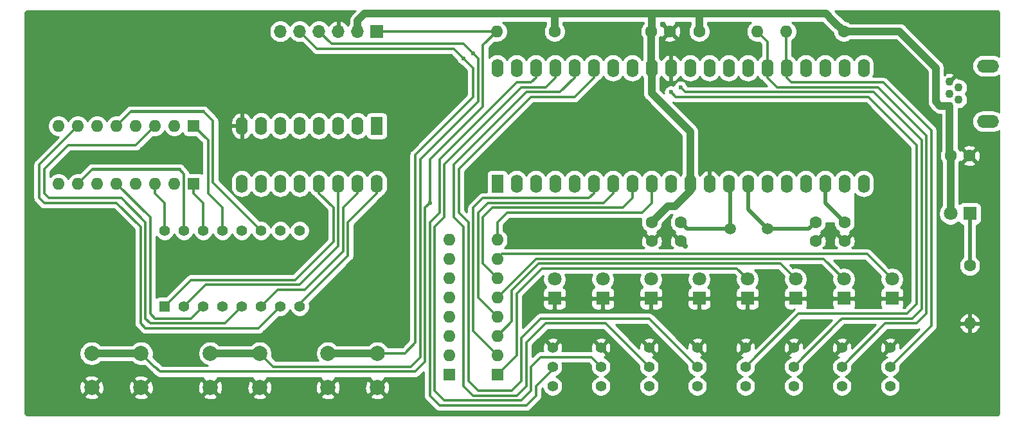
<source format=gtl>
G04 #@! TF.GenerationSoftware,KiCad,Pcbnew,(5.1.12)-1*
G04 #@! TF.CreationDate,2022-05-02T17:08:21+09:00*
G04 #@! TF.ProjectId,Board_v2,426f6172-645f-4763-922e-6b696361645f,0.2.0*
G04 #@! TF.SameCoordinates,PX2faf080PY2faf080*
G04 #@! TF.FileFunction,Copper,L1,Top*
G04 #@! TF.FilePolarity,Positive*
%FSLAX46Y46*%
G04 Gerber Fmt 4.6, Leading zero omitted, Abs format (unit mm)*
G04 Created by KiCad (PCBNEW (5.1.12)-1) date 2022-05-02 17:08:21*
%MOMM*%
%LPD*%
G01*
G04 APERTURE LIST*
G04 #@! TA.AperFunction,ComponentPad*
%ADD10C,1.600000*%
G04 #@! TD*
G04 #@! TA.AperFunction,ComponentPad*
%ADD11O,2.900000X1.700000*%
G04 #@! TD*
G04 #@! TA.AperFunction,ComponentPad*
%ADD12C,1.100000*%
G04 #@! TD*
G04 #@! TA.AperFunction,ComponentPad*
%ADD13C,1.400000*%
G04 #@! TD*
G04 #@! TA.AperFunction,ComponentPad*
%ADD14C,1.500000*%
G04 #@! TD*
G04 #@! TA.AperFunction,ComponentPad*
%ADD15O,1.600000X2.400000*%
G04 #@! TD*
G04 #@! TA.AperFunction,ComponentPad*
%ADD16R,1.600000X2.400000*%
G04 #@! TD*
G04 #@! TA.AperFunction,ComponentPad*
%ADD17R,1.400000X1.400000*%
G04 #@! TD*
G04 #@! TA.AperFunction,ComponentPad*
%ADD18C,2.000000*%
G04 #@! TD*
G04 #@! TA.AperFunction,ComponentPad*
%ADD19O,1.600000X1.600000*%
G04 #@! TD*
G04 #@! TA.AperFunction,ComponentPad*
%ADD20R,1.600000X1.600000*%
G04 #@! TD*
G04 #@! TA.AperFunction,ComponentPad*
%ADD21C,1.800000*%
G04 #@! TD*
G04 #@! TA.AperFunction,ComponentPad*
%ADD22R,1.800000X1.800000*%
G04 #@! TD*
G04 #@! TA.AperFunction,ComponentPad*
%ADD23O,1.700000X1.700000*%
G04 #@! TD*
G04 #@! TA.AperFunction,ComponentPad*
%ADD24R,1.700000X1.700000*%
G04 #@! TD*
G04 #@! TA.AperFunction,ViaPad*
%ADD25C,0.600000*%
G04 #@! TD*
G04 #@! TA.AperFunction,Conductor*
%ADD26C,1.000000*%
G04 #@! TD*
G04 #@! TA.AperFunction,Conductor*
%ADD27C,0.700000*%
G04 #@! TD*
G04 #@! TA.AperFunction,Conductor*
%ADD28C,0.500000*%
G04 #@! TD*
G04 #@! TA.AperFunction,Conductor*
%ADD29C,0.350000*%
G04 #@! TD*
G04 #@! TA.AperFunction,Conductor*
%ADD30C,0.400000*%
G04 #@! TD*
G04 #@! TA.AperFunction,Conductor*
%ADD31C,0.254000*%
G04 #@! TD*
G04 #@! TA.AperFunction,Conductor*
%ADD32C,0.150000*%
G04 #@! TD*
G04 APERTURE END LIST*
D10*
X87160000Y-31240000D03*
X87160000Y-28740000D03*
D11*
X127650000Y-8150000D03*
X127650000Y-15450000D03*
D12*
X122600000Y-10200000D03*
X123800000Y-11000000D03*
X122600000Y-11800000D03*
X122600000Y-13400000D03*
X123800000Y-12600000D03*
D13*
X70317000Y-50331000D03*
X70317000Y-45251000D03*
X70317000Y-47791000D03*
X76667000Y-50331000D03*
X76667000Y-45251000D03*
X76667000Y-47791000D03*
X83017000Y-50331000D03*
X83017000Y-45251000D03*
X83017000Y-47791000D03*
X89367000Y-50331000D03*
X89367000Y-45251000D03*
X89367000Y-47791000D03*
X95717000Y-50331000D03*
X95717000Y-45251000D03*
X95717000Y-47791000D03*
X102067000Y-50331000D03*
X102067000Y-45251000D03*
X102067000Y-47791000D03*
X108417000Y-50331000D03*
X108417000Y-45251000D03*
X108417000Y-47791000D03*
X114767000Y-50331000D03*
X114767000Y-45251000D03*
X114767000Y-47791000D03*
D14*
X93710000Y-29630000D03*
X98590000Y-29630000D03*
D15*
X47155000Y-23660000D03*
X29375000Y-16040000D03*
X44615000Y-23660000D03*
X31915000Y-16040000D03*
X42075000Y-23660000D03*
X34455000Y-16040000D03*
X39535000Y-23660000D03*
X36995000Y-16040000D03*
X36995000Y-23660000D03*
X39535000Y-16040000D03*
X34455000Y-23660000D03*
X42075000Y-16040000D03*
X31915000Y-23660000D03*
X44615000Y-16040000D03*
X29375000Y-23660000D03*
D16*
X47155000Y-16040000D03*
D13*
X36995000Y-39837000D03*
X36995000Y-29837000D03*
X34455000Y-39837000D03*
X34455000Y-29837000D03*
X31915000Y-39837000D03*
X31915000Y-29837000D03*
X29375000Y-39837000D03*
X29375000Y-29837000D03*
X26835000Y-39837000D03*
X26835000Y-29837000D03*
X24295000Y-39837000D03*
X24295000Y-29837000D03*
X21755000Y-39837000D03*
X21755000Y-29837000D03*
D17*
X19215000Y-39837000D03*
D13*
X19215000Y-29837000D03*
D15*
X63030000Y-8420000D03*
X111290000Y-23660000D03*
X65570000Y-8420000D03*
X108750000Y-23660000D03*
X68110000Y-8420000D03*
X106210000Y-23660000D03*
X70650000Y-8420000D03*
X103670000Y-23660000D03*
X73190000Y-8420000D03*
X101130000Y-23660000D03*
X75730000Y-8420000D03*
X98590000Y-23660000D03*
X78270000Y-8420000D03*
X96050000Y-23660000D03*
X80810000Y-8420000D03*
X93510000Y-23660000D03*
X83350000Y-8420000D03*
X90970000Y-23660000D03*
X85890000Y-8420000D03*
X88430000Y-23660000D03*
X88430000Y-8420000D03*
X85890000Y-23660000D03*
X90970000Y-8420000D03*
X83350000Y-23660000D03*
X93510000Y-8420000D03*
X80810000Y-23660000D03*
X96050000Y-8420000D03*
X78270000Y-23660000D03*
X98590000Y-8420000D03*
X75730000Y-23660000D03*
X101130000Y-8420000D03*
X73190000Y-23660000D03*
X103670000Y-8420000D03*
X70650000Y-23660000D03*
X106210000Y-8420000D03*
X68110000Y-23660000D03*
X108750000Y-8420000D03*
X65570000Y-23660000D03*
X111290000Y-8420000D03*
D16*
X63030000Y-23660000D03*
D18*
X16111000Y-46013000D03*
X16111000Y-50513000D03*
X9611000Y-46013000D03*
X9611000Y-50513000D03*
X31732000Y-46013000D03*
X31732000Y-50513000D03*
X25232000Y-46013000D03*
X25232000Y-50513000D03*
X47226000Y-46013000D03*
X47226000Y-50513000D03*
X40726000Y-46013000D03*
X40726000Y-50513000D03*
D19*
X5245000Y-16040000D03*
X7785000Y-16040000D03*
X10325000Y-16040000D03*
X12865000Y-16040000D03*
X15405000Y-16040000D03*
X17945000Y-16040000D03*
X20485000Y-16040000D03*
D20*
X23025000Y-16040000D03*
D19*
X5245000Y-23660000D03*
X7785000Y-23660000D03*
X10325000Y-23660000D03*
X12865000Y-23660000D03*
X15405000Y-23660000D03*
X17945000Y-23660000D03*
X20485000Y-23660000D03*
D20*
X23025000Y-23660000D03*
D19*
X56680000Y-31026000D03*
X56680000Y-33566000D03*
X56680000Y-36106000D03*
X56680000Y-38646000D03*
X56680000Y-41186000D03*
X56680000Y-43726000D03*
X56680000Y-46266000D03*
D20*
X56680000Y-48806000D03*
D19*
X63030000Y-31026000D03*
X63030000Y-33566000D03*
X63030000Y-36106000D03*
X63030000Y-38646000D03*
X63030000Y-41186000D03*
X63030000Y-43726000D03*
X63030000Y-46266000D03*
D20*
X63030000Y-48806000D03*
D19*
X97241000Y-3595000D03*
D10*
X89621000Y-3595000D03*
D19*
X101051000Y-3595000D03*
D10*
X108671000Y-3595000D03*
D19*
X62951000Y-3595000D03*
D10*
X70571000Y-3595000D03*
D19*
X125260000Y-42075000D03*
D10*
X125260000Y-34455000D03*
D21*
X70571000Y-36234000D03*
D22*
X70571000Y-38774000D03*
D21*
X76921000Y-36234000D03*
D22*
X76921000Y-38774000D03*
D21*
X83271000Y-36234000D03*
D22*
X83271000Y-38774000D03*
D21*
X89621000Y-36234000D03*
D22*
X89621000Y-38774000D03*
D21*
X95971000Y-36234000D03*
D22*
X95971000Y-38774000D03*
D21*
X102321000Y-36234000D03*
D22*
X102321000Y-38774000D03*
D21*
X108671000Y-36234000D03*
D22*
X108671000Y-38774000D03*
D21*
X115021000Y-36234000D03*
D22*
X115021000Y-38774000D03*
D21*
X122720000Y-27598000D03*
D22*
X125260000Y-27598000D03*
D23*
X34455000Y-3594000D03*
X36995000Y-3594000D03*
X39535000Y-3594000D03*
X42075000Y-3594000D03*
X44615000Y-3594000D03*
D24*
X47155000Y-3594000D03*
D10*
X108750000Y-31240000D03*
X108750000Y-28740000D03*
X104940000Y-28740000D03*
X104940000Y-31240000D03*
X85771000Y-3595000D03*
X83271000Y-3595000D03*
X83350000Y-31240000D03*
X83350000Y-28740000D03*
X125220000Y-19978000D03*
X122720000Y-19978000D03*
D25*
X10325000Y-19850000D03*
X15405000Y-19850000D03*
X2705000Y-2705000D03*
X2705000Y-52235000D03*
X127165000Y-52235000D03*
X127165000Y-3340000D03*
X97320000Y-5880000D03*
X80175000Y-3340000D03*
X92240000Y-15405000D03*
X97320000Y-10325000D03*
X103035000Y-13500000D03*
X22390000Y-19850000D03*
X7150000Y-19850000D03*
X2705000Y-18580000D03*
X2705000Y-35090000D03*
X12230000Y-27470000D03*
X19215000Y-36995000D03*
X33185000Y-27470000D03*
X39535000Y-19850000D03*
X29375000Y-2705000D03*
X35725000Y-35090000D03*
X57315000Y-10325000D03*
X66205000Y-31280000D03*
X82080000Y-12865000D03*
X59855000Y-23660000D03*
X120180000Y-14770000D03*
X102400000Y-5880000D03*
X127165000Y-37630000D03*
X127165000Y-23025000D03*
X106845000Y-16675000D03*
X111290000Y-26835000D03*
X116370000Y-19850000D03*
X50330000Y-43980000D03*
X113830000Y-8420000D03*
X66840000Y-5880000D03*
X110020000Y-1435000D03*
X58585000Y-7150000D03*
X59855000Y-6515000D03*
X54140000Y-26200000D03*
X87160000Y-10960000D03*
X85890000Y-11595000D03*
D26*
X87160000Y-31240000D02*
X87160000Y-31280000D01*
D27*
X87160000Y-31280000D02*
X87795000Y-31915000D01*
D26*
X122600000Y-19858000D02*
X122720000Y-19978000D01*
X122600000Y-13400000D02*
X122600000Y-19858000D01*
X122720000Y-19978000D02*
X122720000Y-27598000D01*
X89600000Y-3574000D02*
X89621000Y-3595000D01*
X83400000Y-3466000D02*
X83271000Y-3595000D01*
X70600000Y-3566000D02*
X70571000Y-3595000D01*
X83271000Y-8341000D02*
X83350000Y-8420000D01*
X83271000Y-3595000D02*
X83271000Y-8341000D01*
X83350000Y-8420000D02*
X83350000Y-11750000D01*
X88430000Y-16830000D02*
X88430000Y-23660000D01*
X83350000Y-11750000D02*
X88430000Y-16830000D01*
X88430000Y-23660000D02*
X88430000Y-24570000D01*
X88430000Y-24570000D02*
X86400000Y-26600000D01*
X85490000Y-26600000D02*
X83350000Y-28740000D01*
X86400000Y-26600000D02*
X85490000Y-26600000D01*
X121350000Y-13400000D02*
X122600000Y-13400000D01*
X120815000Y-12865000D02*
X121350000Y-13400000D01*
X120815000Y-8420000D02*
X120815000Y-12865000D01*
X115990000Y-3595000D02*
X120815000Y-8420000D01*
X108671000Y-3595000D02*
X115990000Y-3595000D01*
X44615000Y-2185000D02*
X45550000Y-1250000D01*
X44615000Y-3594000D02*
X44615000Y-2185000D01*
X83400000Y-1350000D02*
X83400000Y-3466000D01*
X45550000Y-1250000D02*
X69400000Y-1250000D01*
X69400000Y-1250000D02*
X70550000Y-1250000D01*
X70571000Y-3595000D02*
X70571000Y-1271000D01*
X89621000Y-1321000D02*
X89550000Y-1250000D01*
X89621000Y-3595000D02*
X89621000Y-1321000D01*
X106326000Y-1250000D02*
X107213000Y-2137000D01*
X89050000Y-1250000D02*
X106326000Y-1250000D01*
X107213000Y-2137000D02*
X108671000Y-3595000D01*
X69400000Y-1250000D02*
X89050000Y-1250000D01*
X89050000Y-1250000D02*
X89550000Y-1250000D01*
D28*
X93710000Y-23860000D02*
X93510000Y-23660000D01*
X93710000Y-29630000D02*
X93710000Y-23860000D01*
X88050000Y-29630000D02*
X87160000Y-28740000D01*
X93710000Y-29630000D02*
X88050000Y-29630000D01*
X104050000Y-29630000D02*
X104940000Y-28740000D01*
X98590000Y-29630000D02*
X104050000Y-29630000D01*
X96050000Y-27090000D02*
X98590000Y-29630000D01*
X96050000Y-23660000D02*
X96050000Y-27090000D01*
X106210000Y-26200000D02*
X108750000Y-28740000D01*
X106210000Y-23660000D02*
X106210000Y-26200000D01*
D26*
X40726000Y-46013000D02*
X47226000Y-46013000D01*
D29*
X36995000Y-3594000D02*
X39281000Y-5880000D01*
X57315000Y-5880000D02*
X58585000Y-7150000D01*
X39281000Y-5880000D02*
X57315000Y-5880000D01*
X59855000Y-8420000D02*
X58585000Y-7150000D01*
X59855000Y-12230000D02*
X59855000Y-8420000D01*
X52235000Y-44615000D02*
X52235000Y-19850000D01*
X52235000Y-19850000D02*
X59855000Y-12230000D01*
X50837000Y-46013000D02*
X52235000Y-44615000D01*
X47226000Y-46013000D02*
X50837000Y-46013000D01*
D26*
X25232000Y-46013000D02*
X31732000Y-46013000D01*
D29*
X41186000Y-5245000D02*
X39535000Y-3594000D01*
X58585000Y-5245000D02*
X41186000Y-5245000D01*
X59855000Y-6515000D02*
X58585000Y-5245000D01*
X60490000Y-7150000D02*
X59855000Y-6515000D01*
X60490000Y-12865000D02*
X60490000Y-7150000D01*
X52870000Y-20485000D02*
X60490000Y-12865000D01*
X52870000Y-46520000D02*
X52870000Y-20485000D01*
X51600000Y-47790000D02*
X52870000Y-46520000D01*
X33509000Y-47790000D02*
X51600000Y-47790000D01*
X31732000Y-46013000D02*
X33509000Y-47790000D01*
D26*
X9611000Y-46013000D02*
X16111000Y-46013000D01*
D29*
X47156000Y-3595000D02*
X47155000Y-3594000D01*
X62951000Y-3595000D02*
X47156000Y-3595000D01*
X53505000Y-26835000D02*
X54140000Y-26200000D01*
X53505000Y-47155000D02*
X53505000Y-26835000D01*
X52235000Y-48425000D02*
X53505000Y-47155000D01*
X18580000Y-48425000D02*
X52235000Y-48425000D01*
X17945000Y-47790000D02*
X18580000Y-48425000D01*
X17888000Y-47790000D02*
X17945000Y-47790000D01*
X16111000Y-46013000D02*
X17888000Y-47790000D01*
X61125000Y-5421000D02*
X62951000Y-3595000D01*
X61125000Y-13500000D02*
X61125000Y-5421000D01*
X54140000Y-20485000D02*
X61125000Y-13500000D01*
X54140000Y-26200000D02*
X54140000Y-20485000D01*
X83350000Y-25565000D02*
X83350000Y-23660000D01*
X83350000Y-26200000D02*
X83350000Y-25565000D01*
X82080000Y-27470000D02*
X83350000Y-26200000D01*
X64300000Y-27470000D02*
X82080000Y-27470000D01*
X63030000Y-28740000D02*
X64300000Y-27470000D01*
X63030000Y-31026000D02*
X63030000Y-28740000D01*
X80810000Y-25565000D02*
X80810000Y-23660000D01*
X79540000Y-26835000D02*
X80810000Y-25565000D01*
X62395000Y-26835000D02*
X79540000Y-26835000D01*
X61125000Y-28105000D02*
X62395000Y-26835000D01*
X61125000Y-34201000D02*
X61125000Y-28105000D01*
X63030000Y-36106000D02*
X61125000Y-34201000D01*
X78270000Y-24930000D02*
X78270000Y-23660000D01*
X77000000Y-26200000D02*
X78270000Y-24930000D01*
X61760000Y-26200000D02*
X77000000Y-26200000D01*
X60490000Y-27470000D02*
X61760000Y-26200000D01*
X60490000Y-38646000D02*
X60490000Y-27470000D01*
X63030000Y-41186000D02*
X60490000Y-38646000D01*
X75730000Y-24930000D02*
X75730000Y-23660000D01*
X75095000Y-25565000D02*
X75730000Y-24930000D01*
X61125000Y-25565000D02*
X75095000Y-25565000D01*
X59855000Y-26835000D02*
X61125000Y-25565000D01*
X59855000Y-43091000D02*
X59855000Y-26835000D01*
X63030000Y-46266000D02*
X59855000Y-43091000D01*
X101051000Y-8341000D02*
X101130000Y-8420000D01*
X101051000Y-3595000D02*
X101051000Y-8341000D01*
X120180000Y-42378000D02*
X114767000Y-47791000D01*
X120180000Y-16675000D02*
X120180000Y-42378000D01*
X113830000Y-10325000D02*
X120180000Y-16675000D01*
X101765000Y-10325000D02*
X113830000Y-10325000D01*
X101130000Y-9690000D02*
X101765000Y-10325000D01*
X101130000Y-8420000D02*
X101130000Y-9690000D01*
X97241000Y-3595000D02*
X98590000Y-4944000D01*
X98590000Y-4944000D02*
X98590000Y-8420000D01*
X114133000Y-42075000D02*
X108417000Y-47791000D01*
X118275000Y-42075000D02*
X114133000Y-42075000D01*
X119545000Y-40805000D02*
X118275000Y-42075000D01*
X119545000Y-17310000D02*
X119545000Y-40805000D01*
X99860000Y-10960000D02*
X113195000Y-10960000D01*
X98590000Y-9690000D02*
X99860000Y-10960000D01*
X113195000Y-10960000D02*
X119545000Y-17310000D01*
X98590000Y-8420000D02*
X98590000Y-9690000D01*
X108115000Y-41743000D02*
X102067000Y-47791000D01*
X108418000Y-41440000D02*
X108115000Y-41743000D01*
X117640000Y-41440000D02*
X108418000Y-41440000D01*
X118910000Y-40170000D02*
X117640000Y-41440000D01*
X118910000Y-17945000D02*
X118910000Y-40170000D01*
X112560000Y-11595000D02*
X118910000Y-17945000D01*
X87795000Y-11595000D02*
X112560000Y-11595000D01*
X87160000Y-10960000D02*
X87795000Y-11595000D01*
X117005000Y-40805000D02*
X102703000Y-40805000D01*
X118275000Y-39535000D02*
X117005000Y-40805000D01*
X118275000Y-18580000D02*
X118275000Y-39535000D01*
X111925000Y-12230000D02*
X118275000Y-18580000D01*
X86525000Y-12230000D02*
X111925000Y-12230000D01*
X102703000Y-40805000D02*
X95717000Y-47791000D01*
X85890000Y-11595000D02*
X86525000Y-12230000D01*
X83016000Y-41440000D02*
X89367000Y-47791000D01*
X64935000Y-50965000D02*
X66205000Y-49695000D01*
X75730000Y-9690000D02*
X73190000Y-12230000D01*
X75730000Y-8420000D02*
X75730000Y-9690000D01*
X59220000Y-49695000D02*
X60490000Y-50965000D01*
X60490000Y-50965000D02*
X64935000Y-50965000D01*
X68745000Y-41440000D02*
X83016000Y-41440000D01*
X66205000Y-49695000D02*
X66205000Y-43980000D01*
X66205000Y-43980000D02*
X68745000Y-41440000D01*
X59220000Y-28740000D02*
X57950000Y-27470000D01*
X59220000Y-28740000D02*
X59220000Y-49695000D01*
X57950000Y-27470000D02*
X57950000Y-21755000D01*
X57950000Y-21755000D02*
X67475000Y-12230000D01*
X73190000Y-12230000D02*
X67475000Y-12230000D01*
X73190000Y-9690000D02*
X73190000Y-8420000D01*
X83017000Y-47791000D02*
X77301000Y-42075000D01*
X66840000Y-50330000D02*
X65570000Y-51600000D01*
X77301000Y-42075000D02*
X69380000Y-42075000D01*
X66840000Y-44615000D02*
X66840000Y-50330000D01*
X65570000Y-51600000D02*
X59855000Y-51600000D01*
X59855000Y-51600000D02*
X58585000Y-50330000D01*
X58585000Y-50330000D02*
X58585000Y-29375000D01*
X57315000Y-28105000D02*
X57315000Y-21120000D01*
X69380000Y-42075000D02*
X66840000Y-44615000D01*
X71285000Y-11595000D02*
X73190000Y-9690000D01*
X58585000Y-29375000D02*
X57315000Y-28105000D01*
X57315000Y-21120000D02*
X66840000Y-11595000D01*
X66840000Y-11595000D02*
X71285000Y-11595000D01*
X70650000Y-9690000D02*
X70650000Y-8420000D01*
X66205000Y-10960000D02*
X69380000Y-10960000D01*
X69380000Y-10960000D02*
X70650000Y-9690000D01*
X75396000Y-46520000D02*
X68745000Y-46520000D01*
X67475000Y-47790000D02*
X67475000Y-50965000D01*
X68745000Y-46520000D02*
X67475000Y-47790000D01*
X54775000Y-29375000D02*
X56045000Y-28105000D01*
X67475000Y-50965000D02*
X66205000Y-52235000D01*
X56045000Y-28105000D02*
X56045000Y-21120000D01*
X66205000Y-52235000D02*
X56045000Y-52235000D01*
X56045000Y-52235000D02*
X54775000Y-50965000D01*
X76667000Y-47791000D02*
X75396000Y-46520000D01*
X54775000Y-50965000D02*
X54775000Y-29375000D01*
X56045000Y-21120000D02*
X66205000Y-10960000D01*
X68110000Y-9690000D02*
X68110000Y-8420000D01*
X67475000Y-10325000D02*
X68110000Y-9690000D01*
X55410000Y-20485000D02*
X65570000Y-10325000D01*
X55410000Y-27470000D02*
X55410000Y-20485000D01*
X65570000Y-10325000D02*
X67475000Y-10325000D01*
X54140000Y-28740000D02*
X55410000Y-27470000D01*
X54140000Y-51600000D02*
X54140000Y-28740000D01*
X68110000Y-51600000D02*
X66840000Y-52870000D01*
X55410000Y-52870000D02*
X54140000Y-51600000D01*
X68110000Y-50330000D02*
X68110000Y-51600000D01*
X70317000Y-48123000D02*
X68110000Y-50330000D01*
X66840000Y-52870000D02*
X55410000Y-52870000D01*
X70317000Y-47791000D02*
X70317000Y-48123000D01*
X43345000Y-33185000D02*
X36995000Y-39535000D01*
X43345000Y-28740000D02*
X43345000Y-33185000D01*
X47155000Y-24930000D02*
X43345000Y-28740000D01*
X36995000Y-39535000D02*
X36995000Y-39837000D01*
X47155000Y-23660000D02*
X47155000Y-24930000D01*
X34122000Y-37630000D02*
X31915000Y-39837000D01*
X42710000Y-32550000D02*
X37630000Y-37630000D01*
X37630000Y-37630000D02*
X34122000Y-37630000D01*
X42710000Y-26835000D02*
X42710000Y-32550000D01*
X44615000Y-24930000D02*
X42710000Y-26835000D01*
X44615000Y-23660000D02*
X44615000Y-24930000D01*
X24597000Y-36995000D02*
X21755000Y-39837000D01*
X36995000Y-36995000D02*
X24597000Y-36995000D01*
X42075000Y-31915000D02*
X36995000Y-36995000D01*
X42075000Y-23660000D02*
X42075000Y-31915000D01*
X22692000Y-36360000D02*
X19215000Y-39837000D01*
X36360000Y-36360000D02*
X22692000Y-36360000D01*
X41440000Y-26835000D02*
X41440000Y-31280000D01*
X41440000Y-31280000D02*
X36360000Y-36360000D01*
X39535000Y-24930000D02*
X41440000Y-26835000D01*
X39535000Y-23660000D02*
X39535000Y-24930000D01*
X111718000Y-32931000D02*
X115021000Y-36234000D01*
X63665000Y-32931000D02*
X111718000Y-32931000D01*
X63030000Y-33566000D02*
X63665000Y-32931000D01*
X108671000Y-36234000D02*
X106003000Y-33566000D01*
X68110000Y-33566000D02*
X63030000Y-38646000D01*
X106003000Y-33566000D02*
X68110000Y-33566000D01*
X63030000Y-43726000D02*
X64935000Y-41821000D01*
X64935000Y-41821000D02*
X64935000Y-37757000D01*
X64935000Y-37757000D02*
X68491000Y-34201000D01*
X100288000Y-34201000D02*
X102321000Y-36234000D01*
X68491000Y-34201000D02*
X100288000Y-34201000D01*
X94573000Y-34836000D02*
X95971000Y-36234000D01*
X68872000Y-34836000D02*
X94573000Y-34836000D01*
X65570000Y-38138000D02*
X68872000Y-34836000D01*
X65570000Y-46266000D02*
X65570000Y-38138000D01*
X63030000Y-48806000D02*
X65570000Y-46266000D01*
X21755000Y-29837000D02*
X21755000Y-22390000D01*
D30*
X9690000Y-21755000D02*
X21120000Y-21755000D01*
D29*
X21755000Y-22390000D02*
X21120000Y-21755000D01*
X9690000Y-21755000D02*
X7785000Y-23660000D01*
X17310000Y-28105000D02*
X12865000Y-23660000D01*
X17310000Y-40805000D02*
X17310000Y-28105000D01*
X17945000Y-41440000D02*
X17310000Y-40805000D01*
X22692000Y-41440000D02*
X17945000Y-41440000D01*
X24295000Y-39837000D02*
X22692000Y-41440000D01*
X17945000Y-23660000D02*
X17945000Y-24930000D01*
X19215000Y-26200000D02*
X19215000Y-29837000D01*
X17945000Y-24930000D02*
X19215000Y-26200000D01*
X23025000Y-23660000D02*
X23025000Y-24930000D01*
X24295000Y-26200000D02*
X24295000Y-29837000D01*
X23025000Y-24930000D02*
X24295000Y-26200000D01*
X31582000Y-42710000D02*
X34455000Y-39837000D01*
X16675000Y-42710000D02*
X31582000Y-42710000D01*
X16040000Y-29375000D02*
X16040000Y-42075000D01*
X12865000Y-26200000D02*
X16040000Y-29375000D01*
X3340000Y-26200000D02*
X12865000Y-26200000D01*
X2705000Y-25565000D02*
X3340000Y-26200000D01*
X2705000Y-21120000D02*
X2705000Y-25565000D01*
X16040000Y-42075000D02*
X16675000Y-42710000D01*
X7785000Y-16040000D02*
X2705000Y-21120000D01*
X25565000Y-23487000D02*
X31915000Y-29837000D01*
X25565000Y-15405000D02*
X25565000Y-23487000D01*
D30*
X14770000Y-14135000D02*
X24295000Y-14135000D01*
D29*
X24295000Y-14135000D02*
X25565000Y-15405000D01*
X12865000Y-16040000D02*
X14770000Y-14135000D01*
X17310000Y-42075000D02*
X27137000Y-42075000D01*
X16675000Y-41440000D02*
X17310000Y-42075000D01*
X27137000Y-42075000D02*
X29375000Y-39837000D01*
X13500000Y-25565000D02*
X16675000Y-28740000D01*
X3975000Y-25565000D02*
X13500000Y-25565000D01*
X3340000Y-24930000D02*
X3975000Y-25565000D01*
X16675000Y-28740000D02*
X16675000Y-41440000D01*
X17945000Y-16040000D02*
X15405000Y-18580000D01*
X6515000Y-18580000D02*
X3340000Y-21755000D01*
X3340000Y-21755000D02*
X3340000Y-24930000D01*
X15405000Y-18580000D02*
X6515000Y-18580000D01*
X23025000Y-16040000D02*
X24930000Y-17945000D01*
X24930000Y-17945000D02*
X24930000Y-24930000D01*
X24930000Y-24930000D02*
X26835000Y-26835000D01*
X26835000Y-26835000D02*
X26835000Y-29837000D01*
D28*
X125260000Y-27598000D02*
X125260000Y-34455000D01*
D31*
X43851859Y-1343009D02*
X43808552Y-1378551D01*
X43666717Y-1551377D01*
X43561324Y-1748553D01*
X43498813Y-1954622D01*
X43496423Y-1962502D01*
X43474509Y-2185000D01*
X43480000Y-2240751D01*
X43480000Y-2628893D01*
X43461525Y-2647368D01*
X43339805Y-2829534D01*
X43270178Y-2712645D01*
X43075269Y-2496412D01*
X42841920Y-2322359D01*
X42579099Y-2197175D01*
X42431890Y-2152524D01*
X42202000Y-2273845D01*
X42202000Y-3467000D01*
X42222000Y-3467000D01*
X42222000Y-3721000D01*
X42202000Y-3721000D01*
X42202000Y-3741000D01*
X41948000Y-3741000D01*
X41948000Y-3721000D01*
X41928000Y-3721000D01*
X41928000Y-3467000D01*
X41948000Y-3467000D01*
X41948000Y-2273845D01*
X41718110Y-2152524D01*
X41570901Y-2197175D01*
X41308080Y-2322359D01*
X41074731Y-2496412D01*
X40879822Y-2712645D01*
X40810195Y-2829534D01*
X40688475Y-2647368D01*
X40481632Y-2440525D01*
X40238411Y-2278010D01*
X39968158Y-2166068D01*
X39681260Y-2109000D01*
X39388740Y-2109000D01*
X39101842Y-2166068D01*
X38831589Y-2278010D01*
X38588368Y-2440525D01*
X38381525Y-2647368D01*
X38265000Y-2821760D01*
X38148475Y-2647368D01*
X37941632Y-2440525D01*
X37698411Y-2278010D01*
X37428158Y-2166068D01*
X37141260Y-2109000D01*
X36848740Y-2109000D01*
X36561842Y-2166068D01*
X36291589Y-2278010D01*
X36048368Y-2440525D01*
X35841525Y-2647368D01*
X35725000Y-2821760D01*
X35608475Y-2647368D01*
X35401632Y-2440525D01*
X35158411Y-2278010D01*
X34888158Y-2166068D01*
X34601260Y-2109000D01*
X34308740Y-2109000D01*
X34021842Y-2166068D01*
X33751589Y-2278010D01*
X33508368Y-2440525D01*
X33301525Y-2647368D01*
X33139010Y-2890589D01*
X33027068Y-3160842D01*
X32970000Y-3447740D01*
X32970000Y-3740260D01*
X33027068Y-4027158D01*
X33139010Y-4297411D01*
X33301525Y-4540632D01*
X33508368Y-4747475D01*
X33751589Y-4909990D01*
X34021842Y-5021932D01*
X34308740Y-5079000D01*
X34601260Y-5079000D01*
X34888158Y-5021932D01*
X35158411Y-4909990D01*
X35401632Y-4747475D01*
X35608475Y-4540632D01*
X35725000Y-4366240D01*
X35841525Y-4540632D01*
X36048368Y-4747475D01*
X36291589Y-4909990D01*
X36561842Y-5021932D01*
X36848740Y-5079000D01*
X37141260Y-5079000D01*
X37302429Y-5046941D01*
X38680105Y-6424618D01*
X38705472Y-6455528D01*
X38773210Y-6511119D01*
X38828810Y-6556749D01*
X38904024Y-6596951D01*
X38969527Y-6631963D01*
X39122212Y-6678280D01*
X39241209Y-6690000D01*
X39241211Y-6690000D01*
X39280999Y-6693919D01*
X39320787Y-6690000D01*
X56979488Y-6690000D01*
X57679405Y-7389918D01*
X57685932Y-7422729D01*
X57756414Y-7592889D01*
X57858738Y-7746028D01*
X57988972Y-7876262D01*
X58142111Y-7978586D01*
X58312271Y-8049068D01*
X58345082Y-8055595D01*
X59045001Y-8755514D01*
X59045000Y-11894487D01*
X51690383Y-19249105D01*
X51659473Y-19274472D01*
X51634108Y-19305380D01*
X51558251Y-19397811D01*
X51483038Y-19538527D01*
X51436721Y-19691213D01*
X51421081Y-19850000D01*
X51425001Y-19889798D01*
X51425000Y-44279487D01*
X50501488Y-45203000D01*
X48651173Y-45203000D01*
X48495987Y-44970748D01*
X48268252Y-44743013D01*
X48000463Y-44564082D01*
X47702912Y-44440832D01*
X47387033Y-44378000D01*
X47064967Y-44378000D01*
X46749088Y-44440832D01*
X46451537Y-44564082D01*
X46183748Y-44743013D01*
X46048761Y-44878000D01*
X41903239Y-44878000D01*
X41768252Y-44743013D01*
X41500463Y-44564082D01*
X41202912Y-44440832D01*
X40887033Y-44378000D01*
X40564967Y-44378000D01*
X40249088Y-44440832D01*
X39951537Y-44564082D01*
X39683748Y-44743013D01*
X39456013Y-44970748D01*
X39277082Y-45238537D01*
X39153832Y-45536088D01*
X39091000Y-45851967D01*
X39091000Y-46174033D01*
X39153832Y-46489912D01*
X39277082Y-46787463D01*
X39405731Y-46980000D01*
X33844513Y-46980000D01*
X33312506Y-46447994D01*
X33367000Y-46174033D01*
X33367000Y-45851967D01*
X33304168Y-45536088D01*
X33180918Y-45238537D01*
X33001987Y-44970748D01*
X32774252Y-44743013D01*
X32506463Y-44564082D01*
X32208912Y-44440832D01*
X31893033Y-44378000D01*
X31570967Y-44378000D01*
X31255088Y-44440832D01*
X30957537Y-44564082D01*
X30689748Y-44743013D01*
X30554761Y-44878000D01*
X26409239Y-44878000D01*
X26274252Y-44743013D01*
X26006463Y-44564082D01*
X25708912Y-44440832D01*
X25393033Y-44378000D01*
X25070967Y-44378000D01*
X24755088Y-44440832D01*
X24457537Y-44564082D01*
X24189748Y-44743013D01*
X23962013Y-44970748D01*
X23783082Y-45238537D01*
X23659832Y-45536088D01*
X23597000Y-45851967D01*
X23597000Y-46174033D01*
X23659832Y-46489912D01*
X23783082Y-46787463D01*
X23962013Y-47055252D01*
X24189748Y-47282987D01*
X24457537Y-47461918D01*
X24755088Y-47585168D01*
X24905064Y-47615000D01*
X18915513Y-47615000D01*
X18545899Y-47245387D01*
X18520528Y-47214472D01*
X18397189Y-47113251D01*
X18310345Y-47066832D01*
X17691506Y-46447994D01*
X17746000Y-46174033D01*
X17746000Y-45851967D01*
X17683168Y-45536088D01*
X17559918Y-45238537D01*
X17380987Y-44970748D01*
X17153252Y-44743013D01*
X16885463Y-44564082D01*
X16587912Y-44440832D01*
X16272033Y-44378000D01*
X15949967Y-44378000D01*
X15634088Y-44440832D01*
X15336537Y-44564082D01*
X15068748Y-44743013D01*
X14933761Y-44878000D01*
X10788239Y-44878000D01*
X10653252Y-44743013D01*
X10385463Y-44564082D01*
X10087912Y-44440832D01*
X9772033Y-44378000D01*
X9449967Y-44378000D01*
X9134088Y-44440832D01*
X8836537Y-44564082D01*
X8568748Y-44743013D01*
X8341013Y-44970748D01*
X8162082Y-45238537D01*
X8038832Y-45536088D01*
X7976000Y-45851967D01*
X7976000Y-46174033D01*
X8038832Y-46489912D01*
X8162082Y-46787463D01*
X8341013Y-47055252D01*
X8568748Y-47282987D01*
X8836537Y-47461918D01*
X9134088Y-47585168D01*
X9449967Y-47648000D01*
X9772033Y-47648000D01*
X10087912Y-47585168D01*
X10385463Y-47461918D01*
X10653252Y-47282987D01*
X10788239Y-47148000D01*
X14933761Y-47148000D01*
X15068748Y-47282987D01*
X15336537Y-47461918D01*
X15634088Y-47585168D01*
X15949967Y-47648000D01*
X16272033Y-47648000D01*
X16545994Y-47593506D01*
X17287105Y-48334618D01*
X17312472Y-48365528D01*
X17396482Y-48434473D01*
X17435811Y-48466749D01*
X17522657Y-48513169D01*
X17979105Y-48969618D01*
X18004472Y-49000528D01*
X18035380Y-49025893D01*
X18127811Y-49101749D01*
X18268526Y-49176963D01*
X18304063Y-49187743D01*
X18421212Y-49223280D01*
X18540209Y-49235000D01*
X18540212Y-49235000D01*
X18580000Y-49238919D01*
X18619788Y-49235000D01*
X24327836Y-49235000D01*
X24276192Y-49377587D01*
X25232000Y-50333395D01*
X26187808Y-49377587D01*
X26136164Y-49235000D01*
X30827836Y-49235000D01*
X30776192Y-49377587D01*
X31732000Y-50333395D01*
X32687808Y-49377587D01*
X32636164Y-49235000D01*
X39821836Y-49235000D01*
X39770192Y-49377587D01*
X40726000Y-50333395D01*
X41681808Y-49377587D01*
X41630164Y-49235000D01*
X46321836Y-49235000D01*
X46270192Y-49377587D01*
X47226000Y-50333395D01*
X48181808Y-49377587D01*
X48130164Y-49235000D01*
X52195212Y-49235000D01*
X52235000Y-49238919D01*
X52274788Y-49235000D01*
X52274791Y-49235000D01*
X52393788Y-49223280D01*
X52546473Y-49176963D01*
X52687189Y-49101749D01*
X52810528Y-49000528D01*
X52835899Y-48969613D01*
X53330000Y-48475512D01*
X53330000Y-51560212D01*
X53326081Y-51600000D01*
X53330000Y-51639788D01*
X53330000Y-51639790D01*
X53341720Y-51758787D01*
X53388037Y-51911472D01*
X53394480Y-51923526D01*
X53463251Y-52052189D01*
X53494703Y-52090513D01*
X53564472Y-52175528D01*
X53595387Y-52200899D01*
X54809105Y-53414618D01*
X54834472Y-53445528D01*
X54902210Y-53501119D01*
X54957810Y-53546749D01*
X55033024Y-53586951D01*
X55098527Y-53621963D01*
X55251212Y-53668280D01*
X55370209Y-53680000D01*
X55370211Y-53680000D01*
X55409999Y-53683919D01*
X55449787Y-53680000D01*
X66800212Y-53680000D01*
X66840000Y-53683919D01*
X66879788Y-53680000D01*
X66879791Y-53680000D01*
X66998788Y-53668280D01*
X67151473Y-53621963D01*
X67292189Y-53546749D01*
X67415528Y-53445528D01*
X67440899Y-53414613D01*
X68654618Y-52200895D01*
X68685528Y-52175528D01*
X68741119Y-52107790D01*
X68786749Y-52052190D01*
X68855520Y-51923527D01*
X68861963Y-51911473D01*
X68908280Y-51758788D01*
X68920000Y-51639791D01*
X68920000Y-51639789D01*
X68923919Y-51600001D01*
X68920000Y-51560213D01*
X68920000Y-50665512D01*
X69005398Y-50580114D01*
X69033304Y-50720405D01*
X69133939Y-50963359D01*
X69280038Y-51182013D01*
X69465987Y-51367962D01*
X69684641Y-51514061D01*
X69927595Y-51614696D01*
X70185514Y-51666000D01*
X70448486Y-51666000D01*
X70706405Y-51614696D01*
X70949359Y-51514061D01*
X71168013Y-51367962D01*
X71353962Y-51182013D01*
X71500061Y-50963359D01*
X71600696Y-50720405D01*
X71652000Y-50462486D01*
X71652000Y-50199514D01*
X71600696Y-49941595D01*
X71500061Y-49698641D01*
X71353962Y-49479987D01*
X71168013Y-49294038D01*
X70949359Y-49147939D01*
X70739470Y-49061000D01*
X70949359Y-48974061D01*
X71168013Y-48827962D01*
X71353962Y-48642013D01*
X71500061Y-48423359D01*
X71600696Y-48180405D01*
X71652000Y-47922486D01*
X71652000Y-47659514D01*
X71600696Y-47401595D01*
X71571040Y-47330000D01*
X75060488Y-47330000D01*
X75341623Y-47611136D01*
X75332000Y-47659514D01*
X75332000Y-47922486D01*
X75383304Y-48180405D01*
X75483939Y-48423359D01*
X75630038Y-48642013D01*
X75815987Y-48827962D01*
X76034641Y-48974061D01*
X76244530Y-49061000D01*
X76034641Y-49147939D01*
X75815987Y-49294038D01*
X75630038Y-49479987D01*
X75483939Y-49698641D01*
X75383304Y-49941595D01*
X75332000Y-50199514D01*
X75332000Y-50462486D01*
X75383304Y-50720405D01*
X75483939Y-50963359D01*
X75630038Y-51182013D01*
X75815987Y-51367962D01*
X76034641Y-51514061D01*
X76277595Y-51614696D01*
X76535514Y-51666000D01*
X76798486Y-51666000D01*
X77056405Y-51614696D01*
X77299359Y-51514061D01*
X77518013Y-51367962D01*
X77703962Y-51182013D01*
X77850061Y-50963359D01*
X77950696Y-50720405D01*
X78002000Y-50462486D01*
X78002000Y-50199514D01*
X77950696Y-49941595D01*
X77850061Y-49698641D01*
X77703962Y-49479987D01*
X77518013Y-49294038D01*
X77299359Y-49147939D01*
X77089470Y-49061000D01*
X77299359Y-48974061D01*
X77518013Y-48827962D01*
X77703962Y-48642013D01*
X77850061Y-48423359D01*
X77950696Y-48180405D01*
X78002000Y-47922486D01*
X78002000Y-47659514D01*
X77950696Y-47401595D01*
X77850061Y-47158641D01*
X77703962Y-46939987D01*
X77518013Y-46754038D01*
X77299359Y-46607939D01*
X77085556Y-46519379D01*
X77248366Y-46459935D01*
X77349203Y-46406037D01*
X77408664Y-46172269D01*
X76667000Y-45430605D01*
X76652858Y-45444748D01*
X76473253Y-45265143D01*
X76487395Y-45251000D01*
X76846605Y-45251000D01*
X77588269Y-45992664D01*
X77822037Y-45933203D01*
X77932934Y-45694758D01*
X77995183Y-45439260D01*
X78006390Y-45176527D01*
X77966125Y-44916656D01*
X77875935Y-44669634D01*
X77822037Y-44568797D01*
X77588269Y-44509336D01*
X76846605Y-45251000D01*
X76487395Y-45251000D01*
X75745731Y-44509336D01*
X75511963Y-44568797D01*
X75401066Y-44807242D01*
X75338817Y-45062740D01*
X75327610Y-45325473D01*
X75367875Y-45585344D01*
X75412552Y-45707711D01*
X75396000Y-45706081D01*
X75356212Y-45710000D01*
X71575845Y-45710000D01*
X71582934Y-45694758D01*
X71645183Y-45439260D01*
X71656390Y-45176527D01*
X71616125Y-44916656D01*
X71525935Y-44669634D01*
X71472037Y-44568797D01*
X71238269Y-44509336D01*
X70496605Y-45251000D01*
X70510748Y-45265143D01*
X70331143Y-45444748D01*
X70317000Y-45430605D01*
X70302858Y-45444748D01*
X70123253Y-45265143D01*
X70137395Y-45251000D01*
X69395731Y-44509336D01*
X69161963Y-44568797D01*
X69051066Y-44807242D01*
X68988817Y-45062740D01*
X68977610Y-45325473D01*
X69017875Y-45585344D01*
X69063388Y-45710000D01*
X68784787Y-45710000D01*
X68744999Y-45706081D01*
X68705211Y-45710000D01*
X68705209Y-45710000D01*
X68586212Y-45721720D01*
X68433527Y-45768037D01*
X68391500Y-45790501D01*
X68292810Y-45843251D01*
X68237210Y-45888881D01*
X68169472Y-45944472D01*
X68144105Y-45975382D01*
X67650000Y-46469487D01*
X67650000Y-44950512D01*
X68270781Y-44329731D01*
X69575336Y-44329731D01*
X70317000Y-45071395D01*
X71058664Y-44329731D01*
X75925336Y-44329731D01*
X76667000Y-45071395D01*
X77408664Y-44329731D01*
X77349203Y-44095963D01*
X77110758Y-43985066D01*
X76855260Y-43922817D01*
X76592527Y-43911610D01*
X76332656Y-43951875D01*
X76085634Y-44042065D01*
X75984797Y-44095963D01*
X75925336Y-44329731D01*
X71058664Y-44329731D01*
X70999203Y-44095963D01*
X70760758Y-43985066D01*
X70505260Y-43922817D01*
X70242527Y-43911610D01*
X69982656Y-43951875D01*
X69735634Y-44042065D01*
X69634797Y-44095963D01*
X69575336Y-44329731D01*
X68270781Y-44329731D01*
X69715513Y-42885000D01*
X76965488Y-42885000D01*
X81691623Y-47611136D01*
X81682000Y-47659514D01*
X81682000Y-47922486D01*
X81733304Y-48180405D01*
X81833939Y-48423359D01*
X81980038Y-48642013D01*
X82165987Y-48827962D01*
X82384641Y-48974061D01*
X82594530Y-49061000D01*
X82384641Y-49147939D01*
X82165987Y-49294038D01*
X81980038Y-49479987D01*
X81833939Y-49698641D01*
X81733304Y-49941595D01*
X81682000Y-50199514D01*
X81682000Y-50462486D01*
X81733304Y-50720405D01*
X81833939Y-50963359D01*
X81980038Y-51182013D01*
X82165987Y-51367962D01*
X82384641Y-51514061D01*
X82627595Y-51614696D01*
X82885514Y-51666000D01*
X83148486Y-51666000D01*
X83406405Y-51614696D01*
X83649359Y-51514061D01*
X83868013Y-51367962D01*
X84053962Y-51182013D01*
X84200061Y-50963359D01*
X84300696Y-50720405D01*
X84352000Y-50462486D01*
X84352000Y-50199514D01*
X84300696Y-49941595D01*
X84200061Y-49698641D01*
X84053962Y-49479987D01*
X83868013Y-49294038D01*
X83649359Y-49147939D01*
X83439470Y-49061000D01*
X83649359Y-48974061D01*
X83868013Y-48827962D01*
X84053962Y-48642013D01*
X84200061Y-48423359D01*
X84300696Y-48180405D01*
X84352000Y-47922486D01*
X84352000Y-47659514D01*
X84300696Y-47401595D01*
X84200061Y-47158641D01*
X84053962Y-46939987D01*
X83868013Y-46754038D01*
X83649359Y-46607939D01*
X83435556Y-46519379D01*
X83598366Y-46459935D01*
X83699203Y-46406037D01*
X83758664Y-46172269D01*
X83017000Y-45430605D01*
X83002858Y-45444748D01*
X82823253Y-45265143D01*
X82837395Y-45251000D01*
X83196605Y-45251000D01*
X83938269Y-45992664D01*
X84172037Y-45933203D01*
X84282934Y-45694758D01*
X84345183Y-45439260D01*
X84356390Y-45176527D01*
X84316125Y-44916656D01*
X84225935Y-44669634D01*
X84172037Y-44568797D01*
X83938269Y-44509336D01*
X83196605Y-45251000D01*
X82837395Y-45251000D01*
X82095731Y-44509336D01*
X81861963Y-44568797D01*
X81751066Y-44807242D01*
X81688817Y-45062740D01*
X81678403Y-45306890D01*
X80701244Y-44329731D01*
X82275336Y-44329731D01*
X83017000Y-45071395D01*
X83758664Y-44329731D01*
X83699203Y-44095963D01*
X83460758Y-43985066D01*
X83205260Y-43922817D01*
X82942527Y-43911610D01*
X82682656Y-43951875D01*
X82435634Y-44042065D01*
X82334797Y-44095963D01*
X82275336Y-44329731D01*
X80701244Y-44329731D01*
X78621512Y-42250000D01*
X82680488Y-42250000D01*
X88041623Y-47611136D01*
X88032000Y-47659514D01*
X88032000Y-47922486D01*
X88083304Y-48180405D01*
X88183939Y-48423359D01*
X88330038Y-48642013D01*
X88515987Y-48827962D01*
X88734641Y-48974061D01*
X88944530Y-49061000D01*
X88734641Y-49147939D01*
X88515987Y-49294038D01*
X88330038Y-49479987D01*
X88183939Y-49698641D01*
X88083304Y-49941595D01*
X88032000Y-50199514D01*
X88032000Y-50462486D01*
X88083304Y-50720405D01*
X88183939Y-50963359D01*
X88330038Y-51182013D01*
X88515987Y-51367962D01*
X88734641Y-51514061D01*
X88977595Y-51614696D01*
X89235514Y-51666000D01*
X89498486Y-51666000D01*
X89756405Y-51614696D01*
X89999359Y-51514061D01*
X90218013Y-51367962D01*
X90403962Y-51182013D01*
X90550061Y-50963359D01*
X90650696Y-50720405D01*
X90702000Y-50462486D01*
X90702000Y-50199514D01*
X90650696Y-49941595D01*
X90550061Y-49698641D01*
X90403962Y-49479987D01*
X90218013Y-49294038D01*
X89999359Y-49147939D01*
X89789470Y-49061000D01*
X89999359Y-48974061D01*
X90218013Y-48827962D01*
X90403962Y-48642013D01*
X90550061Y-48423359D01*
X90650696Y-48180405D01*
X90702000Y-47922486D01*
X90702000Y-47659514D01*
X90650696Y-47401595D01*
X90550061Y-47158641D01*
X90403962Y-46939987D01*
X90218013Y-46754038D01*
X89999359Y-46607939D01*
X89785556Y-46519379D01*
X89948366Y-46459935D01*
X90049203Y-46406037D01*
X90108664Y-46172269D01*
X89367000Y-45430605D01*
X89352858Y-45444748D01*
X89173253Y-45265143D01*
X89187395Y-45251000D01*
X89546605Y-45251000D01*
X90288269Y-45992664D01*
X90522037Y-45933203D01*
X90632934Y-45694758D01*
X90695183Y-45439260D01*
X90700036Y-45325473D01*
X94377610Y-45325473D01*
X94417875Y-45585344D01*
X94508065Y-45832366D01*
X94561963Y-45933203D01*
X94795731Y-45992664D01*
X95537395Y-45251000D01*
X94795731Y-44509336D01*
X94561963Y-44568797D01*
X94451066Y-44807242D01*
X94388817Y-45062740D01*
X94377610Y-45325473D01*
X90700036Y-45325473D01*
X90706390Y-45176527D01*
X90666125Y-44916656D01*
X90575935Y-44669634D01*
X90522037Y-44568797D01*
X90288269Y-44509336D01*
X89546605Y-45251000D01*
X89187395Y-45251000D01*
X88445731Y-44509336D01*
X88211963Y-44568797D01*
X88101066Y-44807242D01*
X88038817Y-45062740D01*
X88028403Y-45306890D01*
X87051244Y-44329731D01*
X88625336Y-44329731D01*
X89367000Y-45071395D01*
X90108664Y-44329731D01*
X94975336Y-44329731D01*
X95717000Y-45071395D01*
X96458664Y-44329731D01*
X96399203Y-44095963D01*
X96160758Y-43985066D01*
X95905260Y-43922817D01*
X95642527Y-43911610D01*
X95382656Y-43951875D01*
X95135634Y-44042065D01*
X95034797Y-44095963D01*
X94975336Y-44329731D01*
X90108664Y-44329731D01*
X90049203Y-44095963D01*
X89810758Y-43985066D01*
X89555260Y-43922817D01*
X89292527Y-43911610D01*
X89032656Y-43951875D01*
X88785634Y-44042065D01*
X88684797Y-44095963D01*
X88625336Y-44329731D01*
X87051244Y-44329731D01*
X83616900Y-40895388D01*
X83591528Y-40864472D01*
X83468189Y-40763251D01*
X83327473Y-40688037D01*
X83174788Y-40641720D01*
X83055791Y-40630000D01*
X83055788Y-40630000D01*
X83016000Y-40626081D01*
X82976212Y-40630000D01*
X68784787Y-40630000D01*
X68744999Y-40626081D01*
X68705211Y-40630000D01*
X68705209Y-40630000D01*
X68586212Y-40641720D01*
X68433527Y-40688037D01*
X68292811Y-40763251D01*
X68169472Y-40864472D01*
X68144107Y-40895380D01*
X66380000Y-42659488D01*
X66380000Y-39674000D01*
X69032928Y-39674000D01*
X69045188Y-39798482D01*
X69081498Y-39918180D01*
X69140463Y-40028494D01*
X69219815Y-40125185D01*
X69316506Y-40204537D01*
X69426820Y-40263502D01*
X69546518Y-40299812D01*
X69671000Y-40312072D01*
X70285250Y-40309000D01*
X70444000Y-40150250D01*
X70444000Y-38901000D01*
X70698000Y-38901000D01*
X70698000Y-40150250D01*
X70856750Y-40309000D01*
X71471000Y-40312072D01*
X71595482Y-40299812D01*
X71715180Y-40263502D01*
X71825494Y-40204537D01*
X71922185Y-40125185D01*
X72001537Y-40028494D01*
X72060502Y-39918180D01*
X72096812Y-39798482D01*
X72109072Y-39674000D01*
X75382928Y-39674000D01*
X75395188Y-39798482D01*
X75431498Y-39918180D01*
X75490463Y-40028494D01*
X75569815Y-40125185D01*
X75666506Y-40204537D01*
X75776820Y-40263502D01*
X75896518Y-40299812D01*
X76021000Y-40312072D01*
X76635250Y-40309000D01*
X76794000Y-40150250D01*
X76794000Y-38901000D01*
X77048000Y-38901000D01*
X77048000Y-40150250D01*
X77206750Y-40309000D01*
X77821000Y-40312072D01*
X77945482Y-40299812D01*
X78065180Y-40263502D01*
X78175494Y-40204537D01*
X78272185Y-40125185D01*
X78351537Y-40028494D01*
X78410502Y-39918180D01*
X78446812Y-39798482D01*
X78459072Y-39674000D01*
X81732928Y-39674000D01*
X81745188Y-39798482D01*
X81781498Y-39918180D01*
X81840463Y-40028494D01*
X81919815Y-40125185D01*
X82016506Y-40204537D01*
X82126820Y-40263502D01*
X82246518Y-40299812D01*
X82371000Y-40312072D01*
X82985250Y-40309000D01*
X83144000Y-40150250D01*
X83144000Y-38901000D01*
X83398000Y-38901000D01*
X83398000Y-40150250D01*
X83556750Y-40309000D01*
X84171000Y-40312072D01*
X84295482Y-40299812D01*
X84415180Y-40263502D01*
X84525494Y-40204537D01*
X84622185Y-40125185D01*
X84701537Y-40028494D01*
X84760502Y-39918180D01*
X84796812Y-39798482D01*
X84809072Y-39674000D01*
X88082928Y-39674000D01*
X88095188Y-39798482D01*
X88131498Y-39918180D01*
X88190463Y-40028494D01*
X88269815Y-40125185D01*
X88366506Y-40204537D01*
X88476820Y-40263502D01*
X88596518Y-40299812D01*
X88721000Y-40312072D01*
X89335250Y-40309000D01*
X89494000Y-40150250D01*
X89494000Y-38901000D01*
X89748000Y-38901000D01*
X89748000Y-40150250D01*
X89906750Y-40309000D01*
X90521000Y-40312072D01*
X90645482Y-40299812D01*
X90765180Y-40263502D01*
X90875494Y-40204537D01*
X90972185Y-40125185D01*
X91051537Y-40028494D01*
X91110502Y-39918180D01*
X91146812Y-39798482D01*
X91159072Y-39674000D01*
X94432928Y-39674000D01*
X94445188Y-39798482D01*
X94481498Y-39918180D01*
X94540463Y-40028494D01*
X94619815Y-40125185D01*
X94716506Y-40204537D01*
X94826820Y-40263502D01*
X94946518Y-40299812D01*
X95071000Y-40312072D01*
X95685250Y-40309000D01*
X95844000Y-40150250D01*
X95844000Y-38901000D01*
X96098000Y-38901000D01*
X96098000Y-40150250D01*
X96256750Y-40309000D01*
X96871000Y-40312072D01*
X96995482Y-40299812D01*
X97115180Y-40263502D01*
X97225494Y-40204537D01*
X97322185Y-40125185D01*
X97401537Y-40028494D01*
X97460502Y-39918180D01*
X97496812Y-39798482D01*
X97509072Y-39674000D01*
X97506000Y-39059750D01*
X97347250Y-38901000D01*
X96098000Y-38901000D01*
X95844000Y-38901000D01*
X94594750Y-38901000D01*
X94436000Y-39059750D01*
X94432928Y-39674000D01*
X91159072Y-39674000D01*
X91156000Y-39059750D01*
X90997250Y-38901000D01*
X89748000Y-38901000D01*
X89494000Y-38901000D01*
X88244750Y-38901000D01*
X88086000Y-39059750D01*
X88082928Y-39674000D01*
X84809072Y-39674000D01*
X84806000Y-39059750D01*
X84647250Y-38901000D01*
X83398000Y-38901000D01*
X83144000Y-38901000D01*
X81894750Y-38901000D01*
X81736000Y-39059750D01*
X81732928Y-39674000D01*
X78459072Y-39674000D01*
X78456000Y-39059750D01*
X78297250Y-38901000D01*
X77048000Y-38901000D01*
X76794000Y-38901000D01*
X75544750Y-38901000D01*
X75386000Y-39059750D01*
X75382928Y-39674000D01*
X72109072Y-39674000D01*
X72106000Y-39059750D01*
X71947250Y-38901000D01*
X70698000Y-38901000D01*
X70444000Y-38901000D01*
X69194750Y-38901000D01*
X69036000Y-39059750D01*
X69032928Y-39674000D01*
X66380000Y-39674000D01*
X66380000Y-38473512D01*
X69114599Y-35738913D01*
X69094989Y-35786257D01*
X69036000Y-36082816D01*
X69036000Y-36385184D01*
X69094989Y-36681743D01*
X69210701Y-36961095D01*
X69378688Y-37212505D01*
X69445127Y-37278944D01*
X69426820Y-37284498D01*
X69316506Y-37343463D01*
X69219815Y-37422815D01*
X69140463Y-37519506D01*
X69081498Y-37629820D01*
X69045188Y-37749518D01*
X69032928Y-37874000D01*
X69036000Y-38488250D01*
X69194750Y-38647000D01*
X70444000Y-38647000D01*
X70444000Y-38627000D01*
X70698000Y-38627000D01*
X70698000Y-38647000D01*
X71947250Y-38647000D01*
X72106000Y-38488250D01*
X72109072Y-37874000D01*
X72096812Y-37749518D01*
X72060502Y-37629820D01*
X72001537Y-37519506D01*
X71922185Y-37422815D01*
X71825494Y-37343463D01*
X71715180Y-37284498D01*
X71696873Y-37278944D01*
X71763312Y-37212505D01*
X71931299Y-36961095D01*
X72047011Y-36681743D01*
X72106000Y-36385184D01*
X72106000Y-36082816D01*
X72047011Y-35786257D01*
X71988914Y-35646000D01*
X75503086Y-35646000D01*
X75444989Y-35786257D01*
X75386000Y-36082816D01*
X75386000Y-36385184D01*
X75444989Y-36681743D01*
X75560701Y-36961095D01*
X75728688Y-37212505D01*
X75795127Y-37278944D01*
X75776820Y-37284498D01*
X75666506Y-37343463D01*
X75569815Y-37422815D01*
X75490463Y-37519506D01*
X75431498Y-37629820D01*
X75395188Y-37749518D01*
X75382928Y-37874000D01*
X75386000Y-38488250D01*
X75544750Y-38647000D01*
X76794000Y-38647000D01*
X76794000Y-38627000D01*
X77048000Y-38627000D01*
X77048000Y-38647000D01*
X78297250Y-38647000D01*
X78456000Y-38488250D01*
X78459072Y-37874000D01*
X78446812Y-37749518D01*
X78410502Y-37629820D01*
X78351537Y-37519506D01*
X78272185Y-37422815D01*
X78175494Y-37343463D01*
X78065180Y-37284498D01*
X78046873Y-37278944D01*
X78113312Y-37212505D01*
X78281299Y-36961095D01*
X78397011Y-36681743D01*
X78456000Y-36385184D01*
X78456000Y-36082816D01*
X78397011Y-35786257D01*
X78338914Y-35646000D01*
X81853086Y-35646000D01*
X81794989Y-35786257D01*
X81736000Y-36082816D01*
X81736000Y-36385184D01*
X81794989Y-36681743D01*
X81910701Y-36961095D01*
X82078688Y-37212505D01*
X82145127Y-37278944D01*
X82126820Y-37284498D01*
X82016506Y-37343463D01*
X81919815Y-37422815D01*
X81840463Y-37519506D01*
X81781498Y-37629820D01*
X81745188Y-37749518D01*
X81732928Y-37874000D01*
X81736000Y-38488250D01*
X81894750Y-38647000D01*
X83144000Y-38647000D01*
X83144000Y-38627000D01*
X83398000Y-38627000D01*
X83398000Y-38647000D01*
X84647250Y-38647000D01*
X84806000Y-38488250D01*
X84809072Y-37874000D01*
X84796812Y-37749518D01*
X84760502Y-37629820D01*
X84701537Y-37519506D01*
X84622185Y-37422815D01*
X84525494Y-37343463D01*
X84415180Y-37284498D01*
X84396873Y-37278944D01*
X84463312Y-37212505D01*
X84631299Y-36961095D01*
X84747011Y-36681743D01*
X84806000Y-36385184D01*
X84806000Y-36082816D01*
X84747011Y-35786257D01*
X84688914Y-35646000D01*
X88203086Y-35646000D01*
X88144989Y-35786257D01*
X88086000Y-36082816D01*
X88086000Y-36385184D01*
X88144989Y-36681743D01*
X88260701Y-36961095D01*
X88428688Y-37212505D01*
X88495127Y-37278944D01*
X88476820Y-37284498D01*
X88366506Y-37343463D01*
X88269815Y-37422815D01*
X88190463Y-37519506D01*
X88131498Y-37629820D01*
X88095188Y-37749518D01*
X88082928Y-37874000D01*
X88086000Y-38488250D01*
X88244750Y-38647000D01*
X89494000Y-38647000D01*
X89494000Y-38627000D01*
X89748000Y-38627000D01*
X89748000Y-38647000D01*
X90997250Y-38647000D01*
X91156000Y-38488250D01*
X91159072Y-37874000D01*
X91146812Y-37749518D01*
X91110502Y-37629820D01*
X91051537Y-37519506D01*
X90972185Y-37422815D01*
X90875494Y-37343463D01*
X90765180Y-37284498D01*
X90746873Y-37278944D01*
X90813312Y-37212505D01*
X90981299Y-36961095D01*
X91097011Y-36681743D01*
X91156000Y-36385184D01*
X91156000Y-36082816D01*
X91097011Y-35786257D01*
X91038914Y-35646000D01*
X94237488Y-35646000D01*
X94475537Y-35884049D01*
X94436000Y-36082816D01*
X94436000Y-36385184D01*
X94494989Y-36681743D01*
X94610701Y-36961095D01*
X94778688Y-37212505D01*
X94845127Y-37278944D01*
X94826820Y-37284498D01*
X94716506Y-37343463D01*
X94619815Y-37422815D01*
X94540463Y-37519506D01*
X94481498Y-37629820D01*
X94445188Y-37749518D01*
X94432928Y-37874000D01*
X94436000Y-38488250D01*
X94594750Y-38647000D01*
X95844000Y-38647000D01*
X95844000Y-38627000D01*
X96098000Y-38627000D01*
X96098000Y-38647000D01*
X97347250Y-38647000D01*
X97506000Y-38488250D01*
X97509072Y-37874000D01*
X97496812Y-37749518D01*
X97460502Y-37629820D01*
X97401537Y-37519506D01*
X97322185Y-37422815D01*
X97225494Y-37343463D01*
X97115180Y-37284498D01*
X97096873Y-37278944D01*
X97163312Y-37212505D01*
X97331299Y-36961095D01*
X97447011Y-36681743D01*
X97506000Y-36385184D01*
X97506000Y-36082816D01*
X97447011Y-35786257D01*
X97331299Y-35506905D01*
X97163312Y-35255495D01*
X96949505Y-35041688D01*
X96903577Y-35011000D01*
X99952488Y-35011000D01*
X100825537Y-35884049D01*
X100786000Y-36082816D01*
X100786000Y-36385184D01*
X100844989Y-36681743D01*
X100960701Y-36961095D01*
X101128688Y-37212505D01*
X101195127Y-37278944D01*
X101176820Y-37284498D01*
X101066506Y-37343463D01*
X100969815Y-37422815D01*
X100890463Y-37519506D01*
X100831498Y-37629820D01*
X100795188Y-37749518D01*
X100782928Y-37874000D01*
X100786000Y-38488250D01*
X100944750Y-38647000D01*
X102194000Y-38647000D01*
X102194000Y-38627000D01*
X102448000Y-38627000D01*
X102448000Y-38647000D01*
X103697250Y-38647000D01*
X103856000Y-38488250D01*
X103859072Y-37874000D01*
X103846812Y-37749518D01*
X103810502Y-37629820D01*
X103751537Y-37519506D01*
X103672185Y-37422815D01*
X103575494Y-37343463D01*
X103465180Y-37284498D01*
X103446873Y-37278944D01*
X103513312Y-37212505D01*
X103681299Y-36961095D01*
X103797011Y-36681743D01*
X103856000Y-36385184D01*
X103856000Y-36082816D01*
X103797011Y-35786257D01*
X103681299Y-35506905D01*
X103513312Y-35255495D01*
X103299505Y-35041688D01*
X103048095Y-34873701D01*
X102768743Y-34757989D01*
X102472184Y-34699000D01*
X102169816Y-34699000D01*
X101971049Y-34738537D01*
X101608512Y-34376000D01*
X105667488Y-34376000D01*
X107175537Y-35884050D01*
X107136000Y-36082816D01*
X107136000Y-36385184D01*
X107194989Y-36681743D01*
X107310701Y-36961095D01*
X107478688Y-37212505D01*
X107545127Y-37278944D01*
X107526820Y-37284498D01*
X107416506Y-37343463D01*
X107319815Y-37422815D01*
X107240463Y-37519506D01*
X107181498Y-37629820D01*
X107145188Y-37749518D01*
X107132928Y-37874000D01*
X107136000Y-38488250D01*
X107294750Y-38647000D01*
X108544000Y-38647000D01*
X108544000Y-38627000D01*
X108798000Y-38627000D01*
X108798000Y-38647000D01*
X110047250Y-38647000D01*
X110206000Y-38488250D01*
X110209072Y-37874000D01*
X110196812Y-37749518D01*
X110160502Y-37629820D01*
X110101537Y-37519506D01*
X110022185Y-37422815D01*
X109925494Y-37343463D01*
X109815180Y-37284498D01*
X109796873Y-37278944D01*
X109863312Y-37212505D01*
X110031299Y-36961095D01*
X110147011Y-36681743D01*
X110206000Y-36385184D01*
X110206000Y-36082816D01*
X110147011Y-35786257D01*
X110031299Y-35506905D01*
X109863312Y-35255495D01*
X109649505Y-35041688D01*
X109398095Y-34873701D01*
X109118743Y-34757989D01*
X108822184Y-34699000D01*
X108519816Y-34699000D01*
X108321050Y-34738537D01*
X107323512Y-33741000D01*
X111382488Y-33741000D01*
X113525537Y-35884050D01*
X113486000Y-36082816D01*
X113486000Y-36385184D01*
X113544989Y-36681743D01*
X113660701Y-36961095D01*
X113828688Y-37212505D01*
X113895127Y-37278944D01*
X113876820Y-37284498D01*
X113766506Y-37343463D01*
X113669815Y-37422815D01*
X113590463Y-37519506D01*
X113531498Y-37629820D01*
X113495188Y-37749518D01*
X113482928Y-37874000D01*
X113486000Y-38488250D01*
X113644750Y-38647000D01*
X114894000Y-38647000D01*
X114894000Y-38627000D01*
X115148000Y-38627000D01*
X115148000Y-38647000D01*
X116397250Y-38647000D01*
X116556000Y-38488250D01*
X116559072Y-37874000D01*
X116546812Y-37749518D01*
X116510502Y-37629820D01*
X116451537Y-37519506D01*
X116372185Y-37422815D01*
X116275494Y-37343463D01*
X116165180Y-37284498D01*
X116146873Y-37278944D01*
X116213312Y-37212505D01*
X116381299Y-36961095D01*
X116497011Y-36681743D01*
X116556000Y-36385184D01*
X116556000Y-36082816D01*
X116497011Y-35786257D01*
X116381299Y-35506905D01*
X116213312Y-35255495D01*
X115999505Y-35041688D01*
X115748095Y-34873701D01*
X115468743Y-34757989D01*
X115172184Y-34699000D01*
X114869816Y-34699000D01*
X114671050Y-34738537D01*
X112318900Y-32386388D01*
X112293528Y-32355472D01*
X112170189Y-32254251D01*
X112029473Y-32179037D01*
X111876788Y-32132720D01*
X111757791Y-32121000D01*
X111757788Y-32121000D01*
X111718000Y-32117081D01*
X111678212Y-32121000D01*
X109810607Y-32121000D01*
X109742704Y-32053097D01*
X109986671Y-31981514D01*
X110107571Y-31726004D01*
X110176300Y-31451816D01*
X110190217Y-31169488D01*
X110148787Y-30889870D01*
X110053603Y-30623708D01*
X109986671Y-30498486D01*
X109742702Y-30426903D01*
X108929605Y-31240000D01*
X108943748Y-31254143D01*
X108764143Y-31433748D01*
X108750000Y-31419605D01*
X108735858Y-31433748D01*
X108556253Y-31254143D01*
X108570395Y-31240000D01*
X107757298Y-30426903D01*
X107513329Y-30498486D01*
X107392429Y-30753996D01*
X107323700Y-31028184D01*
X107309783Y-31310512D01*
X107351213Y-31590130D01*
X107446397Y-31856292D01*
X107513329Y-31981514D01*
X107757296Y-32053097D01*
X107689393Y-32121000D01*
X106000607Y-32121000D01*
X105932704Y-32053097D01*
X106176671Y-31981514D01*
X106297571Y-31726004D01*
X106366300Y-31451816D01*
X106380217Y-31169488D01*
X106338787Y-30889870D01*
X106243603Y-30623708D01*
X106176671Y-30498486D01*
X105932702Y-30426903D01*
X105119605Y-31240000D01*
X105133748Y-31254143D01*
X104954143Y-31433748D01*
X104940000Y-31419605D01*
X104925858Y-31433748D01*
X104746253Y-31254143D01*
X104760395Y-31240000D01*
X104746253Y-31225858D01*
X104925858Y-31046253D01*
X104940000Y-31060395D01*
X105753097Y-30247298D01*
X105681514Y-30003329D01*
X105652659Y-29989676D01*
X105854759Y-29854637D01*
X106054637Y-29654759D01*
X106211680Y-29419727D01*
X106319853Y-29158574D01*
X106375000Y-28881335D01*
X106375000Y-28867000D01*
X107315000Y-28867000D01*
X107315000Y-28881335D01*
X107370147Y-29158574D01*
X107478320Y-29419727D01*
X107635363Y-29654759D01*
X107835241Y-29854637D01*
X108035869Y-29988692D01*
X108008486Y-30003329D01*
X107936903Y-30247298D01*
X108750000Y-31060395D01*
X109563097Y-30247298D01*
X109491514Y-30003329D01*
X109462659Y-29989676D01*
X109664759Y-29854637D01*
X109864637Y-29654759D01*
X110021680Y-29419727D01*
X110129853Y-29158574D01*
X110185000Y-28881335D01*
X110185000Y-28598665D01*
X110147000Y-28407629D01*
X110147000Y-24929254D01*
X110270393Y-25079608D01*
X110488900Y-25258932D01*
X110738193Y-25392182D01*
X111008692Y-25474236D01*
X111290000Y-25501943D01*
X111571309Y-25474236D01*
X111841808Y-25392182D01*
X112091101Y-25258932D01*
X112309608Y-25079608D01*
X112488932Y-24861101D01*
X112622182Y-24611808D01*
X112704236Y-24341309D01*
X112725000Y-24130491D01*
X112725000Y-23189508D01*
X112704236Y-22978691D01*
X112622182Y-22708192D01*
X112488932Y-22458899D01*
X112309607Y-22240392D01*
X112091100Y-22061068D01*
X111841807Y-21927818D01*
X111571308Y-21845764D01*
X111290000Y-21818057D01*
X111008691Y-21845764D01*
X110738192Y-21927818D01*
X110488899Y-22061068D01*
X110270392Y-22240393D01*
X110091068Y-22458900D01*
X110020000Y-22591858D01*
X109948932Y-22458899D01*
X109769607Y-22240392D01*
X109551100Y-22061068D01*
X109301807Y-21927818D01*
X109031308Y-21845764D01*
X108750000Y-21818057D01*
X108468691Y-21845764D01*
X108198192Y-21927818D01*
X107948899Y-22061068D01*
X107730392Y-22240393D01*
X107551068Y-22458900D01*
X107480000Y-22591858D01*
X107408932Y-22458899D01*
X107229607Y-22240392D01*
X107011100Y-22061068D01*
X106761807Y-21927818D01*
X106491308Y-21845764D01*
X106210000Y-21818057D01*
X105928691Y-21845764D01*
X105658192Y-21927818D01*
X105408899Y-22061068D01*
X105190392Y-22240393D01*
X105011068Y-22458900D01*
X104940000Y-22591858D01*
X104868932Y-22458899D01*
X104689607Y-22240392D01*
X104471100Y-22061068D01*
X104221807Y-21927818D01*
X103951308Y-21845764D01*
X103670000Y-21818057D01*
X103388691Y-21845764D01*
X103118192Y-21927818D01*
X102868899Y-22061068D01*
X102650392Y-22240393D01*
X102471068Y-22458900D01*
X102400000Y-22591858D01*
X102328932Y-22458899D01*
X102149607Y-22240392D01*
X101931100Y-22061068D01*
X101681807Y-21927818D01*
X101411308Y-21845764D01*
X101130000Y-21818057D01*
X100848691Y-21845764D01*
X100578192Y-21927818D01*
X100328899Y-22061068D01*
X100110392Y-22240393D01*
X99931068Y-22458900D01*
X99860000Y-22591858D01*
X99788932Y-22458899D01*
X99609607Y-22240392D01*
X99391100Y-22061068D01*
X99141807Y-21927818D01*
X98871308Y-21845764D01*
X98590000Y-21818057D01*
X98308691Y-21845764D01*
X98038192Y-21927818D01*
X97788899Y-22061068D01*
X97570392Y-22240393D01*
X97391068Y-22458900D01*
X97320000Y-22591858D01*
X97248932Y-22458899D01*
X97069607Y-22240392D01*
X96851100Y-22061068D01*
X96601807Y-21927818D01*
X96331308Y-21845764D01*
X96050000Y-21818057D01*
X95768691Y-21845764D01*
X95498192Y-21927818D01*
X95248899Y-22061068D01*
X95030392Y-22240393D01*
X94851068Y-22458900D01*
X94780000Y-22591858D01*
X94708932Y-22458899D01*
X94529607Y-22240392D01*
X94311100Y-22061068D01*
X94061807Y-21927818D01*
X93791308Y-21845764D01*
X93510000Y-21818057D01*
X93228691Y-21845764D01*
X92958192Y-21927818D01*
X92708899Y-22061068D01*
X92490392Y-22240393D01*
X92311068Y-22458900D01*
X92242735Y-22586742D01*
X92092601Y-22357161D01*
X91894895Y-22155500D01*
X91661646Y-21996285D01*
X91401818Y-21885633D01*
X91319039Y-21868096D01*
X91097000Y-21990085D01*
X91097000Y-23533000D01*
X90843000Y-23533000D01*
X90843000Y-21990085D01*
X90620961Y-21868096D01*
X90538182Y-21885633D01*
X90278354Y-21996285D01*
X90045105Y-22155500D01*
X89847399Y-22357161D01*
X89697265Y-22586741D01*
X89628932Y-22458899D01*
X89565000Y-22380998D01*
X89565000Y-16885751D01*
X89570491Y-16830000D01*
X89548577Y-16607501D01*
X89483676Y-16393553D01*
X89378284Y-16196377D01*
X89345937Y-16156962D01*
X89236449Y-16023551D01*
X89193141Y-15988009D01*
X86156743Y-12951612D01*
X86213526Y-12981963D01*
X86249063Y-12992743D01*
X86366212Y-13028280D01*
X86485209Y-13040000D01*
X86485212Y-13040000D01*
X86525000Y-13043919D01*
X86564788Y-13040000D01*
X111589488Y-13040000D01*
X117465000Y-18915513D01*
X117465001Y-39199486D01*
X116669488Y-39995000D01*
X116469440Y-39995000D01*
X116510502Y-39918180D01*
X116546812Y-39798482D01*
X116559072Y-39674000D01*
X116556000Y-39059750D01*
X116397250Y-38901000D01*
X115148000Y-38901000D01*
X115148000Y-38921000D01*
X114894000Y-38921000D01*
X114894000Y-38901000D01*
X113644750Y-38901000D01*
X113486000Y-39059750D01*
X113482928Y-39674000D01*
X113495188Y-39798482D01*
X113531498Y-39918180D01*
X113572560Y-39995000D01*
X110119440Y-39995000D01*
X110160502Y-39918180D01*
X110196812Y-39798482D01*
X110209072Y-39674000D01*
X110206000Y-39059750D01*
X110047250Y-38901000D01*
X108798000Y-38901000D01*
X108798000Y-38921000D01*
X108544000Y-38921000D01*
X108544000Y-38901000D01*
X107294750Y-38901000D01*
X107136000Y-39059750D01*
X107132928Y-39674000D01*
X107145188Y-39798482D01*
X107181498Y-39918180D01*
X107222560Y-39995000D01*
X103769440Y-39995000D01*
X103810502Y-39918180D01*
X103846812Y-39798482D01*
X103859072Y-39674000D01*
X103856000Y-39059750D01*
X103697250Y-38901000D01*
X102448000Y-38901000D01*
X102448000Y-38921000D01*
X102194000Y-38921000D01*
X102194000Y-38901000D01*
X100944750Y-38901000D01*
X100786000Y-39059750D01*
X100782928Y-39674000D01*
X100795188Y-39798482D01*
X100831498Y-39918180D01*
X100890463Y-40028494D01*
X100969815Y-40125185D01*
X101066506Y-40204537D01*
X101176820Y-40263502D01*
X101296518Y-40299812D01*
X101421000Y-40312072D01*
X102035250Y-40309000D01*
X102193998Y-40150252D01*
X102193998Y-40174876D01*
X102127472Y-40229472D01*
X102102107Y-40260380D01*
X97050617Y-45311871D01*
X97056390Y-45176527D01*
X97016125Y-44916656D01*
X96925935Y-44669634D01*
X96872037Y-44568797D01*
X96638269Y-44509336D01*
X95896605Y-45251000D01*
X95910748Y-45265143D01*
X95731143Y-45444748D01*
X95717000Y-45430605D01*
X94975336Y-46172269D01*
X95034797Y-46406037D01*
X95273242Y-46516934D01*
X95292827Y-46521706D01*
X95084641Y-46607939D01*
X94865987Y-46754038D01*
X94680038Y-46939987D01*
X94533939Y-47158641D01*
X94433304Y-47401595D01*
X94382000Y-47659514D01*
X94382000Y-47922486D01*
X94433304Y-48180405D01*
X94533939Y-48423359D01*
X94680038Y-48642013D01*
X94865987Y-48827962D01*
X95084641Y-48974061D01*
X95294530Y-49061000D01*
X95084641Y-49147939D01*
X94865987Y-49294038D01*
X94680038Y-49479987D01*
X94533939Y-49698641D01*
X94433304Y-49941595D01*
X94382000Y-50199514D01*
X94382000Y-50462486D01*
X94433304Y-50720405D01*
X94533939Y-50963359D01*
X94680038Y-51182013D01*
X94865987Y-51367962D01*
X95084641Y-51514061D01*
X95327595Y-51614696D01*
X95585514Y-51666000D01*
X95848486Y-51666000D01*
X96106405Y-51614696D01*
X96349359Y-51514061D01*
X96568013Y-51367962D01*
X96753962Y-51182013D01*
X96900061Y-50963359D01*
X97000696Y-50720405D01*
X97052000Y-50462486D01*
X97052000Y-50199514D01*
X97000696Y-49941595D01*
X96900061Y-49698641D01*
X96753962Y-49479987D01*
X96568013Y-49294038D01*
X96349359Y-49147939D01*
X96139470Y-49061000D01*
X96349359Y-48974061D01*
X96568013Y-48827962D01*
X96753962Y-48642013D01*
X96900061Y-48423359D01*
X97000696Y-48180405D01*
X97052000Y-47922486D01*
X97052000Y-47659514D01*
X97042377Y-47611135D01*
X99328039Y-45325473D01*
X100727610Y-45325473D01*
X100767875Y-45585344D01*
X100858065Y-45832366D01*
X100911963Y-45933203D01*
X101145731Y-45992664D01*
X101887395Y-45251000D01*
X101145731Y-44509336D01*
X100911963Y-44568797D01*
X100801066Y-44807242D01*
X100738817Y-45062740D01*
X100727610Y-45325473D01*
X99328039Y-45325473D01*
X100323781Y-44329731D01*
X101325336Y-44329731D01*
X102067000Y-45071395D01*
X102808664Y-44329731D01*
X102749203Y-44095963D01*
X102510758Y-43985066D01*
X102255260Y-43922817D01*
X101992527Y-43911610D01*
X101732656Y-43951875D01*
X101485634Y-44042065D01*
X101384797Y-44095963D01*
X101325336Y-44329731D01*
X100323781Y-44329731D01*
X103038513Y-41615000D01*
X107097487Y-41615000D01*
X103400617Y-45311871D01*
X103406390Y-45176527D01*
X103366125Y-44916656D01*
X103275935Y-44669634D01*
X103222037Y-44568797D01*
X102988269Y-44509336D01*
X102246605Y-45251000D01*
X102260748Y-45265143D01*
X102081143Y-45444748D01*
X102067000Y-45430605D01*
X101325336Y-46172269D01*
X101384797Y-46406037D01*
X101623242Y-46516934D01*
X101642827Y-46521706D01*
X101434641Y-46607939D01*
X101215987Y-46754038D01*
X101030038Y-46939987D01*
X100883939Y-47158641D01*
X100783304Y-47401595D01*
X100732000Y-47659514D01*
X100732000Y-47922486D01*
X100783304Y-48180405D01*
X100883939Y-48423359D01*
X101030038Y-48642013D01*
X101215987Y-48827962D01*
X101434641Y-48974061D01*
X101644530Y-49061000D01*
X101434641Y-49147939D01*
X101215987Y-49294038D01*
X101030038Y-49479987D01*
X100883939Y-49698641D01*
X100783304Y-49941595D01*
X100732000Y-50199514D01*
X100732000Y-50462486D01*
X100783304Y-50720405D01*
X100883939Y-50963359D01*
X101030038Y-51182013D01*
X101215987Y-51367962D01*
X101434641Y-51514061D01*
X101677595Y-51614696D01*
X101935514Y-51666000D01*
X102198486Y-51666000D01*
X102456405Y-51614696D01*
X102699359Y-51514061D01*
X102918013Y-51367962D01*
X103103962Y-51182013D01*
X103250061Y-50963359D01*
X103350696Y-50720405D01*
X103402000Y-50462486D01*
X103402000Y-50199514D01*
X103350696Y-49941595D01*
X103250061Y-49698641D01*
X103103962Y-49479987D01*
X102918013Y-49294038D01*
X102699359Y-49147939D01*
X102489470Y-49061000D01*
X102699359Y-48974061D01*
X102918013Y-48827962D01*
X103103962Y-48642013D01*
X103250061Y-48423359D01*
X103350696Y-48180405D01*
X103402000Y-47922486D01*
X103402000Y-47659514D01*
X103392377Y-47611135D01*
X105678039Y-45325473D01*
X107077610Y-45325473D01*
X107117875Y-45585344D01*
X107208065Y-45832366D01*
X107261963Y-45933203D01*
X107495731Y-45992664D01*
X108237395Y-45251000D01*
X107495731Y-44509336D01*
X107261963Y-44568797D01*
X107151066Y-44807242D01*
X107088817Y-45062740D01*
X107077610Y-45325473D01*
X105678039Y-45325473D01*
X106673781Y-44329731D01*
X107675336Y-44329731D01*
X108417000Y-45071395D01*
X109158664Y-44329731D01*
X109099203Y-44095963D01*
X108860758Y-43985066D01*
X108605260Y-43922817D01*
X108342527Y-43911610D01*
X108082656Y-43951875D01*
X107835634Y-44042065D01*
X107734797Y-44095963D01*
X107675336Y-44329731D01*
X106673781Y-44329731D01*
X108715893Y-42287620D01*
X108715898Y-42287614D01*
X108753512Y-42250000D01*
X112812487Y-42250000D01*
X109750617Y-45311871D01*
X109756390Y-45176527D01*
X109716125Y-44916656D01*
X109625935Y-44669634D01*
X109572037Y-44568797D01*
X109338269Y-44509336D01*
X108596605Y-45251000D01*
X108610748Y-45265143D01*
X108431143Y-45444748D01*
X108417000Y-45430605D01*
X107675336Y-46172269D01*
X107734797Y-46406037D01*
X107973242Y-46516934D01*
X107992827Y-46521706D01*
X107784641Y-46607939D01*
X107565987Y-46754038D01*
X107380038Y-46939987D01*
X107233939Y-47158641D01*
X107133304Y-47401595D01*
X107082000Y-47659514D01*
X107082000Y-47922486D01*
X107133304Y-48180405D01*
X107233939Y-48423359D01*
X107380038Y-48642013D01*
X107565987Y-48827962D01*
X107784641Y-48974061D01*
X107994530Y-49061000D01*
X107784641Y-49147939D01*
X107565987Y-49294038D01*
X107380038Y-49479987D01*
X107233939Y-49698641D01*
X107133304Y-49941595D01*
X107082000Y-50199514D01*
X107082000Y-50462486D01*
X107133304Y-50720405D01*
X107233939Y-50963359D01*
X107380038Y-51182013D01*
X107565987Y-51367962D01*
X107784641Y-51514061D01*
X108027595Y-51614696D01*
X108285514Y-51666000D01*
X108548486Y-51666000D01*
X108806405Y-51614696D01*
X109049359Y-51514061D01*
X109268013Y-51367962D01*
X109453962Y-51182013D01*
X109600061Y-50963359D01*
X109700696Y-50720405D01*
X109752000Y-50462486D01*
X109752000Y-50199514D01*
X109700696Y-49941595D01*
X109600061Y-49698641D01*
X109453962Y-49479987D01*
X109268013Y-49294038D01*
X109049359Y-49147939D01*
X108839470Y-49061000D01*
X109049359Y-48974061D01*
X109268013Y-48827962D01*
X109453962Y-48642013D01*
X109600061Y-48423359D01*
X109700696Y-48180405D01*
X109752000Y-47922486D01*
X109752000Y-47659514D01*
X109742377Y-47611135D01*
X112028039Y-45325473D01*
X113427610Y-45325473D01*
X113467875Y-45585344D01*
X113558065Y-45832366D01*
X113611963Y-45933203D01*
X113845731Y-45992664D01*
X114587395Y-45251000D01*
X113845731Y-44509336D01*
X113611963Y-44568797D01*
X113501066Y-44807242D01*
X113438817Y-45062740D01*
X113427610Y-45325473D01*
X112028039Y-45325473D01*
X113023781Y-44329731D01*
X114025336Y-44329731D01*
X114767000Y-45071395D01*
X115508664Y-44329731D01*
X115449203Y-44095963D01*
X115210758Y-43985066D01*
X114955260Y-43922817D01*
X114692527Y-43911610D01*
X114432656Y-43951875D01*
X114185634Y-44042065D01*
X114084797Y-44095963D01*
X114025336Y-44329731D01*
X113023781Y-44329731D01*
X114468513Y-42885000D01*
X118235212Y-42885000D01*
X118275000Y-42888919D01*
X118314788Y-42885000D01*
X118314791Y-42885000D01*
X118433788Y-42873280D01*
X118585111Y-42827376D01*
X116100617Y-45311871D01*
X116106390Y-45176527D01*
X116066125Y-44916656D01*
X115975935Y-44669634D01*
X115922037Y-44568797D01*
X115688269Y-44509336D01*
X114946605Y-45251000D01*
X114960748Y-45265143D01*
X114781143Y-45444748D01*
X114767000Y-45430605D01*
X114025336Y-46172269D01*
X114084797Y-46406037D01*
X114323242Y-46516934D01*
X114342827Y-46521706D01*
X114134641Y-46607939D01*
X113915987Y-46754038D01*
X113730038Y-46939987D01*
X113583939Y-47158641D01*
X113483304Y-47401595D01*
X113432000Y-47659514D01*
X113432000Y-47922486D01*
X113483304Y-48180405D01*
X113583939Y-48423359D01*
X113730038Y-48642013D01*
X113915987Y-48827962D01*
X114134641Y-48974061D01*
X114344530Y-49061000D01*
X114134641Y-49147939D01*
X113915987Y-49294038D01*
X113730038Y-49479987D01*
X113583939Y-49698641D01*
X113483304Y-49941595D01*
X113432000Y-50199514D01*
X113432000Y-50462486D01*
X113483304Y-50720405D01*
X113583939Y-50963359D01*
X113730038Y-51182013D01*
X113915987Y-51367962D01*
X114134641Y-51514061D01*
X114377595Y-51614696D01*
X114635514Y-51666000D01*
X114898486Y-51666000D01*
X115156405Y-51614696D01*
X115399359Y-51514061D01*
X115618013Y-51367962D01*
X115803962Y-51182013D01*
X115950061Y-50963359D01*
X116050696Y-50720405D01*
X116102000Y-50462486D01*
X116102000Y-50199514D01*
X116050696Y-49941595D01*
X115950061Y-49698641D01*
X115803962Y-49479987D01*
X115618013Y-49294038D01*
X115399359Y-49147939D01*
X115189470Y-49061000D01*
X115399359Y-48974061D01*
X115618013Y-48827962D01*
X115803962Y-48642013D01*
X115950061Y-48423359D01*
X116050696Y-48180405D01*
X116102000Y-47922486D01*
X116102000Y-47659514D01*
X116092377Y-47611135D01*
X120724618Y-42978895D01*
X120755528Y-42953528D01*
X120811767Y-42885000D01*
X120856749Y-42830190D01*
X120931962Y-42689474D01*
X120931963Y-42689473D01*
X120978280Y-42536788D01*
X120989384Y-42424040D01*
X123868091Y-42424040D01*
X123962930Y-42688881D01*
X124107615Y-42930131D01*
X124296586Y-43138519D01*
X124522580Y-43306037D01*
X124776913Y-43426246D01*
X124910961Y-43466904D01*
X125133000Y-43344915D01*
X125133000Y-42202000D01*
X125387000Y-42202000D01*
X125387000Y-43344915D01*
X125609039Y-43466904D01*
X125743087Y-43426246D01*
X125997420Y-43306037D01*
X126223414Y-43138519D01*
X126412385Y-42930131D01*
X126557070Y-42688881D01*
X126651909Y-42424040D01*
X126530624Y-42202000D01*
X125387000Y-42202000D01*
X125133000Y-42202000D01*
X123989376Y-42202000D01*
X123868091Y-42424040D01*
X120989384Y-42424040D01*
X120990000Y-42417791D01*
X120990000Y-42417789D01*
X120993919Y-42378001D01*
X120990000Y-42338213D01*
X120990000Y-41725960D01*
X123868091Y-41725960D01*
X123989376Y-41948000D01*
X125133000Y-41948000D01*
X125133000Y-40805085D01*
X125387000Y-40805085D01*
X125387000Y-41948000D01*
X126530624Y-41948000D01*
X126651909Y-41725960D01*
X126557070Y-41461119D01*
X126412385Y-41219869D01*
X126223414Y-41011481D01*
X125997420Y-40843963D01*
X125743087Y-40723754D01*
X125609039Y-40683096D01*
X125387000Y-40805085D01*
X125133000Y-40805085D01*
X124910961Y-40683096D01*
X124776913Y-40723754D01*
X124522580Y-40843963D01*
X124296586Y-41011481D01*
X124107615Y-41219869D01*
X123962930Y-41461119D01*
X123868091Y-41725960D01*
X120990000Y-41725960D01*
X120990000Y-16714787D01*
X120993919Y-16674999D01*
X120989807Y-16633251D01*
X120978280Y-16516212D01*
X120931963Y-16363527D01*
X120856750Y-16222812D01*
X120856749Y-16222810D01*
X120802708Y-16156962D01*
X120755528Y-16099472D01*
X120724619Y-16074106D01*
X114430900Y-9780388D01*
X114405528Y-9749472D01*
X114282189Y-9648251D01*
X114141473Y-9573037D01*
X113988788Y-9526720D01*
X113869791Y-9515000D01*
X113869788Y-9515000D01*
X113830000Y-9511081D01*
X113790212Y-9515000D01*
X112545644Y-9515000D01*
X112622182Y-9371808D01*
X112704236Y-9101309D01*
X112725000Y-8890491D01*
X112725000Y-7949508D01*
X112704236Y-7738691D01*
X112622182Y-7468192D01*
X112488932Y-7218899D01*
X112309607Y-7000392D01*
X112091100Y-6821068D01*
X111841807Y-6687818D01*
X111571308Y-6605764D01*
X111290000Y-6578057D01*
X111008691Y-6605764D01*
X110738192Y-6687818D01*
X110488899Y-6821068D01*
X110270392Y-7000393D01*
X110091068Y-7218900D01*
X110020000Y-7351858D01*
X109948932Y-7218899D01*
X109769607Y-7000392D01*
X109551100Y-6821068D01*
X109301807Y-6687818D01*
X109031308Y-6605764D01*
X108750000Y-6578057D01*
X108468691Y-6605764D01*
X108198192Y-6687818D01*
X107948899Y-6821068D01*
X107730392Y-7000393D01*
X107551068Y-7218900D01*
X107480000Y-7351858D01*
X107408932Y-7218899D01*
X107229607Y-7000392D01*
X107011100Y-6821068D01*
X106761807Y-6687818D01*
X106491308Y-6605764D01*
X106210000Y-6578057D01*
X105928691Y-6605764D01*
X105658192Y-6687818D01*
X105408899Y-6821068D01*
X105190392Y-7000393D01*
X105011068Y-7218900D01*
X104940000Y-7351858D01*
X104868932Y-7218899D01*
X104689607Y-7000392D01*
X104471100Y-6821068D01*
X104221807Y-6687818D01*
X103951308Y-6605764D01*
X103670000Y-6578057D01*
X103388691Y-6605764D01*
X103118192Y-6687818D01*
X102868899Y-6821068D01*
X102650392Y-7000393D01*
X102471068Y-7218900D01*
X102400000Y-7351858D01*
X102328932Y-7218899D01*
X102149607Y-7000392D01*
X101931100Y-6821068D01*
X101861000Y-6783599D01*
X101861000Y-4779635D01*
X101965759Y-4709637D01*
X102165637Y-4509759D01*
X102322680Y-4274727D01*
X102430853Y-4013574D01*
X102486000Y-3736335D01*
X102486000Y-3453665D01*
X102430853Y-3176426D01*
X102322680Y-2915273D01*
X102165637Y-2680241D01*
X101965759Y-2480363D01*
X101823038Y-2385000D01*
X105855869Y-2385000D01*
X106449856Y-2978988D01*
X106449861Y-2978992D01*
X107243150Y-3772282D01*
X107291147Y-4013574D01*
X107399320Y-4274727D01*
X107556363Y-4509759D01*
X107756241Y-4709637D01*
X107991273Y-4866680D01*
X108252426Y-4974853D01*
X108529665Y-5030000D01*
X108812335Y-5030000D01*
X109089574Y-4974853D01*
X109350727Y-4866680D01*
X109555284Y-4730000D01*
X115519869Y-4730000D01*
X119680000Y-8890132D01*
X119680001Y-12809239D01*
X119674509Y-12865000D01*
X119696423Y-13087498D01*
X119761324Y-13301446D01*
X119784202Y-13344248D01*
X119866717Y-13498623D01*
X120008552Y-13671449D01*
X120051860Y-13706991D01*
X120508004Y-14163135D01*
X120543551Y-14206449D01*
X120716377Y-14348284D01*
X120913553Y-14453676D01*
X121127501Y-14518577D01*
X121294248Y-14535000D01*
X121294257Y-14535000D01*
X121349999Y-14540490D01*
X121405741Y-14535000D01*
X121465000Y-14535000D01*
X121465001Y-19273308D01*
X121448320Y-19298273D01*
X121340147Y-19559426D01*
X121285000Y-19836665D01*
X121285000Y-20119335D01*
X121340147Y-20396574D01*
X121448320Y-20657727D01*
X121585000Y-20862284D01*
X121585001Y-26562182D01*
X121527688Y-26619495D01*
X121359701Y-26870905D01*
X121243989Y-27150257D01*
X121185000Y-27446816D01*
X121185000Y-27749184D01*
X121243989Y-28045743D01*
X121359701Y-28325095D01*
X121527688Y-28576505D01*
X121741495Y-28790312D01*
X121992905Y-28958299D01*
X122272257Y-29074011D01*
X122568816Y-29133000D01*
X122871184Y-29133000D01*
X123167743Y-29074011D01*
X123447095Y-28958299D01*
X123698505Y-28790312D01*
X123764944Y-28723873D01*
X123770498Y-28742180D01*
X123829463Y-28852494D01*
X123908815Y-28949185D01*
X124005506Y-29028537D01*
X124115820Y-29087502D01*
X124235518Y-29123812D01*
X124360000Y-29136072D01*
X124375000Y-29136072D01*
X124375001Y-33320478D01*
X124345241Y-33340363D01*
X124145363Y-33540241D01*
X123988320Y-33775273D01*
X123880147Y-34036426D01*
X123825000Y-34313665D01*
X123825000Y-34596335D01*
X123880147Y-34873574D01*
X123988320Y-35134727D01*
X124145363Y-35369759D01*
X124345241Y-35569637D01*
X124580273Y-35726680D01*
X124841426Y-35834853D01*
X125118665Y-35890000D01*
X125401335Y-35890000D01*
X125678574Y-35834853D01*
X125939727Y-35726680D01*
X126174759Y-35569637D01*
X126374637Y-35369759D01*
X126531680Y-35134727D01*
X126639853Y-34873574D01*
X126695000Y-34596335D01*
X126695000Y-34313665D01*
X126639853Y-34036426D01*
X126531680Y-33775273D01*
X126374637Y-33540241D01*
X126174759Y-33340363D01*
X126145000Y-33320479D01*
X126145000Y-29136072D01*
X126160000Y-29136072D01*
X126284482Y-29123812D01*
X126404180Y-29087502D01*
X126514494Y-29028537D01*
X126611185Y-28949185D01*
X126690537Y-28852494D01*
X126749502Y-28742180D01*
X126785812Y-28622482D01*
X126798072Y-28498000D01*
X126798072Y-26698000D01*
X126785812Y-26573518D01*
X126749502Y-26453820D01*
X126690537Y-26343506D01*
X126611185Y-26246815D01*
X126514494Y-26167463D01*
X126404180Y-26108498D01*
X126284482Y-26072188D01*
X126160000Y-26059928D01*
X124360000Y-26059928D01*
X124235518Y-26072188D01*
X124115820Y-26108498D01*
X124005506Y-26167463D01*
X123908815Y-26246815D01*
X123855000Y-26312389D01*
X123855000Y-20970702D01*
X124406903Y-20970702D01*
X124478486Y-21214671D01*
X124733996Y-21335571D01*
X125008184Y-21404300D01*
X125290512Y-21418217D01*
X125570130Y-21376787D01*
X125836292Y-21281603D01*
X125961514Y-21214671D01*
X126033097Y-20970702D01*
X125220000Y-20157605D01*
X124406903Y-20970702D01*
X123855000Y-20970702D01*
X123855000Y-20862284D01*
X123968692Y-20692131D01*
X123983329Y-20719514D01*
X124227298Y-20791097D01*
X125040395Y-19978000D01*
X125399605Y-19978000D01*
X126212702Y-20791097D01*
X126456671Y-20719514D01*
X126577571Y-20464004D01*
X126646300Y-20189816D01*
X126660217Y-19907488D01*
X126618787Y-19627870D01*
X126523603Y-19361708D01*
X126456671Y-19236486D01*
X126212702Y-19164903D01*
X125399605Y-19978000D01*
X125040395Y-19978000D01*
X124227298Y-19164903D01*
X123983329Y-19236486D01*
X123969676Y-19265341D01*
X123834637Y-19063241D01*
X123756694Y-18985298D01*
X124406903Y-18985298D01*
X125220000Y-19798395D01*
X126033097Y-18985298D01*
X125961514Y-18741329D01*
X125706004Y-18620429D01*
X125431816Y-18551700D01*
X125149488Y-18537783D01*
X124869870Y-18579213D01*
X124603708Y-18674397D01*
X124478486Y-18741329D01*
X124406903Y-18985298D01*
X123756694Y-18985298D01*
X123735000Y-18963604D01*
X123735000Y-13785000D01*
X123916712Y-13785000D01*
X124145652Y-13739461D01*
X124361308Y-13650134D01*
X124555394Y-13520450D01*
X124720450Y-13355394D01*
X124850134Y-13161308D01*
X124939461Y-12945652D01*
X124985000Y-12716712D01*
X124985000Y-12483288D01*
X124939461Y-12254348D01*
X124850134Y-12038692D01*
X124720450Y-11844606D01*
X124675844Y-11800000D01*
X124720450Y-11755394D01*
X124850134Y-11561308D01*
X124939461Y-11345652D01*
X124985000Y-11116712D01*
X124985000Y-10883288D01*
X124939461Y-10654348D01*
X124850134Y-10438692D01*
X124720450Y-10244606D01*
X124555394Y-10079550D01*
X124361308Y-9949866D01*
X124145652Y-9860539D01*
X123916712Y-9815000D01*
X123721333Y-9815000D01*
X123666808Y-9671066D01*
X123632478Y-9606841D01*
X123413979Y-9565626D01*
X122779605Y-10200000D01*
X122793748Y-10214143D01*
X122614143Y-10393748D01*
X122600000Y-10379605D01*
X122585858Y-10393748D01*
X122406253Y-10214143D01*
X122420395Y-10200000D01*
X122406253Y-10185858D01*
X122585858Y-10006253D01*
X122600000Y-10020395D01*
X123234374Y-9386021D01*
X123193159Y-9167522D01*
X122980335Y-9071641D01*
X122752895Y-9019122D01*
X122519579Y-9011984D01*
X122289354Y-9050500D01*
X122071066Y-9133192D01*
X122006841Y-9167522D01*
X121965626Y-9386018D01*
X121950000Y-9370392D01*
X121950000Y-8475741D01*
X121955490Y-8419999D01*
X121950000Y-8364257D01*
X121950000Y-8364248D01*
X121933577Y-8197501D01*
X121868676Y-7983553D01*
X121763284Y-7786377D01*
X121621449Y-7613551D01*
X121578141Y-7578009D01*
X116831996Y-2831865D01*
X116796449Y-2788551D01*
X116623623Y-2646716D01*
X116426447Y-2541324D01*
X116212499Y-2476423D01*
X116045752Y-2460000D01*
X116045751Y-2460000D01*
X115990000Y-2454509D01*
X115934249Y-2460000D01*
X109555284Y-2460000D01*
X109350727Y-2323320D01*
X109089574Y-2215147D01*
X108848282Y-2167150D01*
X108054992Y-1373861D01*
X108054988Y-1373856D01*
X107558131Y-877000D01*
X128947394Y-877000D01*
X129123000Y-1052606D01*
X129123000Y-6945392D01*
X129079014Y-6909294D01*
X128821034Y-6771401D01*
X128541111Y-6686487D01*
X128322950Y-6665000D01*
X126977050Y-6665000D01*
X126758889Y-6686487D01*
X126478966Y-6771401D01*
X126220986Y-6909294D01*
X125994866Y-7094866D01*
X125809294Y-7320986D01*
X125671401Y-7578966D01*
X125586487Y-7858889D01*
X125557815Y-8150000D01*
X125586487Y-8441111D01*
X125671401Y-8721034D01*
X125809294Y-8979014D01*
X125994866Y-9205134D01*
X126220986Y-9390706D01*
X126478966Y-9528599D01*
X126758889Y-9613513D01*
X126977050Y-9635000D01*
X128322950Y-9635000D01*
X128541111Y-9613513D01*
X128821034Y-9528599D01*
X129079014Y-9390706D01*
X129123000Y-9354608D01*
X129123000Y-14245392D01*
X129079014Y-14209294D01*
X128821034Y-14071401D01*
X128541111Y-13986487D01*
X128322950Y-13965000D01*
X126977050Y-13965000D01*
X126758889Y-13986487D01*
X126478966Y-14071401D01*
X126220986Y-14209294D01*
X125994866Y-14394866D01*
X125809294Y-14620986D01*
X125671401Y-14878966D01*
X125586487Y-15158889D01*
X125557815Y-15450000D01*
X125586487Y-15741111D01*
X125671401Y-16021034D01*
X125809294Y-16279014D01*
X125994866Y-16505134D01*
X126220986Y-16690706D01*
X126478966Y-16828599D01*
X126758889Y-16913513D01*
X126977050Y-16935000D01*
X128322950Y-16935000D01*
X128541111Y-16913513D01*
X128821034Y-16828599D01*
X129079014Y-16690706D01*
X129123000Y-16654608D01*
X129123000Y-53947394D01*
X128947394Y-54123000D01*
X1052606Y-54123000D01*
X877000Y-53947394D01*
X877000Y-51648413D01*
X8655192Y-51648413D01*
X8750956Y-51912814D01*
X9040571Y-52053704D01*
X9352108Y-52135384D01*
X9673595Y-52154718D01*
X9992675Y-52110961D01*
X10297088Y-52005795D01*
X10471044Y-51912814D01*
X10566808Y-51648413D01*
X15155192Y-51648413D01*
X15250956Y-51912814D01*
X15540571Y-52053704D01*
X15852108Y-52135384D01*
X16173595Y-52154718D01*
X16492675Y-52110961D01*
X16797088Y-52005795D01*
X16971044Y-51912814D01*
X17066808Y-51648413D01*
X24276192Y-51648413D01*
X24371956Y-51912814D01*
X24661571Y-52053704D01*
X24973108Y-52135384D01*
X25294595Y-52154718D01*
X25613675Y-52110961D01*
X25918088Y-52005795D01*
X26092044Y-51912814D01*
X26187808Y-51648413D01*
X30776192Y-51648413D01*
X30871956Y-51912814D01*
X31161571Y-52053704D01*
X31473108Y-52135384D01*
X31794595Y-52154718D01*
X32113675Y-52110961D01*
X32418088Y-52005795D01*
X32592044Y-51912814D01*
X32687808Y-51648413D01*
X39770192Y-51648413D01*
X39865956Y-51912814D01*
X40155571Y-52053704D01*
X40467108Y-52135384D01*
X40788595Y-52154718D01*
X41107675Y-52110961D01*
X41412088Y-52005795D01*
X41586044Y-51912814D01*
X41681808Y-51648413D01*
X46270192Y-51648413D01*
X46365956Y-51912814D01*
X46655571Y-52053704D01*
X46967108Y-52135384D01*
X47288595Y-52154718D01*
X47607675Y-52110961D01*
X47912088Y-52005795D01*
X48086044Y-51912814D01*
X48181808Y-51648413D01*
X47226000Y-50692605D01*
X46270192Y-51648413D01*
X41681808Y-51648413D01*
X40726000Y-50692605D01*
X39770192Y-51648413D01*
X32687808Y-51648413D01*
X31732000Y-50692605D01*
X30776192Y-51648413D01*
X26187808Y-51648413D01*
X25232000Y-50692605D01*
X24276192Y-51648413D01*
X17066808Y-51648413D01*
X16111000Y-50692605D01*
X15155192Y-51648413D01*
X10566808Y-51648413D01*
X9611000Y-50692605D01*
X8655192Y-51648413D01*
X877000Y-51648413D01*
X877000Y-50575595D01*
X7969282Y-50575595D01*
X8013039Y-50894675D01*
X8118205Y-51199088D01*
X8211186Y-51373044D01*
X8475587Y-51468808D01*
X9431395Y-50513000D01*
X9790605Y-50513000D01*
X10746413Y-51468808D01*
X11010814Y-51373044D01*
X11151704Y-51083429D01*
X11233384Y-50771892D01*
X11245189Y-50575595D01*
X14469282Y-50575595D01*
X14513039Y-50894675D01*
X14618205Y-51199088D01*
X14711186Y-51373044D01*
X14975587Y-51468808D01*
X15931395Y-50513000D01*
X16290605Y-50513000D01*
X17246413Y-51468808D01*
X17510814Y-51373044D01*
X17651704Y-51083429D01*
X17733384Y-50771892D01*
X17745189Y-50575595D01*
X23590282Y-50575595D01*
X23634039Y-50894675D01*
X23739205Y-51199088D01*
X23832186Y-51373044D01*
X24096587Y-51468808D01*
X25052395Y-50513000D01*
X25411605Y-50513000D01*
X26367413Y-51468808D01*
X26631814Y-51373044D01*
X26772704Y-51083429D01*
X26854384Y-50771892D01*
X26866189Y-50575595D01*
X30090282Y-50575595D01*
X30134039Y-50894675D01*
X30239205Y-51199088D01*
X30332186Y-51373044D01*
X30596587Y-51468808D01*
X31552395Y-50513000D01*
X31911605Y-50513000D01*
X32867413Y-51468808D01*
X33131814Y-51373044D01*
X33272704Y-51083429D01*
X33354384Y-50771892D01*
X33366189Y-50575595D01*
X39084282Y-50575595D01*
X39128039Y-50894675D01*
X39233205Y-51199088D01*
X39326186Y-51373044D01*
X39590587Y-51468808D01*
X40546395Y-50513000D01*
X40905605Y-50513000D01*
X41861413Y-51468808D01*
X42125814Y-51373044D01*
X42266704Y-51083429D01*
X42348384Y-50771892D01*
X42360189Y-50575595D01*
X45584282Y-50575595D01*
X45628039Y-50894675D01*
X45733205Y-51199088D01*
X45826186Y-51373044D01*
X46090587Y-51468808D01*
X47046395Y-50513000D01*
X47405605Y-50513000D01*
X48361413Y-51468808D01*
X48625814Y-51373044D01*
X48766704Y-51083429D01*
X48848384Y-50771892D01*
X48867718Y-50450405D01*
X48823961Y-50131325D01*
X48718795Y-49826912D01*
X48625814Y-49652956D01*
X48361413Y-49557192D01*
X47405605Y-50513000D01*
X47046395Y-50513000D01*
X46090587Y-49557192D01*
X45826186Y-49652956D01*
X45685296Y-49942571D01*
X45603616Y-50254108D01*
X45584282Y-50575595D01*
X42360189Y-50575595D01*
X42367718Y-50450405D01*
X42323961Y-50131325D01*
X42218795Y-49826912D01*
X42125814Y-49652956D01*
X41861413Y-49557192D01*
X40905605Y-50513000D01*
X40546395Y-50513000D01*
X39590587Y-49557192D01*
X39326186Y-49652956D01*
X39185296Y-49942571D01*
X39103616Y-50254108D01*
X39084282Y-50575595D01*
X33366189Y-50575595D01*
X33373718Y-50450405D01*
X33329961Y-50131325D01*
X33224795Y-49826912D01*
X33131814Y-49652956D01*
X32867413Y-49557192D01*
X31911605Y-50513000D01*
X31552395Y-50513000D01*
X30596587Y-49557192D01*
X30332186Y-49652956D01*
X30191296Y-49942571D01*
X30109616Y-50254108D01*
X30090282Y-50575595D01*
X26866189Y-50575595D01*
X26873718Y-50450405D01*
X26829961Y-50131325D01*
X26724795Y-49826912D01*
X26631814Y-49652956D01*
X26367413Y-49557192D01*
X25411605Y-50513000D01*
X25052395Y-50513000D01*
X24096587Y-49557192D01*
X23832186Y-49652956D01*
X23691296Y-49942571D01*
X23609616Y-50254108D01*
X23590282Y-50575595D01*
X17745189Y-50575595D01*
X17752718Y-50450405D01*
X17708961Y-50131325D01*
X17603795Y-49826912D01*
X17510814Y-49652956D01*
X17246413Y-49557192D01*
X16290605Y-50513000D01*
X15931395Y-50513000D01*
X14975587Y-49557192D01*
X14711186Y-49652956D01*
X14570296Y-49942571D01*
X14488616Y-50254108D01*
X14469282Y-50575595D01*
X11245189Y-50575595D01*
X11252718Y-50450405D01*
X11208961Y-50131325D01*
X11103795Y-49826912D01*
X11010814Y-49652956D01*
X10746413Y-49557192D01*
X9790605Y-50513000D01*
X9431395Y-50513000D01*
X8475587Y-49557192D01*
X8211186Y-49652956D01*
X8070296Y-49942571D01*
X7988616Y-50254108D01*
X7969282Y-50575595D01*
X877000Y-50575595D01*
X877000Y-49377587D01*
X8655192Y-49377587D01*
X9611000Y-50333395D01*
X10566808Y-49377587D01*
X15155192Y-49377587D01*
X16111000Y-50333395D01*
X17066808Y-49377587D01*
X16971044Y-49113186D01*
X16681429Y-48972296D01*
X16369892Y-48890616D01*
X16048405Y-48871282D01*
X15729325Y-48915039D01*
X15424912Y-49020205D01*
X15250956Y-49113186D01*
X15155192Y-49377587D01*
X10566808Y-49377587D01*
X10471044Y-49113186D01*
X10181429Y-48972296D01*
X9869892Y-48890616D01*
X9548405Y-48871282D01*
X9229325Y-48915039D01*
X8924912Y-49020205D01*
X8750956Y-49113186D01*
X8655192Y-49377587D01*
X877000Y-49377587D01*
X877000Y-21120000D01*
X1891081Y-21120000D01*
X1895000Y-21159788D01*
X1895001Y-25525202D01*
X1891081Y-25565000D01*
X1903253Y-25688577D01*
X1906721Y-25723788D01*
X1947946Y-25859687D01*
X1953038Y-25876473D01*
X2028251Y-26017189D01*
X2083852Y-26084939D01*
X2129473Y-26140528D01*
X2160381Y-26165893D01*
X2739105Y-26744618D01*
X2764472Y-26775528D01*
X2836941Y-26835001D01*
X2887811Y-26876749D01*
X3028526Y-26951963D01*
X3064063Y-26962743D01*
X3181212Y-26998280D01*
X3300209Y-27010000D01*
X3300212Y-27010000D01*
X3340000Y-27013919D01*
X3379788Y-27010000D01*
X12529488Y-27010000D01*
X15230000Y-29710513D01*
X15230001Y-42035202D01*
X15226081Y-42075000D01*
X15237919Y-42195189D01*
X15241721Y-42233788D01*
X15262000Y-42300637D01*
X15288038Y-42386473D01*
X15363251Y-42527189D01*
X15400817Y-42572963D01*
X15464473Y-42650528D01*
X15495381Y-42675893D01*
X16074105Y-43254618D01*
X16099472Y-43285528D01*
X16130380Y-43310893D01*
X16222811Y-43386749D01*
X16363526Y-43461963D01*
X16379815Y-43466904D01*
X16516212Y-43508280D01*
X16635209Y-43520000D01*
X16635212Y-43520000D01*
X16675000Y-43523919D01*
X16714788Y-43520000D01*
X31542212Y-43520000D01*
X31582000Y-43523919D01*
X31621788Y-43520000D01*
X31621791Y-43520000D01*
X31740788Y-43508280D01*
X31893473Y-43461963D01*
X32034189Y-43386749D01*
X32157528Y-43285528D01*
X32182900Y-43254612D01*
X34275136Y-41162377D01*
X34323514Y-41172000D01*
X34586486Y-41172000D01*
X34844405Y-41120696D01*
X35087359Y-41020061D01*
X35306013Y-40873962D01*
X35491962Y-40688013D01*
X35638061Y-40469359D01*
X35725000Y-40259470D01*
X35811939Y-40469359D01*
X35958038Y-40688013D01*
X36143987Y-40873962D01*
X36362641Y-41020061D01*
X36605595Y-41120696D01*
X36863514Y-41172000D01*
X37126486Y-41172000D01*
X37384405Y-41120696D01*
X37627359Y-41020061D01*
X37846013Y-40873962D01*
X38031962Y-40688013D01*
X38178061Y-40469359D01*
X38278696Y-40226405D01*
X38330000Y-39968486D01*
X38330000Y-39705514D01*
X38278696Y-39447595D01*
X38263823Y-39411689D01*
X43889618Y-33785895D01*
X43920528Y-33760528D01*
X43984184Y-33682963D01*
X44021749Y-33637190D01*
X44061951Y-33561976D01*
X44096963Y-33496473D01*
X44143280Y-33343788D01*
X44155000Y-33224791D01*
X44155000Y-33224789D01*
X44158919Y-33185001D01*
X44155000Y-33145213D01*
X44155000Y-29075512D01*
X47699618Y-25530895D01*
X47730528Y-25505528D01*
X47831749Y-25382189D01*
X47863004Y-25323715D01*
X47874245Y-25302684D01*
X47956100Y-25258932D01*
X48174607Y-25079608D01*
X48353932Y-24861101D01*
X48487182Y-24611808D01*
X48569236Y-24341309D01*
X48590000Y-24130492D01*
X48590000Y-23189509D01*
X48569236Y-22978691D01*
X48487182Y-22708192D01*
X48353932Y-22458899D01*
X48174608Y-22240392D01*
X47956101Y-22061068D01*
X47706808Y-21927818D01*
X47436309Y-21845764D01*
X47155000Y-21818057D01*
X46873692Y-21845764D01*
X46603193Y-21927818D01*
X46353900Y-22061068D01*
X46135393Y-22240392D01*
X45956068Y-22458899D01*
X45885000Y-22591858D01*
X45813932Y-22458899D01*
X45634608Y-22240392D01*
X45416101Y-22061068D01*
X45166808Y-21927818D01*
X44896309Y-21845764D01*
X44615000Y-21818057D01*
X44333692Y-21845764D01*
X44063193Y-21927818D01*
X43813900Y-22061068D01*
X43595393Y-22240392D01*
X43416068Y-22458899D01*
X43345000Y-22591858D01*
X43273932Y-22458899D01*
X43094608Y-22240392D01*
X42876101Y-22061068D01*
X42626808Y-21927818D01*
X42356309Y-21845764D01*
X42075000Y-21818057D01*
X41793692Y-21845764D01*
X41523193Y-21927818D01*
X41273900Y-22061068D01*
X41055393Y-22240392D01*
X40876068Y-22458899D01*
X40805000Y-22591858D01*
X40733932Y-22458899D01*
X40554608Y-22240392D01*
X40336101Y-22061068D01*
X40086808Y-21927818D01*
X39816309Y-21845764D01*
X39535000Y-21818057D01*
X39253692Y-21845764D01*
X38983193Y-21927818D01*
X38733900Y-22061068D01*
X38515393Y-22240392D01*
X38336068Y-22458899D01*
X38265000Y-22591858D01*
X38193932Y-22458899D01*
X38014608Y-22240392D01*
X37796101Y-22061068D01*
X37546808Y-21927818D01*
X37276309Y-21845764D01*
X36995000Y-21818057D01*
X36713692Y-21845764D01*
X36443193Y-21927818D01*
X36193900Y-22061068D01*
X35975393Y-22240392D01*
X35796068Y-22458899D01*
X35725000Y-22591858D01*
X35653932Y-22458899D01*
X35474608Y-22240392D01*
X35256101Y-22061068D01*
X35006808Y-21927818D01*
X34736309Y-21845764D01*
X34455000Y-21818057D01*
X34173692Y-21845764D01*
X33903193Y-21927818D01*
X33653900Y-22061068D01*
X33435393Y-22240392D01*
X33256068Y-22458899D01*
X33185000Y-22591858D01*
X33113932Y-22458899D01*
X32934608Y-22240392D01*
X32716101Y-22061068D01*
X32466808Y-21927818D01*
X32196309Y-21845764D01*
X31915000Y-21818057D01*
X31633692Y-21845764D01*
X31363193Y-21927818D01*
X31113900Y-22061068D01*
X30895393Y-22240392D01*
X30716068Y-22458899D01*
X30645000Y-22591858D01*
X30573932Y-22458899D01*
X30394608Y-22240392D01*
X30176101Y-22061068D01*
X29926808Y-21927818D01*
X29656309Y-21845764D01*
X29375000Y-21818057D01*
X29093692Y-21845764D01*
X28823193Y-21927818D01*
X28573900Y-22061068D01*
X28355393Y-22240392D01*
X28176068Y-22458899D01*
X28042818Y-22708192D01*
X27960764Y-22978691D01*
X27940000Y-23189508D01*
X27940000Y-24130491D01*
X27960764Y-24341308D01*
X28042818Y-24611807D01*
X28176068Y-24861100D01*
X28355392Y-25079607D01*
X28573899Y-25258932D01*
X28823192Y-25392182D01*
X29093691Y-25474236D01*
X29375000Y-25501943D01*
X29656308Y-25474236D01*
X29926807Y-25392182D01*
X30176100Y-25258932D01*
X30394607Y-25079608D01*
X30573932Y-24861101D01*
X30645000Y-24728142D01*
X30716068Y-24861100D01*
X30895392Y-25079607D01*
X31113899Y-25258932D01*
X31363192Y-25392182D01*
X31633691Y-25474236D01*
X31915000Y-25501943D01*
X32196308Y-25474236D01*
X32466807Y-25392182D01*
X32716100Y-25258932D01*
X32934607Y-25079608D01*
X33113932Y-24861101D01*
X33185000Y-24728142D01*
X33256068Y-24861100D01*
X33435392Y-25079607D01*
X33653899Y-25258932D01*
X33903192Y-25392182D01*
X34173691Y-25474236D01*
X34455000Y-25501943D01*
X34736308Y-25474236D01*
X35006807Y-25392182D01*
X35256100Y-25258932D01*
X35474607Y-25079608D01*
X35653932Y-24861101D01*
X35725000Y-24728142D01*
X35796068Y-24861100D01*
X35975392Y-25079607D01*
X36193899Y-25258932D01*
X36443192Y-25392182D01*
X36713691Y-25474236D01*
X36995000Y-25501943D01*
X37276308Y-25474236D01*
X37546807Y-25392182D01*
X37796100Y-25258932D01*
X38014607Y-25079608D01*
X38193932Y-24861101D01*
X38265000Y-24728142D01*
X38336068Y-24861100D01*
X38515392Y-25079607D01*
X38733899Y-25258932D01*
X38815756Y-25302686D01*
X38858251Y-25382189D01*
X38913494Y-25449502D01*
X38959473Y-25505528D01*
X38990383Y-25530895D01*
X40630000Y-27170513D01*
X40630001Y-30944486D01*
X36024488Y-35550000D01*
X22731791Y-35550000D01*
X22692000Y-35546081D01*
X22533212Y-35561720D01*
X22380526Y-35608037D01*
X22294891Y-35653810D01*
X22239811Y-35683251D01*
X22116472Y-35784472D01*
X22091107Y-35815380D01*
X19407560Y-38498928D01*
X18515000Y-38498928D01*
X18390518Y-38511188D01*
X18270820Y-38547498D01*
X18160506Y-38606463D01*
X18120000Y-38639705D01*
X18120000Y-30601152D01*
X18178038Y-30688013D01*
X18363987Y-30873962D01*
X18582641Y-31020061D01*
X18825595Y-31120696D01*
X19083514Y-31172000D01*
X19346486Y-31172000D01*
X19604405Y-31120696D01*
X19847359Y-31020061D01*
X20066013Y-30873962D01*
X20251962Y-30688013D01*
X20398061Y-30469359D01*
X20485000Y-30259470D01*
X20571939Y-30469359D01*
X20718038Y-30688013D01*
X20903987Y-30873962D01*
X21122641Y-31020061D01*
X21365595Y-31120696D01*
X21623514Y-31172000D01*
X21886486Y-31172000D01*
X22144405Y-31120696D01*
X22387359Y-31020061D01*
X22606013Y-30873962D01*
X22791962Y-30688013D01*
X22938061Y-30469359D01*
X23025000Y-30259470D01*
X23111939Y-30469359D01*
X23258038Y-30688013D01*
X23443987Y-30873962D01*
X23662641Y-31020061D01*
X23905595Y-31120696D01*
X24163514Y-31172000D01*
X24426486Y-31172000D01*
X24684405Y-31120696D01*
X24927359Y-31020061D01*
X25146013Y-30873962D01*
X25331962Y-30688013D01*
X25478061Y-30469359D01*
X25565000Y-30259470D01*
X25651939Y-30469359D01*
X25798038Y-30688013D01*
X25983987Y-30873962D01*
X26202641Y-31020061D01*
X26445595Y-31120696D01*
X26703514Y-31172000D01*
X26966486Y-31172000D01*
X27224405Y-31120696D01*
X27467359Y-31020061D01*
X27686013Y-30873962D01*
X27871962Y-30688013D01*
X28018061Y-30469359D01*
X28105000Y-30259470D01*
X28191939Y-30469359D01*
X28338038Y-30688013D01*
X28523987Y-30873962D01*
X28742641Y-31020061D01*
X28985595Y-31120696D01*
X29243514Y-31172000D01*
X29506486Y-31172000D01*
X29764405Y-31120696D01*
X30007359Y-31020061D01*
X30226013Y-30873962D01*
X30411962Y-30688013D01*
X30558061Y-30469359D01*
X30645000Y-30259470D01*
X30731939Y-30469359D01*
X30878038Y-30688013D01*
X31063987Y-30873962D01*
X31282641Y-31020061D01*
X31525595Y-31120696D01*
X31783514Y-31172000D01*
X32046486Y-31172000D01*
X32304405Y-31120696D01*
X32547359Y-31020061D01*
X32766013Y-30873962D01*
X32951962Y-30688013D01*
X33098061Y-30469359D01*
X33185000Y-30259470D01*
X33271939Y-30469359D01*
X33418038Y-30688013D01*
X33603987Y-30873962D01*
X33822641Y-31020061D01*
X34065595Y-31120696D01*
X34323514Y-31172000D01*
X34586486Y-31172000D01*
X34844405Y-31120696D01*
X35087359Y-31020061D01*
X35306013Y-30873962D01*
X35491962Y-30688013D01*
X35638061Y-30469359D01*
X35725000Y-30259470D01*
X35811939Y-30469359D01*
X35958038Y-30688013D01*
X36143987Y-30873962D01*
X36362641Y-31020061D01*
X36605595Y-31120696D01*
X36863514Y-31172000D01*
X37126486Y-31172000D01*
X37384405Y-31120696D01*
X37627359Y-31020061D01*
X37846013Y-30873962D01*
X38031962Y-30688013D01*
X38178061Y-30469359D01*
X38278696Y-30226405D01*
X38330000Y-29968486D01*
X38330000Y-29705514D01*
X38278696Y-29447595D01*
X38178061Y-29204641D01*
X38031962Y-28985987D01*
X37846013Y-28800038D01*
X37627359Y-28653939D01*
X37384405Y-28553304D01*
X37126486Y-28502000D01*
X36863514Y-28502000D01*
X36605595Y-28553304D01*
X36362641Y-28653939D01*
X36143987Y-28800038D01*
X35958038Y-28985987D01*
X35811939Y-29204641D01*
X35725000Y-29414530D01*
X35638061Y-29204641D01*
X35491962Y-28985987D01*
X35306013Y-28800038D01*
X35087359Y-28653939D01*
X34844405Y-28553304D01*
X34586486Y-28502000D01*
X34323514Y-28502000D01*
X34065595Y-28553304D01*
X33822641Y-28653939D01*
X33603987Y-28800038D01*
X33418038Y-28985987D01*
X33271939Y-29204641D01*
X33185000Y-29414530D01*
X33098061Y-29204641D01*
X32951962Y-28985987D01*
X32766013Y-28800038D01*
X32547359Y-28653939D01*
X32304405Y-28553304D01*
X32046486Y-28502000D01*
X31783514Y-28502000D01*
X31735136Y-28511623D01*
X26375000Y-23151488D01*
X26375000Y-16167000D01*
X27940000Y-16167000D01*
X27940000Y-16567000D01*
X27992350Y-16844514D01*
X28097834Y-17106483D01*
X28252399Y-17342839D01*
X28450105Y-17544500D01*
X28683354Y-17703715D01*
X28943182Y-17814367D01*
X29025961Y-17831904D01*
X29248000Y-17709915D01*
X29248000Y-16167000D01*
X27940000Y-16167000D01*
X26375000Y-16167000D01*
X26375000Y-15513000D01*
X27940000Y-15513000D01*
X27940000Y-15913000D01*
X29248000Y-15913000D01*
X29248000Y-14370085D01*
X29502000Y-14370085D01*
X29502000Y-15913000D01*
X29522000Y-15913000D01*
X29522000Y-16167000D01*
X29502000Y-16167000D01*
X29502000Y-17709915D01*
X29724039Y-17831904D01*
X29806818Y-17814367D01*
X30066646Y-17703715D01*
X30299895Y-17544500D01*
X30497601Y-17342839D01*
X30647735Y-17113258D01*
X30716068Y-17241100D01*
X30895392Y-17459607D01*
X31113899Y-17638932D01*
X31363192Y-17772182D01*
X31633691Y-17854236D01*
X31915000Y-17881943D01*
X32196308Y-17854236D01*
X32466807Y-17772182D01*
X32716100Y-17638932D01*
X32934607Y-17459608D01*
X33113932Y-17241101D01*
X33185000Y-17108142D01*
X33256068Y-17241100D01*
X33435392Y-17459607D01*
X33653899Y-17638932D01*
X33903192Y-17772182D01*
X34173691Y-17854236D01*
X34455000Y-17881943D01*
X34736308Y-17854236D01*
X35006807Y-17772182D01*
X35256100Y-17638932D01*
X35474607Y-17459608D01*
X35653932Y-17241101D01*
X35725000Y-17108142D01*
X35796068Y-17241100D01*
X35975392Y-17459607D01*
X36193899Y-17638932D01*
X36443192Y-17772182D01*
X36713691Y-17854236D01*
X36995000Y-17881943D01*
X37276308Y-17854236D01*
X37546807Y-17772182D01*
X37796100Y-17638932D01*
X38014607Y-17459608D01*
X38193932Y-17241101D01*
X38265000Y-17108142D01*
X38336068Y-17241100D01*
X38515392Y-17459607D01*
X38733899Y-17638932D01*
X38983192Y-17772182D01*
X39253691Y-17854236D01*
X39535000Y-17881943D01*
X39816308Y-17854236D01*
X40086807Y-17772182D01*
X40336100Y-17638932D01*
X40554607Y-17459608D01*
X40733932Y-17241101D01*
X40805000Y-17108142D01*
X40876068Y-17241100D01*
X41055392Y-17459607D01*
X41273899Y-17638932D01*
X41523192Y-17772182D01*
X41793691Y-17854236D01*
X42075000Y-17881943D01*
X42356308Y-17854236D01*
X42626807Y-17772182D01*
X42876100Y-17638932D01*
X43094607Y-17459608D01*
X43273932Y-17241101D01*
X43345000Y-17108142D01*
X43416068Y-17241100D01*
X43595392Y-17459607D01*
X43813899Y-17638932D01*
X44063192Y-17772182D01*
X44333691Y-17854236D01*
X44615000Y-17881943D01*
X44896308Y-17854236D01*
X45166807Y-17772182D01*
X45416100Y-17638932D01*
X45634607Y-17459608D01*
X45727419Y-17346517D01*
X45729188Y-17364482D01*
X45765498Y-17484180D01*
X45824463Y-17594494D01*
X45903815Y-17691185D01*
X46000506Y-17770537D01*
X46110820Y-17829502D01*
X46230518Y-17865812D01*
X46355000Y-17878072D01*
X47955000Y-17878072D01*
X48079482Y-17865812D01*
X48199180Y-17829502D01*
X48309494Y-17770537D01*
X48406185Y-17691185D01*
X48485537Y-17594494D01*
X48544502Y-17484180D01*
X48580812Y-17364482D01*
X48593072Y-17240000D01*
X48593072Y-14840000D01*
X48580812Y-14715518D01*
X48544502Y-14595820D01*
X48485537Y-14485506D01*
X48406185Y-14388815D01*
X48309494Y-14309463D01*
X48199180Y-14250498D01*
X48079482Y-14214188D01*
X47955000Y-14201928D01*
X46355000Y-14201928D01*
X46230518Y-14214188D01*
X46110820Y-14250498D01*
X46000506Y-14309463D01*
X45903815Y-14388815D01*
X45824463Y-14485506D01*
X45765498Y-14595820D01*
X45729188Y-14715518D01*
X45727419Y-14733482D01*
X45634608Y-14620392D01*
X45416101Y-14441068D01*
X45166808Y-14307818D01*
X44896309Y-14225764D01*
X44615000Y-14198057D01*
X44333692Y-14225764D01*
X44063193Y-14307818D01*
X43813900Y-14441068D01*
X43595393Y-14620392D01*
X43416068Y-14838899D01*
X43345000Y-14971858D01*
X43273932Y-14838899D01*
X43094608Y-14620392D01*
X42876101Y-14441068D01*
X42626808Y-14307818D01*
X42356309Y-14225764D01*
X42075000Y-14198057D01*
X41793692Y-14225764D01*
X41523193Y-14307818D01*
X41273900Y-14441068D01*
X41055393Y-14620392D01*
X40876068Y-14838899D01*
X40805000Y-14971858D01*
X40733932Y-14838899D01*
X40554608Y-14620392D01*
X40336101Y-14441068D01*
X40086808Y-14307818D01*
X39816309Y-14225764D01*
X39535000Y-14198057D01*
X39253692Y-14225764D01*
X38983193Y-14307818D01*
X38733900Y-14441068D01*
X38515393Y-14620392D01*
X38336068Y-14838899D01*
X38265000Y-14971858D01*
X38193932Y-14838899D01*
X38014608Y-14620392D01*
X37796101Y-14441068D01*
X37546808Y-14307818D01*
X37276309Y-14225764D01*
X36995000Y-14198057D01*
X36713692Y-14225764D01*
X36443193Y-14307818D01*
X36193900Y-14441068D01*
X35975393Y-14620392D01*
X35796068Y-14838899D01*
X35725000Y-14971858D01*
X35653932Y-14838899D01*
X35474608Y-14620392D01*
X35256101Y-14441068D01*
X35006808Y-14307818D01*
X34736309Y-14225764D01*
X34455000Y-14198057D01*
X34173692Y-14225764D01*
X33903193Y-14307818D01*
X33653900Y-14441068D01*
X33435393Y-14620392D01*
X33256068Y-14838899D01*
X33185000Y-14971858D01*
X33113932Y-14838899D01*
X32934608Y-14620392D01*
X32716101Y-14441068D01*
X32466808Y-14307818D01*
X32196309Y-14225764D01*
X31915000Y-14198057D01*
X31633692Y-14225764D01*
X31363193Y-14307818D01*
X31113900Y-14441068D01*
X30895393Y-14620392D01*
X30716068Y-14838899D01*
X30647735Y-14966741D01*
X30497601Y-14737161D01*
X30299895Y-14535500D01*
X30066646Y-14376285D01*
X29806818Y-14265633D01*
X29724039Y-14248096D01*
X29502000Y-14370085D01*
X29248000Y-14370085D01*
X29025961Y-14248096D01*
X28943182Y-14265633D01*
X28683354Y-14376285D01*
X28450105Y-14535500D01*
X28252399Y-14737161D01*
X28097834Y-14973517D01*
X27992350Y-15235486D01*
X27940000Y-15513000D01*
X26375000Y-15513000D01*
X26375000Y-15444787D01*
X26378919Y-15404999D01*
X26367399Y-15288038D01*
X26363280Y-15246212D01*
X26316963Y-15093527D01*
X26241750Y-14952812D01*
X26241749Y-14952810D01*
X26196119Y-14897210D01*
X26140528Y-14829472D01*
X26109619Y-14804106D01*
X25013615Y-13708103D01*
X24992636Y-13668854D01*
X24888291Y-13541709D01*
X24761146Y-13437364D01*
X24616087Y-13359828D01*
X24458689Y-13312082D01*
X24336019Y-13300000D01*
X14728981Y-13300000D01*
X14606311Y-13312082D01*
X14448913Y-13359828D01*
X14303854Y-13437364D01*
X14176709Y-13541709D01*
X14072364Y-13668854D01*
X14051386Y-13708101D01*
X13129907Y-14629580D01*
X13006335Y-14605000D01*
X12723665Y-14605000D01*
X12446426Y-14660147D01*
X12185273Y-14768320D01*
X11950241Y-14925363D01*
X11750363Y-15125241D01*
X11595000Y-15357759D01*
X11439637Y-15125241D01*
X11239759Y-14925363D01*
X11004727Y-14768320D01*
X10743574Y-14660147D01*
X10466335Y-14605000D01*
X10183665Y-14605000D01*
X9906426Y-14660147D01*
X9645273Y-14768320D01*
X9410241Y-14925363D01*
X9210363Y-15125241D01*
X9055000Y-15357759D01*
X8899637Y-15125241D01*
X8699759Y-14925363D01*
X8464727Y-14768320D01*
X8203574Y-14660147D01*
X7926335Y-14605000D01*
X7643665Y-14605000D01*
X7366426Y-14660147D01*
X7105273Y-14768320D01*
X6870241Y-14925363D01*
X6670363Y-15125241D01*
X6515000Y-15357759D01*
X6359637Y-15125241D01*
X6159759Y-14925363D01*
X5924727Y-14768320D01*
X5663574Y-14660147D01*
X5386335Y-14605000D01*
X5103665Y-14605000D01*
X4826426Y-14660147D01*
X4565273Y-14768320D01*
X4330241Y-14925363D01*
X4130363Y-15125241D01*
X3973320Y-15360273D01*
X3865147Y-15621426D01*
X3810000Y-15898665D01*
X3810000Y-16181335D01*
X3865147Y-16458574D01*
X3973320Y-16719727D01*
X4130363Y-16954759D01*
X4330241Y-17154637D01*
X4565273Y-17311680D01*
X4826426Y-17419853D01*
X5103665Y-17475000D01*
X5204487Y-17475000D01*
X2160388Y-20519100D01*
X2129472Y-20544472D01*
X2066551Y-20621143D01*
X2028251Y-20667811D01*
X2000616Y-20719514D01*
X1953037Y-20808528D01*
X1906720Y-20961213D01*
X1897250Y-21057364D01*
X1891081Y-21120000D01*
X877000Y-21120000D01*
X877000Y-1052606D01*
X1052606Y-877000D01*
X44317868Y-877000D01*
X43851859Y-1343009D01*
G04 #@! TA.AperFunction,Conductor*
D32*
G36*
X43851859Y-1343009D02*
G01*
X43808552Y-1378551D01*
X43666717Y-1551377D01*
X43561324Y-1748553D01*
X43498813Y-1954622D01*
X43496423Y-1962502D01*
X43474509Y-2185000D01*
X43480000Y-2240751D01*
X43480000Y-2628893D01*
X43461525Y-2647368D01*
X43339805Y-2829534D01*
X43270178Y-2712645D01*
X43075269Y-2496412D01*
X42841920Y-2322359D01*
X42579099Y-2197175D01*
X42431890Y-2152524D01*
X42202000Y-2273845D01*
X42202000Y-3467000D01*
X42222000Y-3467000D01*
X42222000Y-3721000D01*
X42202000Y-3721000D01*
X42202000Y-3741000D01*
X41948000Y-3741000D01*
X41948000Y-3721000D01*
X41928000Y-3721000D01*
X41928000Y-3467000D01*
X41948000Y-3467000D01*
X41948000Y-2273845D01*
X41718110Y-2152524D01*
X41570901Y-2197175D01*
X41308080Y-2322359D01*
X41074731Y-2496412D01*
X40879822Y-2712645D01*
X40810195Y-2829534D01*
X40688475Y-2647368D01*
X40481632Y-2440525D01*
X40238411Y-2278010D01*
X39968158Y-2166068D01*
X39681260Y-2109000D01*
X39388740Y-2109000D01*
X39101842Y-2166068D01*
X38831589Y-2278010D01*
X38588368Y-2440525D01*
X38381525Y-2647368D01*
X38265000Y-2821760D01*
X38148475Y-2647368D01*
X37941632Y-2440525D01*
X37698411Y-2278010D01*
X37428158Y-2166068D01*
X37141260Y-2109000D01*
X36848740Y-2109000D01*
X36561842Y-2166068D01*
X36291589Y-2278010D01*
X36048368Y-2440525D01*
X35841525Y-2647368D01*
X35725000Y-2821760D01*
X35608475Y-2647368D01*
X35401632Y-2440525D01*
X35158411Y-2278010D01*
X34888158Y-2166068D01*
X34601260Y-2109000D01*
X34308740Y-2109000D01*
X34021842Y-2166068D01*
X33751589Y-2278010D01*
X33508368Y-2440525D01*
X33301525Y-2647368D01*
X33139010Y-2890589D01*
X33027068Y-3160842D01*
X32970000Y-3447740D01*
X32970000Y-3740260D01*
X33027068Y-4027158D01*
X33139010Y-4297411D01*
X33301525Y-4540632D01*
X33508368Y-4747475D01*
X33751589Y-4909990D01*
X34021842Y-5021932D01*
X34308740Y-5079000D01*
X34601260Y-5079000D01*
X34888158Y-5021932D01*
X35158411Y-4909990D01*
X35401632Y-4747475D01*
X35608475Y-4540632D01*
X35725000Y-4366240D01*
X35841525Y-4540632D01*
X36048368Y-4747475D01*
X36291589Y-4909990D01*
X36561842Y-5021932D01*
X36848740Y-5079000D01*
X37141260Y-5079000D01*
X37302429Y-5046941D01*
X38680105Y-6424618D01*
X38705472Y-6455528D01*
X38773210Y-6511119D01*
X38828810Y-6556749D01*
X38904024Y-6596951D01*
X38969527Y-6631963D01*
X39122212Y-6678280D01*
X39241209Y-6690000D01*
X39241211Y-6690000D01*
X39280999Y-6693919D01*
X39320787Y-6690000D01*
X56979488Y-6690000D01*
X57679405Y-7389918D01*
X57685932Y-7422729D01*
X57756414Y-7592889D01*
X57858738Y-7746028D01*
X57988972Y-7876262D01*
X58142111Y-7978586D01*
X58312271Y-8049068D01*
X58345082Y-8055595D01*
X59045001Y-8755514D01*
X59045000Y-11894487D01*
X51690383Y-19249105D01*
X51659473Y-19274472D01*
X51634108Y-19305380D01*
X51558251Y-19397811D01*
X51483038Y-19538527D01*
X51436721Y-19691213D01*
X51421081Y-19850000D01*
X51425001Y-19889798D01*
X51425000Y-44279487D01*
X50501488Y-45203000D01*
X48651173Y-45203000D01*
X48495987Y-44970748D01*
X48268252Y-44743013D01*
X48000463Y-44564082D01*
X47702912Y-44440832D01*
X47387033Y-44378000D01*
X47064967Y-44378000D01*
X46749088Y-44440832D01*
X46451537Y-44564082D01*
X46183748Y-44743013D01*
X46048761Y-44878000D01*
X41903239Y-44878000D01*
X41768252Y-44743013D01*
X41500463Y-44564082D01*
X41202912Y-44440832D01*
X40887033Y-44378000D01*
X40564967Y-44378000D01*
X40249088Y-44440832D01*
X39951537Y-44564082D01*
X39683748Y-44743013D01*
X39456013Y-44970748D01*
X39277082Y-45238537D01*
X39153832Y-45536088D01*
X39091000Y-45851967D01*
X39091000Y-46174033D01*
X39153832Y-46489912D01*
X39277082Y-46787463D01*
X39405731Y-46980000D01*
X33844513Y-46980000D01*
X33312506Y-46447994D01*
X33367000Y-46174033D01*
X33367000Y-45851967D01*
X33304168Y-45536088D01*
X33180918Y-45238537D01*
X33001987Y-44970748D01*
X32774252Y-44743013D01*
X32506463Y-44564082D01*
X32208912Y-44440832D01*
X31893033Y-44378000D01*
X31570967Y-44378000D01*
X31255088Y-44440832D01*
X30957537Y-44564082D01*
X30689748Y-44743013D01*
X30554761Y-44878000D01*
X26409239Y-44878000D01*
X26274252Y-44743013D01*
X26006463Y-44564082D01*
X25708912Y-44440832D01*
X25393033Y-44378000D01*
X25070967Y-44378000D01*
X24755088Y-44440832D01*
X24457537Y-44564082D01*
X24189748Y-44743013D01*
X23962013Y-44970748D01*
X23783082Y-45238537D01*
X23659832Y-45536088D01*
X23597000Y-45851967D01*
X23597000Y-46174033D01*
X23659832Y-46489912D01*
X23783082Y-46787463D01*
X23962013Y-47055252D01*
X24189748Y-47282987D01*
X24457537Y-47461918D01*
X24755088Y-47585168D01*
X24905064Y-47615000D01*
X18915513Y-47615000D01*
X18545899Y-47245387D01*
X18520528Y-47214472D01*
X18397189Y-47113251D01*
X18310345Y-47066832D01*
X17691506Y-46447994D01*
X17746000Y-46174033D01*
X17746000Y-45851967D01*
X17683168Y-45536088D01*
X17559918Y-45238537D01*
X17380987Y-44970748D01*
X17153252Y-44743013D01*
X16885463Y-44564082D01*
X16587912Y-44440832D01*
X16272033Y-44378000D01*
X15949967Y-44378000D01*
X15634088Y-44440832D01*
X15336537Y-44564082D01*
X15068748Y-44743013D01*
X14933761Y-44878000D01*
X10788239Y-44878000D01*
X10653252Y-44743013D01*
X10385463Y-44564082D01*
X10087912Y-44440832D01*
X9772033Y-44378000D01*
X9449967Y-44378000D01*
X9134088Y-44440832D01*
X8836537Y-44564082D01*
X8568748Y-44743013D01*
X8341013Y-44970748D01*
X8162082Y-45238537D01*
X8038832Y-45536088D01*
X7976000Y-45851967D01*
X7976000Y-46174033D01*
X8038832Y-46489912D01*
X8162082Y-46787463D01*
X8341013Y-47055252D01*
X8568748Y-47282987D01*
X8836537Y-47461918D01*
X9134088Y-47585168D01*
X9449967Y-47648000D01*
X9772033Y-47648000D01*
X10087912Y-47585168D01*
X10385463Y-47461918D01*
X10653252Y-47282987D01*
X10788239Y-47148000D01*
X14933761Y-47148000D01*
X15068748Y-47282987D01*
X15336537Y-47461918D01*
X15634088Y-47585168D01*
X15949967Y-47648000D01*
X16272033Y-47648000D01*
X16545994Y-47593506D01*
X17287105Y-48334618D01*
X17312472Y-48365528D01*
X17396482Y-48434473D01*
X17435811Y-48466749D01*
X17522657Y-48513169D01*
X17979105Y-48969618D01*
X18004472Y-49000528D01*
X18035380Y-49025893D01*
X18127811Y-49101749D01*
X18268526Y-49176963D01*
X18304063Y-49187743D01*
X18421212Y-49223280D01*
X18540209Y-49235000D01*
X18540212Y-49235000D01*
X18580000Y-49238919D01*
X18619788Y-49235000D01*
X24327836Y-49235000D01*
X24276192Y-49377587D01*
X25232000Y-50333395D01*
X26187808Y-49377587D01*
X26136164Y-49235000D01*
X30827836Y-49235000D01*
X30776192Y-49377587D01*
X31732000Y-50333395D01*
X32687808Y-49377587D01*
X32636164Y-49235000D01*
X39821836Y-49235000D01*
X39770192Y-49377587D01*
X40726000Y-50333395D01*
X41681808Y-49377587D01*
X41630164Y-49235000D01*
X46321836Y-49235000D01*
X46270192Y-49377587D01*
X47226000Y-50333395D01*
X48181808Y-49377587D01*
X48130164Y-49235000D01*
X52195212Y-49235000D01*
X52235000Y-49238919D01*
X52274788Y-49235000D01*
X52274791Y-49235000D01*
X52393788Y-49223280D01*
X52546473Y-49176963D01*
X52687189Y-49101749D01*
X52810528Y-49000528D01*
X52835899Y-48969613D01*
X53330000Y-48475512D01*
X53330000Y-51560212D01*
X53326081Y-51600000D01*
X53330000Y-51639788D01*
X53330000Y-51639790D01*
X53341720Y-51758787D01*
X53388037Y-51911472D01*
X53394480Y-51923526D01*
X53463251Y-52052189D01*
X53494703Y-52090513D01*
X53564472Y-52175528D01*
X53595387Y-52200899D01*
X54809105Y-53414618D01*
X54834472Y-53445528D01*
X54902210Y-53501119D01*
X54957810Y-53546749D01*
X55033024Y-53586951D01*
X55098527Y-53621963D01*
X55251212Y-53668280D01*
X55370209Y-53680000D01*
X55370211Y-53680000D01*
X55409999Y-53683919D01*
X55449787Y-53680000D01*
X66800212Y-53680000D01*
X66840000Y-53683919D01*
X66879788Y-53680000D01*
X66879791Y-53680000D01*
X66998788Y-53668280D01*
X67151473Y-53621963D01*
X67292189Y-53546749D01*
X67415528Y-53445528D01*
X67440899Y-53414613D01*
X68654618Y-52200895D01*
X68685528Y-52175528D01*
X68741119Y-52107790D01*
X68786749Y-52052190D01*
X68855520Y-51923527D01*
X68861963Y-51911473D01*
X68908280Y-51758788D01*
X68920000Y-51639791D01*
X68920000Y-51639789D01*
X68923919Y-51600001D01*
X68920000Y-51560213D01*
X68920000Y-50665512D01*
X69005398Y-50580114D01*
X69033304Y-50720405D01*
X69133939Y-50963359D01*
X69280038Y-51182013D01*
X69465987Y-51367962D01*
X69684641Y-51514061D01*
X69927595Y-51614696D01*
X70185514Y-51666000D01*
X70448486Y-51666000D01*
X70706405Y-51614696D01*
X70949359Y-51514061D01*
X71168013Y-51367962D01*
X71353962Y-51182013D01*
X71500061Y-50963359D01*
X71600696Y-50720405D01*
X71652000Y-50462486D01*
X71652000Y-50199514D01*
X71600696Y-49941595D01*
X71500061Y-49698641D01*
X71353962Y-49479987D01*
X71168013Y-49294038D01*
X70949359Y-49147939D01*
X70739470Y-49061000D01*
X70949359Y-48974061D01*
X71168013Y-48827962D01*
X71353962Y-48642013D01*
X71500061Y-48423359D01*
X71600696Y-48180405D01*
X71652000Y-47922486D01*
X71652000Y-47659514D01*
X71600696Y-47401595D01*
X71571040Y-47330000D01*
X75060488Y-47330000D01*
X75341623Y-47611136D01*
X75332000Y-47659514D01*
X75332000Y-47922486D01*
X75383304Y-48180405D01*
X75483939Y-48423359D01*
X75630038Y-48642013D01*
X75815987Y-48827962D01*
X76034641Y-48974061D01*
X76244530Y-49061000D01*
X76034641Y-49147939D01*
X75815987Y-49294038D01*
X75630038Y-49479987D01*
X75483939Y-49698641D01*
X75383304Y-49941595D01*
X75332000Y-50199514D01*
X75332000Y-50462486D01*
X75383304Y-50720405D01*
X75483939Y-50963359D01*
X75630038Y-51182013D01*
X75815987Y-51367962D01*
X76034641Y-51514061D01*
X76277595Y-51614696D01*
X76535514Y-51666000D01*
X76798486Y-51666000D01*
X77056405Y-51614696D01*
X77299359Y-51514061D01*
X77518013Y-51367962D01*
X77703962Y-51182013D01*
X77850061Y-50963359D01*
X77950696Y-50720405D01*
X78002000Y-50462486D01*
X78002000Y-50199514D01*
X77950696Y-49941595D01*
X77850061Y-49698641D01*
X77703962Y-49479987D01*
X77518013Y-49294038D01*
X77299359Y-49147939D01*
X77089470Y-49061000D01*
X77299359Y-48974061D01*
X77518013Y-48827962D01*
X77703962Y-48642013D01*
X77850061Y-48423359D01*
X77950696Y-48180405D01*
X78002000Y-47922486D01*
X78002000Y-47659514D01*
X77950696Y-47401595D01*
X77850061Y-47158641D01*
X77703962Y-46939987D01*
X77518013Y-46754038D01*
X77299359Y-46607939D01*
X77085556Y-46519379D01*
X77248366Y-46459935D01*
X77349203Y-46406037D01*
X77408664Y-46172269D01*
X76667000Y-45430605D01*
X76652858Y-45444748D01*
X76473253Y-45265143D01*
X76487395Y-45251000D01*
X76846605Y-45251000D01*
X77588269Y-45992664D01*
X77822037Y-45933203D01*
X77932934Y-45694758D01*
X77995183Y-45439260D01*
X78006390Y-45176527D01*
X77966125Y-44916656D01*
X77875935Y-44669634D01*
X77822037Y-44568797D01*
X77588269Y-44509336D01*
X76846605Y-45251000D01*
X76487395Y-45251000D01*
X75745731Y-44509336D01*
X75511963Y-44568797D01*
X75401066Y-44807242D01*
X75338817Y-45062740D01*
X75327610Y-45325473D01*
X75367875Y-45585344D01*
X75412552Y-45707711D01*
X75396000Y-45706081D01*
X75356212Y-45710000D01*
X71575845Y-45710000D01*
X71582934Y-45694758D01*
X71645183Y-45439260D01*
X71656390Y-45176527D01*
X71616125Y-44916656D01*
X71525935Y-44669634D01*
X71472037Y-44568797D01*
X71238269Y-44509336D01*
X70496605Y-45251000D01*
X70510748Y-45265143D01*
X70331143Y-45444748D01*
X70317000Y-45430605D01*
X70302858Y-45444748D01*
X70123253Y-45265143D01*
X70137395Y-45251000D01*
X69395731Y-44509336D01*
X69161963Y-44568797D01*
X69051066Y-44807242D01*
X68988817Y-45062740D01*
X68977610Y-45325473D01*
X69017875Y-45585344D01*
X69063388Y-45710000D01*
X68784787Y-45710000D01*
X68744999Y-45706081D01*
X68705211Y-45710000D01*
X68705209Y-45710000D01*
X68586212Y-45721720D01*
X68433527Y-45768037D01*
X68391500Y-45790501D01*
X68292810Y-45843251D01*
X68237210Y-45888881D01*
X68169472Y-45944472D01*
X68144105Y-45975382D01*
X67650000Y-46469487D01*
X67650000Y-44950512D01*
X68270781Y-44329731D01*
X69575336Y-44329731D01*
X70317000Y-45071395D01*
X71058664Y-44329731D01*
X75925336Y-44329731D01*
X76667000Y-45071395D01*
X77408664Y-44329731D01*
X77349203Y-44095963D01*
X77110758Y-43985066D01*
X76855260Y-43922817D01*
X76592527Y-43911610D01*
X76332656Y-43951875D01*
X76085634Y-44042065D01*
X75984797Y-44095963D01*
X75925336Y-44329731D01*
X71058664Y-44329731D01*
X70999203Y-44095963D01*
X70760758Y-43985066D01*
X70505260Y-43922817D01*
X70242527Y-43911610D01*
X69982656Y-43951875D01*
X69735634Y-44042065D01*
X69634797Y-44095963D01*
X69575336Y-44329731D01*
X68270781Y-44329731D01*
X69715513Y-42885000D01*
X76965488Y-42885000D01*
X81691623Y-47611136D01*
X81682000Y-47659514D01*
X81682000Y-47922486D01*
X81733304Y-48180405D01*
X81833939Y-48423359D01*
X81980038Y-48642013D01*
X82165987Y-48827962D01*
X82384641Y-48974061D01*
X82594530Y-49061000D01*
X82384641Y-49147939D01*
X82165987Y-49294038D01*
X81980038Y-49479987D01*
X81833939Y-49698641D01*
X81733304Y-49941595D01*
X81682000Y-50199514D01*
X81682000Y-50462486D01*
X81733304Y-50720405D01*
X81833939Y-50963359D01*
X81980038Y-51182013D01*
X82165987Y-51367962D01*
X82384641Y-51514061D01*
X82627595Y-51614696D01*
X82885514Y-51666000D01*
X83148486Y-51666000D01*
X83406405Y-51614696D01*
X83649359Y-51514061D01*
X83868013Y-51367962D01*
X84053962Y-51182013D01*
X84200061Y-50963359D01*
X84300696Y-50720405D01*
X84352000Y-50462486D01*
X84352000Y-50199514D01*
X84300696Y-49941595D01*
X84200061Y-49698641D01*
X84053962Y-49479987D01*
X83868013Y-49294038D01*
X83649359Y-49147939D01*
X83439470Y-49061000D01*
X83649359Y-48974061D01*
X83868013Y-48827962D01*
X84053962Y-48642013D01*
X84200061Y-48423359D01*
X84300696Y-48180405D01*
X84352000Y-47922486D01*
X84352000Y-47659514D01*
X84300696Y-47401595D01*
X84200061Y-47158641D01*
X84053962Y-46939987D01*
X83868013Y-46754038D01*
X83649359Y-46607939D01*
X83435556Y-46519379D01*
X83598366Y-46459935D01*
X83699203Y-46406037D01*
X83758664Y-46172269D01*
X83017000Y-45430605D01*
X83002858Y-45444748D01*
X82823253Y-45265143D01*
X82837395Y-45251000D01*
X83196605Y-45251000D01*
X83938269Y-45992664D01*
X84172037Y-45933203D01*
X84282934Y-45694758D01*
X84345183Y-45439260D01*
X84356390Y-45176527D01*
X84316125Y-44916656D01*
X84225935Y-44669634D01*
X84172037Y-44568797D01*
X83938269Y-44509336D01*
X83196605Y-45251000D01*
X82837395Y-45251000D01*
X82095731Y-44509336D01*
X81861963Y-44568797D01*
X81751066Y-44807242D01*
X81688817Y-45062740D01*
X81678403Y-45306890D01*
X80701244Y-44329731D01*
X82275336Y-44329731D01*
X83017000Y-45071395D01*
X83758664Y-44329731D01*
X83699203Y-44095963D01*
X83460758Y-43985066D01*
X83205260Y-43922817D01*
X82942527Y-43911610D01*
X82682656Y-43951875D01*
X82435634Y-44042065D01*
X82334797Y-44095963D01*
X82275336Y-44329731D01*
X80701244Y-44329731D01*
X78621512Y-42250000D01*
X82680488Y-42250000D01*
X88041623Y-47611136D01*
X88032000Y-47659514D01*
X88032000Y-47922486D01*
X88083304Y-48180405D01*
X88183939Y-48423359D01*
X88330038Y-48642013D01*
X88515987Y-48827962D01*
X88734641Y-48974061D01*
X88944530Y-49061000D01*
X88734641Y-49147939D01*
X88515987Y-49294038D01*
X88330038Y-49479987D01*
X88183939Y-49698641D01*
X88083304Y-49941595D01*
X88032000Y-50199514D01*
X88032000Y-50462486D01*
X88083304Y-50720405D01*
X88183939Y-50963359D01*
X88330038Y-51182013D01*
X88515987Y-51367962D01*
X88734641Y-51514061D01*
X88977595Y-51614696D01*
X89235514Y-51666000D01*
X89498486Y-51666000D01*
X89756405Y-51614696D01*
X89999359Y-51514061D01*
X90218013Y-51367962D01*
X90403962Y-51182013D01*
X90550061Y-50963359D01*
X90650696Y-50720405D01*
X90702000Y-50462486D01*
X90702000Y-50199514D01*
X90650696Y-49941595D01*
X90550061Y-49698641D01*
X90403962Y-49479987D01*
X90218013Y-49294038D01*
X89999359Y-49147939D01*
X89789470Y-49061000D01*
X89999359Y-48974061D01*
X90218013Y-48827962D01*
X90403962Y-48642013D01*
X90550061Y-48423359D01*
X90650696Y-48180405D01*
X90702000Y-47922486D01*
X90702000Y-47659514D01*
X90650696Y-47401595D01*
X90550061Y-47158641D01*
X90403962Y-46939987D01*
X90218013Y-46754038D01*
X89999359Y-46607939D01*
X89785556Y-46519379D01*
X89948366Y-46459935D01*
X90049203Y-46406037D01*
X90108664Y-46172269D01*
X89367000Y-45430605D01*
X89352858Y-45444748D01*
X89173253Y-45265143D01*
X89187395Y-45251000D01*
X89546605Y-45251000D01*
X90288269Y-45992664D01*
X90522037Y-45933203D01*
X90632934Y-45694758D01*
X90695183Y-45439260D01*
X90700036Y-45325473D01*
X94377610Y-45325473D01*
X94417875Y-45585344D01*
X94508065Y-45832366D01*
X94561963Y-45933203D01*
X94795731Y-45992664D01*
X95537395Y-45251000D01*
X94795731Y-44509336D01*
X94561963Y-44568797D01*
X94451066Y-44807242D01*
X94388817Y-45062740D01*
X94377610Y-45325473D01*
X90700036Y-45325473D01*
X90706390Y-45176527D01*
X90666125Y-44916656D01*
X90575935Y-44669634D01*
X90522037Y-44568797D01*
X90288269Y-44509336D01*
X89546605Y-45251000D01*
X89187395Y-45251000D01*
X88445731Y-44509336D01*
X88211963Y-44568797D01*
X88101066Y-44807242D01*
X88038817Y-45062740D01*
X88028403Y-45306890D01*
X87051244Y-44329731D01*
X88625336Y-44329731D01*
X89367000Y-45071395D01*
X90108664Y-44329731D01*
X94975336Y-44329731D01*
X95717000Y-45071395D01*
X96458664Y-44329731D01*
X96399203Y-44095963D01*
X96160758Y-43985066D01*
X95905260Y-43922817D01*
X95642527Y-43911610D01*
X95382656Y-43951875D01*
X95135634Y-44042065D01*
X95034797Y-44095963D01*
X94975336Y-44329731D01*
X90108664Y-44329731D01*
X90049203Y-44095963D01*
X89810758Y-43985066D01*
X89555260Y-43922817D01*
X89292527Y-43911610D01*
X89032656Y-43951875D01*
X88785634Y-44042065D01*
X88684797Y-44095963D01*
X88625336Y-44329731D01*
X87051244Y-44329731D01*
X83616900Y-40895388D01*
X83591528Y-40864472D01*
X83468189Y-40763251D01*
X83327473Y-40688037D01*
X83174788Y-40641720D01*
X83055791Y-40630000D01*
X83055788Y-40630000D01*
X83016000Y-40626081D01*
X82976212Y-40630000D01*
X68784787Y-40630000D01*
X68744999Y-40626081D01*
X68705211Y-40630000D01*
X68705209Y-40630000D01*
X68586212Y-40641720D01*
X68433527Y-40688037D01*
X68292811Y-40763251D01*
X68169472Y-40864472D01*
X68144107Y-40895380D01*
X66380000Y-42659488D01*
X66380000Y-39674000D01*
X69032928Y-39674000D01*
X69045188Y-39798482D01*
X69081498Y-39918180D01*
X69140463Y-40028494D01*
X69219815Y-40125185D01*
X69316506Y-40204537D01*
X69426820Y-40263502D01*
X69546518Y-40299812D01*
X69671000Y-40312072D01*
X70285250Y-40309000D01*
X70444000Y-40150250D01*
X70444000Y-38901000D01*
X70698000Y-38901000D01*
X70698000Y-40150250D01*
X70856750Y-40309000D01*
X71471000Y-40312072D01*
X71595482Y-40299812D01*
X71715180Y-40263502D01*
X71825494Y-40204537D01*
X71922185Y-40125185D01*
X72001537Y-40028494D01*
X72060502Y-39918180D01*
X72096812Y-39798482D01*
X72109072Y-39674000D01*
X75382928Y-39674000D01*
X75395188Y-39798482D01*
X75431498Y-39918180D01*
X75490463Y-40028494D01*
X75569815Y-40125185D01*
X75666506Y-40204537D01*
X75776820Y-40263502D01*
X75896518Y-40299812D01*
X76021000Y-40312072D01*
X76635250Y-40309000D01*
X76794000Y-40150250D01*
X76794000Y-38901000D01*
X77048000Y-38901000D01*
X77048000Y-40150250D01*
X77206750Y-40309000D01*
X77821000Y-40312072D01*
X77945482Y-40299812D01*
X78065180Y-40263502D01*
X78175494Y-40204537D01*
X78272185Y-40125185D01*
X78351537Y-40028494D01*
X78410502Y-39918180D01*
X78446812Y-39798482D01*
X78459072Y-39674000D01*
X81732928Y-39674000D01*
X81745188Y-39798482D01*
X81781498Y-39918180D01*
X81840463Y-40028494D01*
X81919815Y-40125185D01*
X82016506Y-40204537D01*
X82126820Y-40263502D01*
X82246518Y-40299812D01*
X82371000Y-40312072D01*
X82985250Y-40309000D01*
X83144000Y-40150250D01*
X83144000Y-38901000D01*
X83398000Y-38901000D01*
X83398000Y-40150250D01*
X83556750Y-40309000D01*
X84171000Y-40312072D01*
X84295482Y-40299812D01*
X84415180Y-40263502D01*
X84525494Y-40204537D01*
X84622185Y-40125185D01*
X84701537Y-40028494D01*
X84760502Y-39918180D01*
X84796812Y-39798482D01*
X84809072Y-39674000D01*
X88082928Y-39674000D01*
X88095188Y-39798482D01*
X88131498Y-39918180D01*
X88190463Y-40028494D01*
X88269815Y-40125185D01*
X88366506Y-40204537D01*
X88476820Y-40263502D01*
X88596518Y-40299812D01*
X88721000Y-40312072D01*
X89335250Y-40309000D01*
X89494000Y-40150250D01*
X89494000Y-38901000D01*
X89748000Y-38901000D01*
X89748000Y-40150250D01*
X89906750Y-40309000D01*
X90521000Y-40312072D01*
X90645482Y-40299812D01*
X90765180Y-40263502D01*
X90875494Y-40204537D01*
X90972185Y-40125185D01*
X91051537Y-40028494D01*
X91110502Y-39918180D01*
X91146812Y-39798482D01*
X91159072Y-39674000D01*
X94432928Y-39674000D01*
X94445188Y-39798482D01*
X94481498Y-39918180D01*
X94540463Y-40028494D01*
X94619815Y-40125185D01*
X94716506Y-40204537D01*
X94826820Y-40263502D01*
X94946518Y-40299812D01*
X95071000Y-40312072D01*
X95685250Y-40309000D01*
X95844000Y-40150250D01*
X95844000Y-38901000D01*
X96098000Y-38901000D01*
X96098000Y-40150250D01*
X96256750Y-40309000D01*
X96871000Y-40312072D01*
X96995482Y-40299812D01*
X97115180Y-40263502D01*
X97225494Y-40204537D01*
X97322185Y-40125185D01*
X97401537Y-40028494D01*
X97460502Y-39918180D01*
X97496812Y-39798482D01*
X97509072Y-39674000D01*
X97506000Y-39059750D01*
X97347250Y-38901000D01*
X96098000Y-38901000D01*
X95844000Y-38901000D01*
X94594750Y-38901000D01*
X94436000Y-39059750D01*
X94432928Y-39674000D01*
X91159072Y-39674000D01*
X91156000Y-39059750D01*
X90997250Y-38901000D01*
X89748000Y-38901000D01*
X89494000Y-38901000D01*
X88244750Y-38901000D01*
X88086000Y-39059750D01*
X88082928Y-39674000D01*
X84809072Y-39674000D01*
X84806000Y-39059750D01*
X84647250Y-38901000D01*
X83398000Y-38901000D01*
X83144000Y-38901000D01*
X81894750Y-38901000D01*
X81736000Y-39059750D01*
X81732928Y-39674000D01*
X78459072Y-39674000D01*
X78456000Y-39059750D01*
X78297250Y-38901000D01*
X77048000Y-38901000D01*
X76794000Y-38901000D01*
X75544750Y-38901000D01*
X75386000Y-39059750D01*
X75382928Y-39674000D01*
X72109072Y-39674000D01*
X72106000Y-39059750D01*
X71947250Y-38901000D01*
X70698000Y-38901000D01*
X70444000Y-38901000D01*
X69194750Y-38901000D01*
X69036000Y-39059750D01*
X69032928Y-39674000D01*
X66380000Y-39674000D01*
X66380000Y-38473512D01*
X69114599Y-35738913D01*
X69094989Y-35786257D01*
X69036000Y-36082816D01*
X69036000Y-36385184D01*
X69094989Y-36681743D01*
X69210701Y-36961095D01*
X69378688Y-37212505D01*
X69445127Y-37278944D01*
X69426820Y-37284498D01*
X69316506Y-37343463D01*
X69219815Y-37422815D01*
X69140463Y-37519506D01*
X69081498Y-37629820D01*
X69045188Y-37749518D01*
X69032928Y-37874000D01*
X69036000Y-38488250D01*
X69194750Y-38647000D01*
X70444000Y-38647000D01*
X70444000Y-38627000D01*
X70698000Y-38627000D01*
X70698000Y-38647000D01*
X71947250Y-38647000D01*
X72106000Y-38488250D01*
X72109072Y-37874000D01*
X72096812Y-37749518D01*
X72060502Y-37629820D01*
X72001537Y-37519506D01*
X71922185Y-37422815D01*
X71825494Y-37343463D01*
X71715180Y-37284498D01*
X71696873Y-37278944D01*
X71763312Y-37212505D01*
X71931299Y-36961095D01*
X72047011Y-36681743D01*
X72106000Y-36385184D01*
X72106000Y-36082816D01*
X72047011Y-35786257D01*
X71988914Y-35646000D01*
X75503086Y-35646000D01*
X75444989Y-35786257D01*
X75386000Y-36082816D01*
X75386000Y-36385184D01*
X75444989Y-36681743D01*
X75560701Y-36961095D01*
X75728688Y-37212505D01*
X75795127Y-37278944D01*
X75776820Y-37284498D01*
X75666506Y-37343463D01*
X75569815Y-37422815D01*
X75490463Y-37519506D01*
X75431498Y-37629820D01*
X75395188Y-37749518D01*
X75382928Y-37874000D01*
X75386000Y-38488250D01*
X75544750Y-38647000D01*
X76794000Y-38647000D01*
X76794000Y-38627000D01*
X77048000Y-38627000D01*
X77048000Y-38647000D01*
X78297250Y-38647000D01*
X78456000Y-38488250D01*
X78459072Y-37874000D01*
X78446812Y-37749518D01*
X78410502Y-37629820D01*
X78351537Y-37519506D01*
X78272185Y-37422815D01*
X78175494Y-37343463D01*
X78065180Y-37284498D01*
X78046873Y-37278944D01*
X78113312Y-37212505D01*
X78281299Y-36961095D01*
X78397011Y-36681743D01*
X78456000Y-36385184D01*
X78456000Y-36082816D01*
X78397011Y-35786257D01*
X78338914Y-35646000D01*
X81853086Y-35646000D01*
X81794989Y-35786257D01*
X81736000Y-36082816D01*
X81736000Y-36385184D01*
X81794989Y-36681743D01*
X81910701Y-36961095D01*
X82078688Y-37212505D01*
X82145127Y-37278944D01*
X82126820Y-37284498D01*
X82016506Y-37343463D01*
X81919815Y-37422815D01*
X81840463Y-37519506D01*
X81781498Y-37629820D01*
X81745188Y-37749518D01*
X81732928Y-37874000D01*
X81736000Y-38488250D01*
X81894750Y-38647000D01*
X83144000Y-38647000D01*
X83144000Y-38627000D01*
X83398000Y-38627000D01*
X83398000Y-38647000D01*
X84647250Y-38647000D01*
X84806000Y-38488250D01*
X84809072Y-37874000D01*
X84796812Y-37749518D01*
X84760502Y-37629820D01*
X84701537Y-37519506D01*
X84622185Y-37422815D01*
X84525494Y-37343463D01*
X84415180Y-37284498D01*
X84396873Y-37278944D01*
X84463312Y-37212505D01*
X84631299Y-36961095D01*
X84747011Y-36681743D01*
X84806000Y-36385184D01*
X84806000Y-36082816D01*
X84747011Y-35786257D01*
X84688914Y-35646000D01*
X88203086Y-35646000D01*
X88144989Y-35786257D01*
X88086000Y-36082816D01*
X88086000Y-36385184D01*
X88144989Y-36681743D01*
X88260701Y-36961095D01*
X88428688Y-37212505D01*
X88495127Y-37278944D01*
X88476820Y-37284498D01*
X88366506Y-37343463D01*
X88269815Y-37422815D01*
X88190463Y-37519506D01*
X88131498Y-37629820D01*
X88095188Y-37749518D01*
X88082928Y-37874000D01*
X88086000Y-38488250D01*
X88244750Y-38647000D01*
X89494000Y-38647000D01*
X89494000Y-38627000D01*
X89748000Y-38627000D01*
X89748000Y-38647000D01*
X90997250Y-38647000D01*
X91156000Y-38488250D01*
X91159072Y-37874000D01*
X91146812Y-37749518D01*
X91110502Y-37629820D01*
X91051537Y-37519506D01*
X90972185Y-37422815D01*
X90875494Y-37343463D01*
X90765180Y-37284498D01*
X90746873Y-37278944D01*
X90813312Y-37212505D01*
X90981299Y-36961095D01*
X91097011Y-36681743D01*
X91156000Y-36385184D01*
X91156000Y-36082816D01*
X91097011Y-35786257D01*
X91038914Y-35646000D01*
X94237488Y-35646000D01*
X94475537Y-35884049D01*
X94436000Y-36082816D01*
X94436000Y-36385184D01*
X94494989Y-36681743D01*
X94610701Y-36961095D01*
X94778688Y-37212505D01*
X94845127Y-37278944D01*
X94826820Y-37284498D01*
X94716506Y-37343463D01*
X94619815Y-37422815D01*
X94540463Y-37519506D01*
X94481498Y-37629820D01*
X94445188Y-37749518D01*
X94432928Y-37874000D01*
X94436000Y-38488250D01*
X94594750Y-38647000D01*
X95844000Y-38647000D01*
X95844000Y-38627000D01*
X96098000Y-38627000D01*
X96098000Y-38647000D01*
X97347250Y-38647000D01*
X97506000Y-38488250D01*
X97509072Y-37874000D01*
X97496812Y-37749518D01*
X97460502Y-37629820D01*
X97401537Y-37519506D01*
X97322185Y-37422815D01*
X97225494Y-37343463D01*
X97115180Y-37284498D01*
X97096873Y-37278944D01*
X97163312Y-37212505D01*
X97331299Y-36961095D01*
X97447011Y-36681743D01*
X97506000Y-36385184D01*
X97506000Y-36082816D01*
X97447011Y-35786257D01*
X97331299Y-35506905D01*
X97163312Y-35255495D01*
X96949505Y-35041688D01*
X96903577Y-35011000D01*
X99952488Y-35011000D01*
X100825537Y-35884049D01*
X100786000Y-36082816D01*
X100786000Y-36385184D01*
X100844989Y-36681743D01*
X100960701Y-36961095D01*
X101128688Y-37212505D01*
X101195127Y-37278944D01*
X101176820Y-37284498D01*
X101066506Y-37343463D01*
X100969815Y-37422815D01*
X100890463Y-37519506D01*
X100831498Y-37629820D01*
X100795188Y-37749518D01*
X100782928Y-37874000D01*
X100786000Y-38488250D01*
X100944750Y-38647000D01*
X102194000Y-38647000D01*
X102194000Y-38627000D01*
X102448000Y-38627000D01*
X102448000Y-38647000D01*
X103697250Y-38647000D01*
X103856000Y-38488250D01*
X103859072Y-37874000D01*
X103846812Y-37749518D01*
X103810502Y-37629820D01*
X103751537Y-37519506D01*
X103672185Y-37422815D01*
X103575494Y-37343463D01*
X103465180Y-37284498D01*
X103446873Y-37278944D01*
X103513312Y-37212505D01*
X103681299Y-36961095D01*
X103797011Y-36681743D01*
X103856000Y-36385184D01*
X103856000Y-36082816D01*
X103797011Y-35786257D01*
X103681299Y-35506905D01*
X103513312Y-35255495D01*
X103299505Y-35041688D01*
X103048095Y-34873701D01*
X102768743Y-34757989D01*
X102472184Y-34699000D01*
X102169816Y-34699000D01*
X101971049Y-34738537D01*
X101608512Y-34376000D01*
X105667488Y-34376000D01*
X107175537Y-35884050D01*
X107136000Y-36082816D01*
X107136000Y-36385184D01*
X107194989Y-36681743D01*
X107310701Y-36961095D01*
X107478688Y-37212505D01*
X107545127Y-37278944D01*
X107526820Y-37284498D01*
X107416506Y-37343463D01*
X107319815Y-37422815D01*
X107240463Y-37519506D01*
X107181498Y-37629820D01*
X107145188Y-37749518D01*
X107132928Y-37874000D01*
X107136000Y-38488250D01*
X107294750Y-38647000D01*
X108544000Y-38647000D01*
X108544000Y-38627000D01*
X108798000Y-38627000D01*
X108798000Y-38647000D01*
X110047250Y-38647000D01*
X110206000Y-38488250D01*
X110209072Y-37874000D01*
X110196812Y-37749518D01*
X110160502Y-37629820D01*
X110101537Y-37519506D01*
X110022185Y-37422815D01*
X109925494Y-37343463D01*
X109815180Y-37284498D01*
X109796873Y-37278944D01*
X109863312Y-37212505D01*
X110031299Y-36961095D01*
X110147011Y-36681743D01*
X110206000Y-36385184D01*
X110206000Y-36082816D01*
X110147011Y-35786257D01*
X110031299Y-35506905D01*
X109863312Y-35255495D01*
X109649505Y-35041688D01*
X109398095Y-34873701D01*
X109118743Y-34757989D01*
X108822184Y-34699000D01*
X108519816Y-34699000D01*
X108321050Y-34738537D01*
X107323512Y-33741000D01*
X111382488Y-33741000D01*
X113525537Y-35884050D01*
X113486000Y-36082816D01*
X113486000Y-36385184D01*
X113544989Y-36681743D01*
X113660701Y-36961095D01*
X113828688Y-37212505D01*
X113895127Y-37278944D01*
X113876820Y-37284498D01*
X113766506Y-37343463D01*
X113669815Y-37422815D01*
X113590463Y-37519506D01*
X113531498Y-37629820D01*
X113495188Y-37749518D01*
X113482928Y-37874000D01*
X113486000Y-38488250D01*
X113644750Y-38647000D01*
X114894000Y-38647000D01*
X114894000Y-38627000D01*
X115148000Y-38627000D01*
X115148000Y-38647000D01*
X116397250Y-38647000D01*
X116556000Y-38488250D01*
X116559072Y-37874000D01*
X116546812Y-37749518D01*
X116510502Y-37629820D01*
X116451537Y-37519506D01*
X116372185Y-37422815D01*
X116275494Y-37343463D01*
X116165180Y-37284498D01*
X116146873Y-37278944D01*
X116213312Y-37212505D01*
X116381299Y-36961095D01*
X116497011Y-36681743D01*
X116556000Y-36385184D01*
X116556000Y-36082816D01*
X116497011Y-35786257D01*
X116381299Y-35506905D01*
X116213312Y-35255495D01*
X115999505Y-35041688D01*
X115748095Y-34873701D01*
X115468743Y-34757989D01*
X115172184Y-34699000D01*
X114869816Y-34699000D01*
X114671050Y-34738537D01*
X112318900Y-32386388D01*
X112293528Y-32355472D01*
X112170189Y-32254251D01*
X112029473Y-32179037D01*
X111876788Y-32132720D01*
X111757791Y-32121000D01*
X111757788Y-32121000D01*
X111718000Y-32117081D01*
X111678212Y-32121000D01*
X109810607Y-32121000D01*
X109742704Y-32053097D01*
X109986671Y-31981514D01*
X110107571Y-31726004D01*
X110176300Y-31451816D01*
X110190217Y-31169488D01*
X110148787Y-30889870D01*
X110053603Y-30623708D01*
X109986671Y-30498486D01*
X109742702Y-30426903D01*
X108929605Y-31240000D01*
X108943748Y-31254143D01*
X108764143Y-31433748D01*
X108750000Y-31419605D01*
X108735858Y-31433748D01*
X108556253Y-31254143D01*
X108570395Y-31240000D01*
X107757298Y-30426903D01*
X107513329Y-30498486D01*
X107392429Y-30753996D01*
X107323700Y-31028184D01*
X107309783Y-31310512D01*
X107351213Y-31590130D01*
X107446397Y-31856292D01*
X107513329Y-31981514D01*
X107757296Y-32053097D01*
X107689393Y-32121000D01*
X106000607Y-32121000D01*
X105932704Y-32053097D01*
X106176671Y-31981514D01*
X106297571Y-31726004D01*
X106366300Y-31451816D01*
X106380217Y-31169488D01*
X106338787Y-30889870D01*
X106243603Y-30623708D01*
X106176671Y-30498486D01*
X105932702Y-30426903D01*
X105119605Y-31240000D01*
X105133748Y-31254143D01*
X104954143Y-31433748D01*
X104940000Y-31419605D01*
X104925858Y-31433748D01*
X104746253Y-31254143D01*
X104760395Y-31240000D01*
X104746253Y-31225858D01*
X104925858Y-31046253D01*
X104940000Y-31060395D01*
X105753097Y-30247298D01*
X105681514Y-30003329D01*
X105652659Y-29989676D01*
X105854759Y-29854637D01*
X106054637Y-29654759D01*
X106211680Y-29419727D01*
X106319853Y-29158574D01*
X106375000Y-28881335D01*
X106375000Y-28867000D01*
X107315000Y-28867000D01*
X107315000Y-28881335D01*
X107370147Y-29158574D01*
X107478320Y-29419727D01*
X107635363Y-29654759D01*
X107835241Y-29854637D01*
X108035869Y-29988692D01*
X108008486Y-30003329D01*
X107936903Y-30247298D01*
X108750000Y-31060395D01*
X109563097Y-30247298D01*
X109491514Y-30003329D01*
X109462659Y-29989676D01*
X109664759Y-29854637D01*
X109864637Y-29654759D01*
X110021680Y-29419727D01*
X110129853Y-29158574D01*
X110185000Y-28881335D01*
X110185000Y-28598665D01*
X110147000Y-28407629D01*
X110147000Y-24929254D01*
X110270393Y-25079608D01*
X110488900Y-25258932D01*
X110738193Y-25392182D01*
X111008692Y-25474236D01*
X111290000Y-25501943D01*
X111571309Y-25474236D01*
X111841808Y-25392182D01*
X112091101Y-25258932D01*
X112309608Y-25079608D01*
X112488932Y-24861101D01*
X112622182Y-24611808D01*
X112704236Y-24341309D01*
X112725000Y-24130491D01*
X112725000Y-23189508D01*
X112704236Y-22978691D01*
X112622182Y-22708192D01*
X112488932Y-22458899D01*
X112309607Y-22240392D01*
X112091100Y-22061068D01*
X111841807Y-21927818D01*
X111571308Y-21845764D01*
X111290000Y-21818057D01*
X111008691Y-21845764D01*
X110738192Y-21927818D01*
X110488899Y-22061068D01*
X110270392Y-22240393D01*
X110091068Y-22458900D01*
X110020000Y-22591858D01*
X109948932Y-22458899D01*
X109769607Y-22240392D01*
X109551100Y-22061068D01*
X109301807Y-21927818D01*
X109031308Y-21845764D01*
X108750000Y-21818057D01*
X108468691Y-21845764D01*
X108198192Y-21927818D01*
X107948899Y-22061068D01*
X107730392Y-22240393D01*
X107551068Y-22458900D01*
X107480000Y-22591858D01*
X107408932Y-22458899D01*
X107229607Y-22240392D01*
X107011100Y-22061068D01*
X106761807Y-21927818D01*
X106491308Y-21845764D01*
X106210000Y-21818057D01*
X105928691Y-21845764D01*
X105658192Y-21927818D01*
X105408899Y-22061068D01*
X105190392Y-22240393D01*
X105011068Y-22458900D01*
X104940000Y-22591858D01*
X104868932Y-22458899D01*
X104689607Y-22240392D01*
X104471100Y-22061068D01*
X104221807Y-21927818D01*
X103951308Y-21845764D01*
X103670000Y-21818057D01*
X103388691Y-21845764D01*
X103118192Y-21927818D01*
X102868899Y-22061068D01*
X102650392Y-22240393D01*
X102471068Y-22458900D01*
X102400000Y-22591858D01*
X102328932Y-22458899D01*
X102149607Y-22240392D01*
X101931100Y-22061068D01*
X101681807Y-21927818D01*
X101411308Y-21845764D01*
X101130000Y-21818057D01*
X100848691Y-21845764D01*
X100578192Y-21927818D01*
X100328899Y-22061068D01*
X100110392Y-22240393D01*
X99931068Y-22458900D01*
X99860000Y-22591858D01*
X99788932Y-22458899D01*
X99609607Y-22240392D01*
X99391100Y-22061068D01*
X99141807Y-21927818D01*
X98871308Y-21845764D01*
X98590000Y-21818057D01*
X98308691Y-21845764D01*
X98038192Y-21927818D01*
X97788899Y-22061068D01*
X97570392Y-22240393D01*
X97391068Y-22458900D01*
X97320000Y-22591858D01*
X97248932Y-22458899D01*
X97069607Y-22240392D01*
X96851100Y-22061068D01*
X96601807Y-21927818D01*
X96331308Y-21845764D01*
X96050000Y-21818057D01*
X95768691Y-21845764D01*
X95498192Y-21927818D01*
X95248899Y-22061068D01*
X95030392Y-22240393D01*
X94851068Y-22458900D01*
X94780000Y-22591858D01*
X94708932Y-22458899D01*
X94529607Y-22240392D01*
X94311100Y-22061068D01*
X94061807Y-21927818D01*
X93791308Y-21845764D01*
X93510000Y-21818057D01*
X93228691Y-21845764D01*
X92958192Y-21927818D01*
X92708899Y-22061068D01*
X92490392Y-22240393D01*
X92311068Y-22458900D01*
X92242735Y-22586742D01*
X92092601Y-22357161D01*
X91894895Y-22155500D01*
X91661646Y-21996285D01*
X91401818Y-21885633D01*
X91319039Y-21868096D01*
X91097000Y-21990085D01*
X91097000Y-23533000D01*
X90843000Y-23533000D01*
X90843000Y-21990085D01*
X90620961Y-21868096D01*
X90538182Y-21885633D01*
X90278354Y-21996285D01*
X90045105Y-22155500D01*
X89847399Y-22357161D01*
X89697265Y-22586741D01*
X89628932Y-22458899D01*
X89565000Y-22380998D01*
X89565000Y-16885751D01*
X89570491Y-16830000D01*
X89548577Y-16607501D01*
X89483676Y-16393553D01*
X89378284Y-16196377D01*
X89345937Y-16156962D01*
X89236449Y-16023551D01*
X89193141Y-15988009D01*
X86156743Y-12951612D01*
X86213526Y-12981963D01*
X86249063Y-12992743D01*
X86366212Y-13028280D01*
X86485209Y-13040000D01*
X86485212Y-13040000D01*
X86525000Y-13043919D01*
X86564788Y-13040000D01*
X111589488Y-13040000D01*
X117465000Y-18915513D01*
X117465001Y-39199486D01*
X116669488Y-39995000D01*
X116469440Y-39995000D01*
X116510502Y-39918180D01*
X116546812Y-39798482D01*
X116559072Y-39674000D01*
X116556000Y-39059750D01*
X116397250Y-38901000D01*
X115148000Y-38901000D01*
X115148000Y-38921000D01*
X114894000Y-38921000D01*
X114894000Y-38901000D01*
X113644750Y-38901000D01*
X113486000Y-39059750D01*
X113482928Y-39674000D01*
X113495188Y-39798482D01*
X113531498Y-39918180D01*
X113572560Y-39995000D01*
X110119440Y-39995000D01*
X110160502Y-39918180D01*
X110196812Y-39798482D01*
X110209072Y-39674000D01*
X110206000Y-39059750D01*
X110047250Y-38901000D01*
X108798000Y-38901000D01*
X108798000Y-38921000D01*
X108544000Y-38921000D01*
X108544000Y-38901000D01*
X107294750Y-38901000D01*
X107136000Y-39059750D01*
X107132928Y-39674000D01*
X107145188Y-39798482D01*
X107181498Y-39918180D01*
X107222560Y-39995000D01*
X103769440Y-39995000D01*
X103810502Y-39918180D01*
X103846812Y-39798482D01*
X103859072Y-39674000D01*
X103856000Y-39059750D01*
X103697250Y-38901000D01*
X102448000Y-38901000D01*
X102448000Y-38921000D01*
X102194000Y-38921000D01*
X102194000Y-38901000D01*
X100944750Y-38901000D01*
X100786000Y-39059750D01*
X100782928Y-39674000D01*
X100795188Y-39798482D01*
X100831498Y-39918180D01*
X100890463Y-40028494D01*
X100969815Y-40125185D01*
X101066506Y-40204537D01*
X101176820Y-40263502D01*
X101296518Y-40299812D01*
X101421000Y-40312072D01*
X102035250Y-40309000D01*
X102193998Y-40150252D01*
X102193998Y-40174876D01*
X102127472Y-40229472D01*
X102102107Y-40260380D01*
X97050617Y-45311871D01*
X97056390Y-45176527D01*
X97016125Y-44916656D01*
X96925935Y-44669634D01*
X96872037Y-44568797D01*
X96638269Y-44509336D01*
X95896605Y-45251000D01*
X95910748Y-45265143D01*
X95731143Y-45444748D01*
X95717000Y-45430605D01*
X94975336Y-46172269D01*
X95034797Y-46406037D01*
X95273242Y-46516934D01*
X95292827Y-46521706D01*
X95084641Y-46607939D01*
X94865987Y-46754038D01*
X94680038Y-46939987D01*
X94533939Y-47158641D01*
X94433304Y-47401595D01*
X94382000Y-47659514D01*
X94382000Y-47922486D01*
X94433304Y-48180405D01*
X94533939Y-48423359D01*
X94680038Y-48642013D01*
X94865987Y-48827962D01*
X95084641Y-48974061D01*
X95294530Y-49061000D01*
X95084641Y-49147939D01*
X94865987Y-49294038D01*
X94680038Y-49479987D01*
X94533939Y-49698641D01*
X94433304Y-49941595D01*
X94382000Y-50199514D01*
X94382000Y-50462486D01*
X94433304Y-50720405D01*
X94533939Y-50963359D01*
X94680038Y-51182013D01*
X94865987Y-51367962D01*
X95084641Y-51514061D01*
X95327595Y-51614696D01*
X95585514Y-51666000D01*
X95848486Y-51666000D01*
X96106405Y-51614696D01*
X96349359Y-51514061D01*
X96568013Y-51367962D01*
X96753962Y-51182013D01*
X96900061Y-50963359D01*
X97000696Y-50720405D01*
X97052000Y-50462486D01*
X97052000Y-50199514D01*
X97000696Y-49941595D01*
X96900061Y-49698641D01*
X96753962Y-49479987D01*
X96568013Y-49294038D01*
X96349359Y-49147939D01*
X96139470Y-49061000D01*
X96349359Y-48974061D01*
X96568013Y-48827962D01*
X96753962Y-48642013D01*
X96900061Y-48423359D01*
X97000696Y-48180405D01*
X97052000Y-47922486D01*
X97052000Y-47659514D01*
X97042377Y-47611135D01*
X99328039Y-45325473D01*
X100727610Y-45325473D01*
X100767875Y-45585344D01*
X100858065Y-45832366D01*
X100911963Y-45933203D01*
X101145731Y-45992664D01*
X101887395Y-45251000D01*
X101145731Y-44509336D01*
X100911963Y-44568797D01*
X100801066Y-44807242D01*
X100738817Y-45062740D01*
X100727610Y-45325473D01*
X99328039Y-45325473D01*
X100323781Y-44329731D01*
X101325336Y-44329731D01*
X102067000Y-45071395D01*
X102808664Y-44329731D01*
X102749203Y-44095963D01*
X102510758Y-43985066D01*
X102255260Y-43922817D01*
X101992527Y-43911610D01*
X101732656Y-43951875D01*
X101485634Y-44042065D01*
X101384797Y-44095963D01*
X101325336Y-44329731D01*
X100323781Y-44329731D01*
X103038513Y-41615000D01*
X107097487Y-41615000D01*
X103400617Y-45311871D01*
X103406390Y-45176527D01*
X103366125Y-44916656D01*
X103275935Y-44669634D01*
X103222037Y-44568797D01*
X102988269Y-44509336D01*
X102246605Y-45251000D01*
X102260748Y-45265143D01*
X102081143Y-45444748D01*
X102067000Y-45430605D01*
X101325336Y-46172269D01*
X101384797Y-46406037D01*
X101623242Y-46516934D01*
X101642827Y-46521706D01*
X101434641Y-46607939D01*
X101215987Y-46754038D01*
X101030038Y-46939987D01*
X100883939Y-47158641D01*
X100783304Y-47401595D01*
X100732000Y-47659514D01*
X100732000Y-47922486D01*
X100783304Y-48180405D01*
X100883939Y-48423359D01*
X101030038Y-48642013D01*
X101215987Y-48827962D01*
X101434641Y-48974061D01*
X101644530Y-49061000D01*
X101434641Y-49147939D01*
X101215987Y-49294038D01*
X101030038Y-49479987D01*
X100883939Y-49698641D01*
X100783304Y-49941595D01*
X100732000Y-50199514D01*
X100732000Y-50462486D01*
X100783304Y-50720405D01*
X100883939Y-50963359D01*
X101030038Y-51182013D01*
X101215987Y-51367962D01*
X101434641Y-51514061D01*
X101677595Y-51614696D01*
X101935514Y-51666000D01*
X102198486Y-51666000D01*
X102456405Y-51614696D01*
X102699359Y-51514061D01*
X102918013Y-51367962D01*
X103103962Y-51182013D01*
X103250061Y-50963359D01*
X103350696Y-50720405D01*
X103402000Y-50462486D01*
X103402000Y-50199514D01*
X103350696Y-49941595D01*
X103250061Y-49698641D01*
X103103962Y-49479987D01*
X102918013Y-49294038D01*
X102699359Y-49147939D01*
X102489470Y-49061000D01*
X102699359Y-48974061D01*
X102918013Y-48827962D01*
X103103962Y-48642013D01*
X103250061Y-48423359D01*
X103350696Y-48180405D01*
X103402000Y-47922486D01*
X103402000Y-47659514D01*
X103392377Y-47611135D01*
X105678039Y-45325473D01*
X107077610Y-45325473D01*
X107117875Y-45585344D01*
X107208065Y-45832366D01*
X107261963Y-45933203D01*
X107495731Y-45992664D01*
X108237395Y-45251000D01*
X107495731Y-44509336D01*
X107261963Y-44568797D01*
X107151066Y-44807242D01*
X107088817Y-45062740D01*
X107077610Y-45325473D01*
X105678039Y-45325473D01*
X106673781Y-44329731D01*
X107675336Y-44329731D01*
X108417000Y-45071395D01*
X109158664Y-44329731D01*
X109099203Y-44095963D01*
X108860758Y-43985066D01*
X108605260Y-43922817D01*
X108342527Y-43911610D01*
X108082656Y-43951875D01*
X107835634Y-44042065D01*
X107734797Y-44095963D01*
X107675336Y-44329731D01*
X106673781Y-44329731D01*
X108715893Y-42287620D01*
X108715898Y-42287614D01*
X108753512Y-42250000D01*
X112812487Y-42250000D01*
X109750617Y-45311871D01*
X109756390Y-45176527D01*
X109716125Y-44916656D01*
X109625935Y-44669634D01*
X109572037Y-44568797D01*
X109338269Y-44509336D01*
X108596605Y-45251000D01*
X108610748Y-45265143D01*
X108431143Y-45444748D01*
X108417000Y-45430605D01*
X107675336Y-46172269D01*
X107734797Y-46406037D01*
X107973242Y-46516934D01*
X107992827Y-46521706D01*
X107784641Y-46607939D01*
X107565987Y-46754038D01*
X107380038Y-46939987D01*
X107233939Y-47158641D01*
X107133304Y-47401595D01*
X107082000Y-47659514D01*
X107082000Y-47922486D01*
X107133304Y-48180405D01*
X107233939Y-48423359D01*
X107380038Y-48642013D01*
X107565987Y-48827962D01*
X107784641Y-48974061D01*
X107994530Y-49061000D01*
X107784641Y-49147939D01*
X107565987Y-49294038D01*
X107380038Y-49479987D01*
X107233939Y-49698641D01*
X107133304Y-49941595D01*
X107082000Y-50199514D01*
X107082000Y-50462486D01*
X107133304Y-50720405D01*
X107233939Y-50963359D01*
X107380038Y-51182013D01*
X107565987Y-51367962D01*
X107784641Y-51514061D01*
X108027595Y-51614696D01*
X108285514Y-51666000D01*
X108548486Y-51666000D01*
X108806405Y-51614696D01*
X109049359Y-51514061D01*
X109268013Y-51367962D01*
X109453962Y-51182013D01*
X109600061Y-50963359D01*
X109700696Y-50720405D01*
X109752000Y-50462486D01*
X109752000Y-50199514D01*
X109700696Y-49941595D01*
X109600061Y-49698641D01*
X109453962Y-49479987D01*
X109268013Y-49294038D01*
X109049359Y-49147939D01*
X108839470Y-49061000D01*
X109049359Y-48974061D01*
X109268013Y-48827962D01*
X109453962Y-48642013D01*
X109600061Y-48423359D01*
X109700696Y-48180405D01*
X109752000Y-47922486D01*
X109752000Y-47659514D01*
X109742377Y-47611135D01*
X112028039Y-45325473D01*
X113427610Y-45325473D01*
X113467875Y-45585344D01*
X113558065Y-45832366D01*
X113611963Y-45933203D01*
X113845731Y-45992664D01*
X114587395Y-45251000D01*
X113845731Y-44509336D01*
X113611963Y-44568797D01*
X113501066Y-44807242D01*
X113438817Y-45062740D01*
X113427610Y-45325473D01*
X112028039Y-45325473D01*
X113023781Y-44329731D01*
X114025336Y-44329731D01*
X114767000Y-45071395D01*
X115508664Y-44329731D01*
X115449203Y-44095963D01*
X115210758Y-43985066D01*
X114955260Y-43922817D01*
X114692527Y-43911610D01*
X114432656Y-43951875D01*
X114185634Y-44042065D01*
X114084797Y-44095963D01*
X114025336Y-44329731D01*
X113023781Y-44329731D01*
X114468513Y-42885000D01*
X118235212Y-42885000D01*
X118275000Y-42888919D01*
X118314788Y-42885000D01*
X118314791Y-42885000D01*
X118433788Y-42873280D01*
X118585111Y-42827376D01*
X116100617Y-45311871D01*
X116106390Y-45176527D01*
X116066125Y-44916656D01*
X115975935Y-44669634D01*
X115922037Y-44568797D01*
X115688269Y-44509336D01*
X114946605Y-45251000D01*
X114960748Y-45265143D01*
X114781143Y-45444748D01*
X114767000Y-45430605D01*
X114025336Y-46172269D01*
X114084797Y-46406037D01*
X114323242Y-46516934D01*
X114342827Y-46521706D01*
X114134641Y-46607939D01*
X113915987Y-46754038D01*
X113730038Y-46939987D01*
X113583939Y-47158641D01*
X113483304Y-47401595D01*
X113432000Y-47659514D01*
X113432000Y-47922486D01*
X113483304Y-48180405D01*
X113583939Y-48423359D01*
X113730038Y-48642013D01*
X113915987Y-48827962D01*
X114134641Y-48974061D01*
X114344530Y-49061000D01*
X114134641Y-49147939D01*
X113915987Y-49294038D01*
X113730038Y-49479987D01*
X113583939Y-49698641D01*
X113483304Y-49941595D01*
X113432000Y-50199514D01*
X113432000Y-50462486D01*
X113483304Y-50720405D01*
X113583939Y-50963359D01*
X113730038Y-51182013D01*
X113915987Y-51367962D01*
X114134641Y-51514061D01*
X114377595Y-51614696D01*
X114635514Y-51666000D01*
X114898486Y-51666000D01*
X115156405Y-51614696D01*
X115399359Y-51514061D01*
X115618013Y-51367962D01*
X115803962Y-51182013D01*
X115950061Y-50963359D01*
X116050696Y-50720405D01*
X116102000Y-50462486D01*
X116102000Y-50199514D01*
X116050696Y-49941595D01*
X115950061Y-49698641D01*
X115803962Y-49479987D01*
X115618013Y-49294038D01*
X115399359Y-49147939D01*
X115189470Y-49061000D01*
X115399359Y-48974061D01*
X115618013Y-48827962D01*
X115803962Y-48642013D01*
X115950061Y-48423359D01*
X116050696Y-48180405D01*
X116102000Y-47922486D01*
X116102000Y-47659514D01*
X116092377Y-47611135D01*
X120724618Y-42978895D01*
X120755528Y-42953528D01*
X120811767Y-42885000D01*
X120856749Y-42830190D01*
X120931962Y-42689474D01*
X120931963Y-42689473D01*
X120978280Y-42536788D01*
X120989384Y-42424040D01*
X123868091Y-42424040D01*
X123962930Y-42688881D01*
X124107615Y-42930131D01*
X124296586Y-43138519D01*
X124522580Y-43306037D01*
X124776913Y-43426246D01*
X124910961Y-43466904D01*
X125133000Y-43344915D01*
X125133000Y-42202000D01*
X125387000Y-42202000D01*
X125387000Y-43344915D01*
X125609039Y-43466904D01*
X125743087Y-43426246D01*
X125997420Y-43306037D01*
X126223414Y-43138519D01*
X126412385Y-42930131D01*
X126557070Y-42688881D01*
X126651909Y-42424040D01*
X126530624Y-42202000D01*
X125387000Y-42202000D01*
X125133000Y-42202000D01*
X123989376Y-42202000D01*
X123868091Y-42424040D01*
X120989384Y-42424040D01*
X120990000Y-42417791D01*
X120990000Y-42417789D01*
X120993919Y-42378001D01*
X120990000Y-42338213D01*
X120990000Y-41725960D01*
X123868091Y-41725960D01*
X123989376Y-41948000D01*
X125133000Y-41948000D01*
X125133000Y-40805085D01*
X125387000Y-40805085D01*
X125387000Y-41948000D01*
X126530624Y-41948000D01*
X126651909Y-41725960D01*
X126557070Y-41461119D01*
X126412385Y-41219869D01*
X126223414Y-41011481D01*
X125997420Y-40843963D01*
X125743087Y-40723754D01*
X125609039Y-40683096D01*
X125387000Y-40805085D01*
X125133000Y-40805085D01*
X124910961Y-40683096D01*
X124776913Y-40723754D01*
X124522580Y-40843963D01*
X124296586Y-41011481D01*
X124107615Y-41219869D01*
X123962930Y-41461119D01*
X123868091Y-41725960D01*
X120990000Y-41725960D01*
X120990000Y-16714787D01*
X120993919Y-16674999D01*
X120989807Y-16633251D01*
X120978280Y-16516212D01*
X120931963Y-16363527D01*
X120856750Y-16222812D01*
X120856749Y-16222810D01*
X120802708Y-16156962D01*
X120755528Y-16099472D01*
X120724619Y-16074106D01*
X114430900Y-9780388D01*
X114405528Y-9749472D01*
X114282189Y-9648251D01*
X114141473Y-9573037D01*
X113988788Y-9526720D01*
X113869791Y-9515000D01*
X113869788Y-9515000D01*
X113830000Y-9511081D01*
X113790212Y-9515000D01*
X112545644Y-9515000D01*
X112622182Y-9371808D01*
X112704236Y-9101309D01*
X112725000Y-8890491D01*
X112725000Y-7949508D01*
X112704236Y-7738691D01*
X112622182Y-7468192D01*
X112488932Y-7218899D01*
X112309607Y-7000392D01*
X112091100Y-6821068D01*
X111841807Y-6687818D01*
X111571308Y-6605764D01*
X111290000Y-6578057D01*
X111008691Y-6605764D01*
X110738192Y-6687818D01*
X110488899Y-6821068D01*
X110270392Y-7000393D01*
X110091068Y-7218900D01*
X110020000Y-7351858D01*
X109948932Y-7218899D01*
X109769607Y-7000392D01*
X109551100Y-6821068D01*
X109301807Y-6687818D01*
X109031308Y-6605764D01*
X108750000Y-6578057D01*
X108468691Y-6605764D01*
X108198192Y-6687818D01*
X107948899Y-6821068D01*
X107730392Y-7000393D01*
X107551068Y-7218900D01*
X107480000Y-7351858D01*
X107408932Y-7218899D01*
X107229607Y-7000392D01*
X107011100Y-6821068D01*
X106761807Y-6687818D01*
X106491308Y-6605764D01*
X106210000Y-6578057D01*
X105928691Y-6605764D01*
X105658192Y-6687818D01*
X105408899Y-6821068D01*
X105190392Y-7000393D01*
X105011068Y-7218900D01*
X104940000Y-7351858D01*
X104868932Y-7218899D01*
X104689607Y-7000392D01*
X104471100Y-6821068D01*
X104221807Y-6687818D01*
X103951308Y-6605764D01*
X103670000Y-6578057D01*
X103388691Y-6605764D01*
X103118192Y-6687818D01*
X102868899Y-6821068D01*
X102650392Y-7000393D01*
X102471068Y-7218900D01*
X102400000Y-7351858D01*
X102328932Y-7218899D01*
X102149607Y-7000392D01*
X101931100Y-6821068D01*
X101861000Y-6783599D01*
X101861000Y-4779635D01*
X101965759Y-4709637D01*
X102165637Y-4509759D01*
X102322680Y-4274727D01*
X102430853Y-4013574D01*
X102486000Y-3736335D01*
X102486000Y-3453665D01*
X102430853Y-3176426D01*
X102322680Y-2915273D01*
X102165637Y-2680241D01*
X101965759Y-2480363D01*
X101823038Y-2385000D01*
X105855869Y-2385000D01*
X106449856Y-2978988D01*
X106449861Y-2978992D01*
X107243150Y-3772282D01*
X107291147Y-4013574D01*
X107399320Y-4274727D01*
X107556363Y-4509759D01*
X107756241Y-4709637D01*
X107991273Y-4866680D01*
X108252426Y-4974853D01*
X108529665Y-5030000D01*
X108812335Y-5030000D01*
X109089574Y-4974853D01*
X109350727Y-4866680D01*
X109555284Y-4730000D01*
X115519869Y-4730000D01*
X119680000Y-8890132D01*
X119680001Y-12809239D01*
X119674509Y-12865000D01*
X119696423Y-13087498D01*
X119761324Y-13301446D01*
X119784202Y-13344248D01*
X119866717Y-13498623D01*
X120008552Y-13671449D01*
X120051860Y-13706991D01*
X120508004Y-14163135D01*
X120543551Y-14206449D01*
X120716377Y-14348284D01*
X120913553Y-14453676D01*
X121127501Y-14518577D01*
X121294248Y-14535000D01*
X121294257Y-14535000D01*
X121349999Y-14540490D01*
X121405741Y-14535000D01*
X121465000Y-14535000D01*
X121465001Y-19273308D01*
X121448320Y-19298273D01*
X121340147Y-19559426D01*
X121285000Y-19836665D01*
X121285000Y-20119335D01*
X121340147Y-20396574D01*
X121448320Y-20657727D01*
X121585000Y-20862284D01*
X121585001Y-26562182D01*
X121527688Y-26619495D01*
X121359701Y-26870905D01*
X121243989Y-27150257D01*
X121185000Y-27446816D01*
X121185000Y-27749184D01*
X121243989Y-28045743D01*
X121359701Y-28325095D01*
X121527688Y-28576505D01*
X121741495Y-28790312D01*
X121992905Y-28958299D01*
X122272257Y-29074011D01*
X122568816Y-29133000D01*
X122871184Y-29133000D01*
X123167743Y-29074011D01*
X123447095Y-28958299D01*
X123698505Y-28790312D01*
X123764944Y-28723873D01*
X123770498Y-28742180D01*
X123829463Y-28852494D01*
X123908815Y-28949185D01*
X124005506Y-29028537D01*
X124115820Y-29087502D01*
X124235518Y-29123812D01*
X124360000Y-29136072D01*
X124375000Y-29136072D01*
X124375001Y-33320478D01*
X124345241Y-33340363D01*
X124145363Y-33540241D01*
X123988320Y-33775273D01*
X123880147Y-34036426D01*
X123825000Y-34313665D01*
X123825000Y-34596335D01*
X123880147Y-34873574D01*
X123988320Y-35134727D01*
X124145363Y-35369759D01*
X124345241Y-35569637D01*
X124580273Y-35726680D01*
X124841426Y-35834853D01*
X125118665Y-35890000D01*
X125401335Y-35890000D01*
X125678574Y-35834853D01*
X125939727Y-35726680D01*
X126174759Y-35569637D01*
X126374637Y-35369759D01*
X126531680Y-35134727D01*
X126639853Y-34873574D01*
X126695000Y-34596335D01*
X126695000Y-34313665D01*
X126639853Y-34036426D01*
X126531680Y-33775273D01*
X126374637Y-33540241D01*
X126174759Y-33340363D01*
X126145000Y-33320479D01*
X126145000Y-29136072D01*
X126160000Y-29136072D01*
X126284482Y-29123812D01*
X126404180Y-29087502D01*
X126514494Y-29028537D01*
X126611185Y-28949185D01*
X126690537Y-28852494D01*
X126749502Y-28742180D01*
X126785812Y-28622482D01*
X126798072Y-28498000D01*
X126798072Y-26698000D01*
X126785812Y-26573518D01*
X126749502Y-26453820D01*
X126690537Y-26343506D01*
X126611185Y-26246815D01*
X126514494Y-26167463D01*
X126404180Y-26108498D01*
X126284482Y-26072188D01*
X126160000Y-26059928D01*
X124360000Y-26059928D01*
X124235518Y-26072188D01*
X124115820Y-26108498D01*
X124005506Y-26167463D01*
X123908815Y-26246815D01*
X123855000Y-26312389D01*
X123855000Y-20970702D01*
X124406903Y-20970702D01*
X124478486Y-21214671D01*
X124733996Y-21335571D01*
X125008184Y-21404300D01*
X125290512Y-21418217D01*
X125570130Y-21376787D01*
X125836292Y-21281603D01*
X125961514Y-21214671D01*
X126033097Y-20970702D01*
X125220000Y-20157605D01*
X124406903Y-20970702D01*
X123855000Y-20970702D01*
X123855000Y-20862284D01*
X123968692Y-20692131D01*
X123983329Y-20719514D01*
X124227298Y-20791097D01*
X125040395Y-19978000D01*
X125399605Y-19978000D01*
X126212702Y-20791097D01*
X126456671Y-20719514D01*
X126577571Y-20464004D01*
X126646300Y-20189816D01*
X126660217Y-19907488D01*
X126618787Y-19627870D01*
X126523603Y-19361708D01*
X126456671Y-19236486D01*
X126212702Y-19164903D01*
X125399605Y-19978000D01*
X125040395Y-19978000D01*
X124227298Y-19164903D01*
X123983329Y-19236486D01*
X123969676Y-19265341D01*
X123834637Y-19063241D01*
X123756694Y-18985298D01*
X124406903Y-18985298D01*
X125220000Y-19798395D01*
X126033097Y-18985298D01*
X125961514Y-18741329D01*
X125706004Y-18620429D01*
X125431816Y-18551700D01*
X125149488Y-18537783D01*
X124869870Y-18579213D01*
X124603708Y-18674397D01*
X124478486Y-18741329D01*
X124406903Y-18985298D01*
X123756694Y-18985298D01*
X123735000Y-18963604D01*
X123735000Y-13785000D01*
X123916712Y-13785000D01*
X124145652Y-13739461D01*
X124361308Y-13650134D01*
X124555394Y-13520450D01*
X124720450Y-13355394D01*
X124850134Y-13161308D01*
X124939461Y-12945652D01*
X124985000Y-12716712D01*
X124985000Y-12483288D01*
X124939461Y-12254348D01*
X124850134Y-12038692D01*
X124720450Y-11844606D01*
X124675844Y-11800000D01*
X124720450Y-11755394D01*
X124850134Y-11561308D01*
X124939461Y-11345652D01*
X124985000Y-11116712D01*
X124985000Y-10883288D01*
X124939461Y-10654348D01*
X124850134Y-10438692D01*
X124720450Y-10244606D01*
X124555394Y-10079550D01*
X124361308Y-9949866D01*
X124145652Y-9860539D01*
X123916712Y-9815000D01*
X123721333Y-9815000D01*
X123666808Y-9671066D01*
X123632478Y-9606841D01*
X123413979Y-9565626D01*
X122779605Y-10200000D01*
X122793748Y-10214143D01*
X122614143Y-10393748D01*
X122600000Y-10379605D01*
X122585858Y-10393748D01*
X122406253Y-10214143D01*
X122420395Y-10200000D01*
X122406253Y-10185858D01*
X122585858Y-10006253D01*
X122600000Y-10020395D01*
X123234374Y-9386021D01*
X123193159Y-9167522D01*
X122980335Y-9071641D01*
X122752895Y-9019122D01*
X122519579Y-9011984D01*
X122289354Y-9050500D01*
X122071066Y-9133192D01*
X122006841Y-9167522D01*
X121965626Y-9386018D01*
X121950000Y-9370392D01*
X121950000Y-8475741D01*
X121955490Y-8419999D01*
X121950000Y-8364257D01*
X121950000Y-8364248D01*
X121933577Y-8197501D01*
X121868676Y-7983553D01*
X121763284Y-7786377D01*
X121621449Y-7613551D01*
X121578141Y-7578009D01*
X116831996Y-2831865D01*
X116796449Y-2788551D01*
X116623623Y-2646716D01*
X116426447Y-2541324D01*
X116212499Y-2476423D01*
X116045752Y-2460000D01*
X116045751Y-2460000D01*
X115990000Y-2454509D01*
X115934249Y-2460000D01*
X109555284Y-2460000D01*
X109350727Y-2323320D01*
X109089574Y-2215147D01*
X108848282Y-2167150D01*
X108054992Y-1373861D01*
X108054988Y-1373856D01*
X107558131Y-877000D01*
X128947394Y-877000D01*
X129123000Y-1052606D01*
X129123000Y-6945392D01*
X129079014Y-6909294D01*
X128821034Y-6771401D01*
X128541111Y-6686487D01*
X128322950Y-6665000D01*
X126977050Y-6665000D01*
X126758889Y-6686487D01*
X126478966Y-6771401D01*
X126220986Y-6909294D01*
X125994866Y-7094866D01*
X125809294Y-7320986D01*
X125671401Y-7578966D01*
X125586487Y-7858889D01*
X125557815Y-8150000D01*
X125586487Y-8441111D01*
X125671401Y-8721034D01*
X125809294Y-8979014D01*
X125994866Y-9205134D01*
X126220986Y-9390706D01*
X126478966Y-9528599D01*
X126758889Y-9613513D01*
X126977050Y-9635000D01*
X128322950Y-9635000D01*
X128541111Y-9613513D01*
X128821034Y-9528599D01*
X129079014Y-9390706D01*
X129123000Y-9354608D01*
X129123000Y-14245392D01*
X129079014Y-14209294D01*
X128821034Y-14071401D01*
X128541111Y-13986487D01*
X128322950Y-13965000D01*
X126977050Y-13965000D01*
X126758889Y-13986487D01*
X126478966Y-14071401D01*
X126220986Y-14209294D01*
X125994866Y-14394866D01*
X125809294Y-14620986D01*
X125671401Y-14878966D01*
X125586487Y-15158889D01*
X125557815Y-15450000D01*
X125586487Y-15741111D01*
X125671401Y-16021034D01*
X125809294Y-16279014D01*
X125994866Y-16505134D01*
X126220986Y-16690706D01*
X126478966Y-16828599D01*
X126758889Y-16913513D01*
X126977050Y-16935000D01*
X128322950Y-16935000D01*
X128541111Y-16913513D01*
X128821034Y-16828599D01*
X129079014Y-16690706D01*
X129123000Y-16654608D01*
X129123000Y-53947394D01*
X128947394Y-54123000D01*
X1052606Y-54123000D01*
X877000Y-53947394D01*
X877000Y-51648413D01*
X8655192Y-51648413D01*
X8750956Y-51912814D01*
X9040571Y-52053704D01*
X9352108Y-52135384D01*
X9673595Y-52154718D01*
X9992675Y-52110961D01*
X10297088Y-52005795D01*
X10471044Y-51912814D01*
X10566808Y-51648413D01*
X15155192Y-51648413D01*
X15250956Y-51912814D01*
X15540571Y-52053704D01*
X15852108Y-52135384D01*
X16173595Y-52154718D01*
X16492675Y-52110961D01*
X16797088Y-52005795D01*
X16971044Y-51912814D01*
X17066808Y-51648413D01*
X24276192Y-51648413D01*
X24371956Y-51912814D01*
X24661571Y-52053704D01*
X24973108Y-52135384D01*
X25294595Y-52154718D01*
X25613675Y-52110961D01*
X25918088Y-52005795D01*
X26092044Y-51912814D01*
X26187808Y-51648413D01*
X30776192Y-51648413D01*
X30871956Y-51912814D01*
X31161571Y-52053704D01*
X31473108Y-52135384D01*
X31794595Y-52154718D01*
X32113675Y-52110961D01*
X32418088Y-52005795D01*
X32592044Y-51912814D01*
X32687808Y-51648413D01*
X39770192Y-51648413D01*
X39865956Y-51912814D01*
X40155571Y-52053704D01*
X40467108Y-52135384D01*
X40788595Y-52154718D01*
X41107675Y-52110961D01*
X41412088Y-52005795D01*
X41586044Y-51912814D01*
X41681808Y-51648413D01*
X46270192Y-51648413D01*
X46365956Y-51912814D01*
X46655571Y-52053704D01*
X46967108Y-52135384D01*
X47288595Y-52154718D01*
X47607675Y-52110961D01*
X47912088Y-52005795D01*
X48086044Y-51912814D01*
X48181808Y-51648413D01*
X47226000Y-50692605D01*
X46270192Y-51648413D01*
X41681808Y-51648413D01*
X40726000Y-50692605D01*
X39770192Y-51648413D01*
X32687808Y-51648413D01*
X31732000Y-50692605D01*
X30776192Y-51648413D01*
X26187808Y-51648413D01*
X25232000Y-50692605D01*
X24276192Y-51648413D01*
X17066808Y-51648413D01*
X16111000Y-50692605D01*
X15155192Y-51648413D01*
X10566808Y-51648413D01*
X9611000Y-50692605D01*
X8655192Y-51648413D01*
X877000Y-51648413D01*
X877000Y-50575595D01*
X7969282Y-50575595D01*
X8013039Y-50894675D01*
X8118205Y-51199088D01*
X8211186Y-51373044D01*
X8475587Y-51468808D01*
X9431395Y-50513000D01*
X9790605Y-50513000D01*
X10746413Y-51468808D01*
X11010814Y-51373044D01*
X11151704Y-51083429D01*
X11233384Y-50771892D01*
X11245189Y-50575595D01*
X14469282Y-50575595D01*
X14513039Y-50894675D01*
X14618205Y-51199088D01*
X14711186Y-51373044D01*
X14975587Y-51468808D01*
X15931395Y-50513000D01*
X16290605Y-50513000D01*
X17246413Y-51468808D01*
X17510814Y-51373044D01*
X17651704Y-51083429D01*
X17733384Y-50771892D01*
X17745189Y-50575595D01*
X23590282Y-50575595D01*
X23634039Y-50894675D01*
X23739205Y-51199088D01*
X23832186Y-51373044D01*
X24096587Y-51468808D01*
X25052395Y-50513000D01*
X25411605Y-50513000D01*
X26367413Y-51468808D01*
X26631814Y-51373044D01*
X26772704Y-51083429D01*
X26854384Y-50771892D01*
X26866189Y-50575595D01*
X30090282Y-50575595D01*
X30134039Y-50894675D01*
X30239205Y-51199088D01*
X30332186Y-51373044D01*
X30596587Y-51468808D01*
X31552395Y-50513000D01*
X31911605Y-50513000D01*
X32867413Y-51468808D01*
X33131814Y-51373044D01*
X33272704Y-51083429D01*
X33354384Y-50771892D01*
X33366189Y-50575595D01*
X39084282Y-50575595D01*
X39128039Y-50894675D01*
X39233205Y-51199088D01*
X39326186Y-51373044D01*
X39590587Y-51468808D01*
X40546395Y-50513000D01*
X40905605Y-50513000D01*
X41861413Y-51468808D01*
X42125814Y-51373044D01*
X42266704Y-51083429D01*
X42348384Y-50771892D01*
X42360189Y-50575595D01*
X45584282Y-50575595D01*
X45628039Y-50894675D01*
X45733205Y-51199088D01*
X45826186Y-51373044D01*
X46090587Y-51468808D01*
X47046395Y-50513000D01*
X47405605Y-50513000D01*
X48361413Y-51468808D01*
X48625814Y-51373044D01*
X48766704Y-51083429D01*
X48848384Y-50771892D01*
X48867718Y-50450405D01*
X48823961Y-50131325D01*
X48718795Y-49826912D01*
X48625814Y-49652956D01*
X48361413Y-49557192D01*
X47405605Y-50513000D01*
X47046395Y-50513000D01*
X46090587Y-49557192D01*
X45826186Y-49652956D01*
X45685296Y-49942571D01*
X45603616Y-50254108D01*
X45584282Y-50575595D01*
X42360189Y-50575595D01*
X42367718Y-50450405D01*
X42323961Y-50131325D01*
X42218795Y-49826912D01*
X42125814Y-49652956D01*
X41861413Y-49557192D01*
X40905605Y-50513000D01*
X40546395Y-50513000D01*
X39590587Y-49557192D01*
X39326186Y-49652956D01*
X39185296Y-49942571D01*
X39103616Y-50254108D01*
X39084282Y-50575595D01*
X33366189Y-50575595D01*
X33373718Y-50450405D01*
X33329961Y-50131325D01*
X33224795Y-49826912D01*
X33131814Y-49652956D01*
X32867413Y-49557192D01*
X31911605Y-50513000D01*
X31552395Y-50513000D01*
X30596587Y-49557192D01*
X30332186Y-49652956D01*
X30191296Y-49942571D01*
X30109616Y-50254108D01*
X30090282Y-50575595D01*
X26866189Y-50575595D01*
X26873718Y-50450405D01*
X26829961Y-50131325D01*
X26724795Y-49826912D01*
X26631814Y-49652956D01*
X26367413Y-49557192D01*
X25411605Y-50513000D01*
X25052395Y-50513000D01*
X24096587Y-49557192D01*
X23832186Y-49652956D01*
X23691296Y-49942571D01*
X23609616Y-50254108D01*
X23590282Y-50575595D01*
X17745189Y-50575595D01*
X17752718Y-50450405D01*
X17708961Y-50131325D01*
X17603795Y-49826912D01*
X17510814Y-49652956D01*
X17246413Y-49557192D01*
X16290605Y-50513000D01*
X15931395Y-50513000D01*
X14975587Y-49557192D01*
X14711186Y-49652956D01*
X14570296Y-49942571D01*
X14488616Y-50254108D01*
X14469282Y-50575595D01*
X11245189Y-50575595D01*
X11252718Y-50450405D01*
X11208961Y-50131325D01*
X11103795Y-49826912D01*
X11010814Y-49652956D01*
X10746413Y-49557192D01*
X9790605Y-50513000D01*
X9431395Y-50513000D01*
X8475587Y-49557192D01*
X8211186Y-49652956D01*
X8070296Y-49942571D01*
X7988616Y-50254108D01*
X7969282Y-50575595D01*
X877000Y-50575595D01*
X877000Y-49377587D01*
X8655192Y-49377587D01*
X9611000Y-50333395D01*
X10566808Y-49377587D01*
X15155192Y-49377587D01*
X16111000Y-50333395D01*
X17066808Y-49377587D01*
X16971044Y-49113186D01*
X16681429Y-48972296D01*
X16369892Y-48890616D01*
X16048405Y-48871282D01*
X15729325Y-48915039D01*
X15424912Y-49020205D01*
X15250956Y-49113186D01*
X15155192Y-49377587D01*
X10566808Y-49377587D01*
X10471044Y-49113186D01*
X10181429Y-48972296D01*
X9869892Y-48890616D01*
X9548405Y-48871282D01*
X9229325Y-48915039D01*
X8924912Y-49020205D01*
X8750956Y-49113186D01*
X8655192Y-49377587D01*
X877000Y-49377587D01*
X877000Y-21120000D01*
X1891081Y-21120000D01*
X1895000Y-21159788D01*
X1895001Y-25525202D01*
X1891081Y-25565000D01*
X1903253Y-25688577D01*
X1906721Y-25723788D01*
X1947946Y-25859687D01*
X1953038Y-25876473D01*
X2028251Y-26017189D01*
X2083852Y-26084939D01*
X2129473Y-26140528D01*
X2160381Y-26165893D01*
X2739105Y-26744618D01*
X2764472Y-26775528D01*
X2836941Y-26835001D01*
X2887811Y-26876749D01*
X3028526Y-26951963D01*
X3064063Y-26962743D01*
X3181212Y-26998280D01*
X3300209Y-27010000D01*
X3300212Y-27010000D01*
X3340000Y-27013919D01*
X3379788Y-27010000D01*
X12529488Y-27010000D01*
X15230000Y-29710513D01*
X15230001Y-42035202D01*
X15226081Y-42075000D01*
X15237919Y-42195189D01*
X15241721Y-42233788D01*
X15262000Y-42300637D01*
X15288038Y-42386473D01*
X15363251Y-42527189D01*
X15400817Y-42572963D01*
X15464473Y-42650528D01*
X15495381Y-42675893D01*
X16074105Y-43254618D01*
X16099472Y-43285528D01*
X16130380Y-43310893D01*
X16222811Y-43386749D01*
X16363526Y-43461963D01*
X16379815Y-43466904D01*
X16516212Y-43508280D01*
X16635209Y-43520000D01*
X16635212Y-43520000D01*
X16675000Y-43523919D01*
X16714788Y-43520000D01*
X31542212Y-43520000D01*
X31582000Y-43523919D01*
X31621788Y-43520000D01*
X31621791Y-43520000D01*
X31740788Y-43508280D01*
X31893473Y-43461963D01*
X32034189Y-43386749D01*
X32157528Y-43285528D01*
X32182900Y-43254612D01*
X34275136Y-41162377D01*
X34323514Y-41172000D01*
X34586486Y-41172000D01*
X34844405Y-41120696D01*
X35087359Y-41020061D01*
X35306013Y-40873962D01*
X35491962Y-40688013D01*
X35638061Y-40469359D01*
X35725000Y-40259470D01*
X35811939Y-40469359D01*
X35958038Y-40688013D01*
X36143987Y-40873962D01*
X36362641Y-41020061D01*
X36605595Y-41120696D01*
X36863514Y-41172000D01*
X37126486Y-41172000D01*
X37384405Y-41120696D01*
X37627359Y-41020061D01*
X37846013Y-40873962D01*
X38031962Y-40688013D01*
X38178061Y-40469359D01*
X38278696Y-40226405D01*
X38330000Y-39968486D01*
X38330000Y-39705514D01*
X38278696Y-39447595D01*
X38263823Y-39411689D01*
X43889618Y-33785895D01*
X43920528Y-33760528D01*
X43984184Y-33682963D01*
X44021749Y-33637190D01*
X44061951Y-33561976D01*
X44096963Y-33496473D01*
X44143280Y-33343788D01*
X44155000Y-33224791D01*
X44155000Y-33224789D01*
X44158919Y-33185001D01*
X44155000Y-33145213D01*
X44155000Y-29075512D01*
X47699618Y-25530895D01*
X47730528Y-25505528D01*
X47831749Y-25382189D01*
X47863004Y-25323715D01*
X47874245Y-25302684D01*
X47956100Y-25258932D01*
X48174607Y-25079608D01*
X48353932Y-24861101D01*
X48487182Y-24611808D01*
X48569236Y-24341309D01*
X48590000Y-24130492D01*
X48590000Y-23189509D01*
X48569236Y-22978691D01*
X48487182Y-22708192D01*
X48353932Y-22458899D01*
X48174608Y-22240392D01*
X47956101Y-22061068D01*
X47706808Y-21927818D01*
X47436309Y-21845764D01*
X47155000Y-21818057D01*
X46873692Y-21845764D01*
X46603193Y-21927818D01*
X46353900Y-22061068D01*
X46135393Y-22240392D01*
X45956068Y-22458899D01*
X45885000Y-22591858D01*
X45813932Y-22458899D01*
X45634608Y-22240392D01*
X45416101Y-22061068D01*
X45166808Y-21927818D01*
X44896309Y-21845764D01*
X44615000Y-21818057D01*
X44333692Y-21845764D01*
X44063193Y-21927818D01*
X43813900Y-22061068D01*
X43595393Y-22240392D01*
X43416068Y-22458899D01*
X43345000Y-22591858D01*
X43273932Y-22458899D01*
X43094608Y-22240392D01*
X42876101Y-22061068D01*
X42626808Y-21927818D01*
X42356309Y-21845764D01*
X42075000Y-21818057D01*
X41793692Y-21845764D01*
X41523193Y-21927818D01*
X41273900Y-22061068D01*
X41055393Y-22240392D01*
X40876068Y-22458899D01*
X40805000Y-22591858D01*
X40733932Y-22458899D01*
X40554608Y-22240392D01*
X40336101Y-22061068D01*
X40086808Y-21927818D01*
X39816309Y-21845764D01*
X39535000Y-21818057D01*
X39253692Y-21845764D01*
X38983193Y-21927818D01*
X38733900Y-22061068D01*
X38515393Y-22240392D01*
X38336068Y-22458899D01*
X38265000Y-22591858D01*
X38193932Y-22458899D01*
X38014608Y-22240392D01*
X37796101Y-22061068D01*
X37546808Y-21927818D01*
X37276309Y-21845764D01*
X36995000Y-21818057D01*
X36713692Y-21845764D01*
X36443193Y-21927818D01*
X36193900Y-22061068D01*
X35975393Y-22240392D01*
X35796068Y-22458899D01*
X35725000Y-22591858D01*
X35653932Y-22458899D01*
X35474608Y-22240392D01*
X35256101Y-22061068D01*
X35006808Y-21927818D01*
X34736309Y-21845764D01*
X34455000Y-21818057D01*
X34173692Y-21845764D01*
X33903193Y-21927818D01*
X33653900Y-22061068D01*
X33435393Y-22240392D01*
X33256068Y-22458899D01*
X33185000Y-22591858D01*
X33113932Y-22458899D01*
X32934608Y-22240392D01*
X32716101Y-22061068D01*
X32466808Y-21927818D01*
X32196309Y-21845764D01*
X31915000Y-21818057D01*
X31633692Y-21845764D01*
X31363193Y-21927818D01*
X31113900Y-22061068D01*
X30895393Y-22240392D01*
X30716068Y-22458899D01*
X30645000Y-22591858D01*
X30573932Y-22458899D01*
X30394608Y-22240392D01*
X30176101Y-22061068D01*
X29926808Y-21927818D01*
X29656309Y-21845764D01*
X29375000Y-21818057D01*
X29093692Y-21845764D01*
X28823193Y-21927818D01*
X28573900Y-22061068D01*
X28355393Y-22240392D01*
X28176068Y-22458899D01*
X28042818Y-22708192D01*
X27960764Y-22978691D01*
X27940000Y-23189508D01*
X27940000Y-24130491D01*
X27960764Y-24341308D01*
X28042818Y-24611807D01*
X28176068Y-24861100D01*
X28355392Y-25079607D01*
X28573899Y-25258932D01*
X28823192Y-25392182D01*
X29093691Y-25474236D01*
X29375000Y-25501943D01*
X29656308Y-25474236D01*
X29926807Y-25392182D01*
X30176100Y-25258932D01*
X30394607Y-25079608D01*
X30573932Y-24861101D01*
X30645000Y-24728142D01*
X30716068Y-24861100D01*
X30895392Y-25079607D01*
X31113899Y-25258932D01*
X31363192Y-25392182D01*
X31633691Y-25474236D01*
X31915000Y-25501943D01*
X32196308Y-25474236D01*
X32466807Y-25392182D01*
X32716100Y-25258932D01*
X32934607Y-25079608D01*
X33113932Y-24861101D01*
X33185000Y-24728142D01*
X33256068Y-24861100D01*
X33435392Y-25079607D01*
X33653899Y-25258932D01*
X33903192Y-25392182D01*
X34173691Y-25474236D01*
X34455000Y-25501943D01*
X34736308Y-25474236D01*
X35006807Y-25392182D01*
X35256100Y-25258932D01*
X35474607Y-25079608D01*
X35653932Y-24861101D01*
X35725000Y-24728142D01*
X35796068Y-24861100D01*
X35975392Y-25079607D01*
X36193899Y-25258932D01*
X36443192Y-25392182D01*
X36713691Y-25474236D01*
X36995000Y-25501943D01*
X37276308Y-25474236D01*
X37546807Y-25392182D01*
X37796100Y-25258932D01*
X38014607Y-25079608D01*
X38193932Y-24861101D01*
X38265000Y-24728142D01*
X38336068Y-24861100D01*
X38515392Y-25079607D01*
X38733899Y-25258932D01*
X38815756Y-25302686D01*
X38858251Y-25382189D01*
X38913494Y-25449502D01*
X38959473Y-25505528D01*
X38990383Y-25530895D01*
X40630000Y-27170513D01*
X40630001Y-30944486D01*
X36024488Y-35550000D01*
X22731791Y-35550000D01*
X22692000Y-35546081D01*
X22533212Y-35561720D01*
X22380526Y-35608037D01*
X22294891Y-35653810D01*
X22239811Y-35683251D01*
X22116472Y-35784472D01*
X22091107Y-35815380D01*
X19407560Y-38498928D01*
X18515000Y-38498928D01*
X18390518Y-38511188D01*
X18270820Y-38547498D01*
X18160506Y-38606463D01*
X18120000Y-38639705D01*
X18120000Y-30601152D01*
X18178038Y-30688013D01*
X18363987Y-30873962D01*
X18582641Y-31020061D01*
X18825595Y-31120696D01*
X19083514Y-31172000D01*
X19346486Y-31172000D01*
X19604405Y-31120696D01*
X19847359Y-31020061D01*
X20066013Y-30873962D01*
X20251962Y-30688013D01*
X20398061Y-30469359D01*
X20485000Y-30259470D01*
X20571939Y-30469359D01*
X20718038Y-30688013D01*
X20903987Y-30873962D01*
X21122641Y-31020061D01*
X21365595Y-31120696D01*
X21623514Y-31172000D01*
X21886486Y-31172000D01*
X22144405Y-31120696D01*
X22387359Y-31020061D01*
X22606013Y-30873962D01*
X22791962Y-30688013D01*
X22938061Y-30469359D01*
X23025000Y-30259470D01*
X23111939Y-30469359D01*
X23258038Y-30688013D01*
X23443987Y-30873962D01*
X23662641Y-31020061D01*
X23905595Y-31120696D01*
X24163514Y-31172000D01*
X24426486Y-31172000D01*
X24684405Y-31120696D01*
X24927359Y-31020061D01*
X25146013Y-30873962D01*
X25331962Y-30688013D01*
X25478061Y-30469359D01*
X25565000Y-30259470D01*
X25651939Y-30469359D01*
X25798038Y-30688013D01*
X25983987Y-30873962D01*
X26202641Y-31020061D01*
X26445595Y-31120696D01*
X26703514Y-31172000D01*
X26966486Y-31172000D01*
X27224405Y-31120696D01*
X27467359Y-31020061D01*
X27686013Y-30873962D01*
X27871962Y-30688013D01*
X28018061Y-30469359D01*
X28105000Y-30259470D01*
X28191939Y-30469359D01*
X28338038Y-30688013D01*
X28523987Y-30873962D01*
X28742641Y-31020061D01*
X28985595Y-31120696D01*
X29243514Y-31172000D01*
X29506486Y-31172000D01*
X29764405Y-31120696D01*
X30007359Y-31020061D01*
X30226013Y-30873962D01*
X30411962Y-30688013D01*
X30558061Y-30469359D01*
X30645000Y-30259470D01*
X30731939Y-30469359D01*
X30878038Y-30688013D01*
X31063987Y-30873962D01*
X31282641Y-31020061D01*
X31525595Y-31120696D01*
X31783514Y-31172000D01*
X32046486Y-31172000D01*
X32304405Y-31120696D01*
X32547359Y-31020061D01*
X32766013Y-30873962D01*
X32951962Y-30688013D01*
X33098061Y-30469359D01*
X33185000Y-30259470D01*
X33271939Y-30469359D01*
X33418038Y-30688013D01*
X33603987Y-30873962D01*
X33822641Y-31020061D01*
X34065595Y-31120696D01*
X34323514Y-31172000D01*
X34586486Y-31172000D01*
X34844405Y-31120696D01*
X35087359Y-31020061D01*
X35306013Y-30873962D01*
X35491962Y-30688013D01*
X35638061Y-30469359D01*
X35725000Y-30259470D01*
X35811939Y-30469359D01*
X35958038Y-30688013D01*
X36143987Y-30873962D01*
X36362641Y-31020061D01*
X36605595Y-31120696D01*
X36863514Y-31172000D01*
X37126486Y-31172000D01*
X37384405Y-31120696D01*
X37627359Y-31020061D01*
X37846013Y-30873962D01*
X38031962Y-30688013D01*
X38178061Y-30469359D01*
X38278696Y-30226405D01*
X38330000Y-29968486D01*
X38330000Y-29705514D01*
X38278696Y-29447595D01*
X38178061Y-29204641D01*
X38031962Y-28985987D01*
X37846013Y-28800038D01*
X37627359Y-28653939D01*
X37384405Y-28553304D01*
X37126486Y-28502000D01*
X36863514Y-28502000D01*
X36605595Y-28553304D01*
X36362641Y-28653939D01*
X36143987Y-28800038D01*
X35958038Y-28985987D01*
X35811939Y-29204641D01*
X35725000Y-29414530D01*
X35638061Y-29204641D01*
X35491962Y-28985987D01*
X35306013Y-28800038D01*
X35087359Y-28653939D01*
X34844405Y-28553304D01*
X34586486Y-28502000D01*
X34323514Y-28502000D01*
X34065595Y-28553304D01*
X33822641Y-28653939D01*
X33603987Y-28800038D01*
X33418038Y-28985987D01*
X33271939Y-29204641D01*
X33185000Y-29414530D01*
X33098061Y-29204641D01*
X32951962Y-28985987D01*
X32766013Y-28800038D01*
X32547359Y-28653939D01*
X32304405Y-28553304D01*
X32046486Y-28502000D01*
X31783514Y-28502000D01*
X31735136Y-28511623D01*
X26375000Y-23151488D01*
X26375000Y-16167000D01*
X27940000Y-16167000D01*
X27940000Y-16567000D01*
X27992350Y-16844514D01*
X28097834Y-17106483D01*
X28252399Y-17342839D01*
X28450105Y-17544500D01*
X28683354Y-17703715D01*
X28943182Y-17814367D01*
X29025961Y-17831904D01*
X29248000Y-17709915D01*
X29248000Y-16167000D01*
X27940000Y-16167000D01*
X26375000Y-16167000D01*
X26375000Y-15513000D01*
X27940000Y-15513000D01*
X27940000Y-15913000D01*
X29248000Y-15913000D01*
X29248000Y-14370085D01*
X29502000Y-14370085D01*
X29502000Y-15913000D01*
X29522000Y-15913000D01*
X29522000Y-16167000D01*
X29502000Y-16167000D01*
X29502000Y-17709915D01*
X29724039Y-17831904D01*
X29806818Y-17814367D01*
X30066646Y-17703715D01*
X30299895Y-17544500D01*
X30497601Y-17342839D01*
X30647735Y-17113258D01*
X30716068Y-17241100D01*
X30895392Y-17459607D01*
X31113899Y-17638932D01*
X31363192Y-17772182D01*
X31633691Y-17854236D01*
X31915000Y-17881943D01*
X32196308Y-17854236D01*
X32466807Y-17772182D01*
X32716100Y-17638932D01*
X32934607Y-17459608D01*
X33113932Y-17241101D01*
X33185000Y-17108142D01*
X33256068Y-17241100D01*
X33435392Y-17459607D01*
X33653899Y-17638932D01*
X33903192Y-17772182D01*
X34173691Y-17854236D01*
X34455000Y-17881943D01*
X34736308Y-17854236D01*
X35006807Y-17772182D01*
X35256100Y-17638932D01*
X35474607Y-17459608D01*
X35653932Y-17241101D01*
X35725000Y-17108142D01*
X35796068Y-17241100D01*
X35975392Y-17459607D01*
X36193899Y-17638932D01*
X36443192Y-17772182D01*
X36713691Y-17854236D01*
X36995000Y-17881943D01*
X37276308Y-17854236D01*
X37546807Y-17772182D01*
X37796100Y-17638932D01*
X38014607Y-17459608D01*
X38193932Y-17241101D01*
X38265000Y-17108142D01*
X38336068Y-17241100D01*
X38515392Y-17459607D01*
X38733899Y-17638932D01*
X38983192Y-17772182D01*
X39253691Y-17854236D01*
X39535000Y-17881943D01*
X39816308Y-17854236D01*
X40086807Y-17772182D01*
X40336100Y-17638932D01*
X40554607Y-17459608D01*
X40733932Y-17241101D01*
X40805000Y-17108142D01*
X40876068Y-17241100D01*
X41055392Y-17459607D01*
X41273899Y-17638932D01*
X41523192Y-17772182D01*
X41793691Y-17854236D01*
X42075000Y-17881943D01*
X42356308Y-17854236D01*
X42626807Y-17772182D01*
X42876100Y-17638932D01*
X43094607Y-17459608D01*
X43273932Y-17241101D01*
X43345000Y-17108142D01*
X43416068Y-17241100D01*
X43595392Y-17459607D01*
X43813899Y-17638932D01*
X44063192Y-17772182D01*
X44333691Y-17854236D01*
X44615000Y-17881943D01*
X44896308Y-17854236D01*
X45166807Y-17772182D01*
X45416100Y-17638932D01*
X45634607Y-17459608D01*
X45727419Y-17346517D01*
X45729188Y-17364482D01*
X45765498Y-17484180D01*
X45824463Y-17594494D01*
X45903815Y-17691185D01*
X46000506Y-17770537D01*
X46110820Y-17829502D01*
X46230518Y-17865812D01*
X46355000Y-17878072D01*
X47955000Y-17878072D01*
X48079482Y-17865812D01*
X48199180Y-17829502D01*
X48309494Y-17770537D01*
X48406185Y-17691185D01*
X48485537Y-17594494D01*
X48544502Y-17484180D01*
X48580812Y-17364482D01*
X48593072Y-17240000D01*
X48593072Y-14840000D01*
X48580812Y-14715518D01*
X48544502Y-14595820D01*
X48485537Y-14485506D01*
X48406185Y-14388815D01*
X48309494Y-14309463D01*
X48199180Y-14250498D01*
X48079482Y-14214188D01*
X47955000Y-14201928D01*
X46355000Y-14201928D01*
X46230518Y-14214188D01*
X46110820Y-14250498D01*
X46000506Y-14309463D01*
X45903815Y-14388815D01*
X45824463Y-14485506D01*
X45765498Y-14595820D01*
X45729188Y-14715518D01*
X45727419Y-14733482D01*
X45634608Y-14620392D01*
X45416101Y-14441068D01*
X45166808Y-14307818D01*
X44896309Y-14225764D01*
X44615000Y-14198057D01*
X44333692Y-14225764D01*
X44063193Y-14307818D01*
X43813900Y-14441068D01*
X43595393Y-14620392D01*
X43416068Y-14838899D01*
X43345000Y-14971858D01*
X43273932Y-14838899D01*
X43094608Y-14620392D01*
X42876101Y-14441068D01*
X42626808Y-14307818D01*
X42356309Y-14225764D01*
X42075000Y-14198057D01*
X41793692Y-14225764D01*
X41523193Y-14307818D01*
X41273900Y-14441068D01*
X41055393Y-14620392D01*
X40876068Y-14838899D01*
X40805000Y-14971858D01*
X40733932Y-14838899D01*
X40554608Y-14620392D01*
X40336101Y-14441068D01*
X40086808Y-14307818D01*
X39816309Y-14225764D01*
X39535000Y-14198057D01*
X39253692Y-14225764D01*
X38983193Y-14307818D01*
X38733900Y-14441068D01*
X38515393Y-14620392D01*
X38336068Y-14838899D01*
X38265000Y-14971858D01*
X38193932Y-14838899D01*
X38014608Y-14620392D01*
X37796101Y-14441068D01*
X37546808Y-14307818D01*
X37276309Y-14225764D01*
X36995000Y-14198057D01*
X36713692Y-14225764D01*
X36443193Y-14307818D01*
X36193900Y-14441068D01*
X35975393Y-14620392D01*
X35796068Y-14838899D01*
X35725000Y-14971858D01*
X35653932Y-14838899D01*
X35474608Y-14620392D01*
X35256101Y-14441068D01*
X35006808Y-14307818D01*
X34736309Y-14225764D01*
X34455000Y-14198057D01*
X34173692Y-14225764D01*
X33903193Y-14307818D01*
X33653900Y-14441068D01*
X33435393Y-14620392D01*
X33256068Y-14838899D01*
X33185000Y-14971858D01*
X33113932Y-14838899D01*
X32934608Y-14620392D01*
X32716101Y-14441068D01*
X32466808Y-14307818D01*
X32196309Y-14225764D01*
X31915000Y-14198057D01*
X31633692Y-14225764D01*
X31363193Y-14307818D01*
X31113900Y-14441068D01*
X30895393Y-14620392D01*
X30716068Y-14838899D01*
X30647735Y-14966741D01*
X30497601Y-14737161D01*
X30299895Y-14535500D01*
X30066646Y-14376285D01*
X29806818Y-14265633D01*
X29724039Y-14248096D01*
X29502000Y-14370085D01*
X29248000Y-14370085D01*
X29025961Y-14248096D01*
X28943182Y-14265633D01*
X28683354Y-14376285D01*
X28450105Y-14535500D01*
X28252399Y-14737161D01*
X28097834Y-14973517D01*
X27992350Y-15235486D01*
X27940000Y-15513000D01*
X26375000Y-15513000D01*
X26375000Y-15444787D01*
X26378919Y-15404999D01*
X26367399Y-15288038D01*
X26363280Y-15246212D01*
X26316963Y-15093527D01*
X26241750Y-14952812D01*
X26241749Y-14952810D01*
X26196119Y-14897210D01*
X26140528Y-14829472D01*
X26109619Y-14804106D01*
X25013615Y-13708103D01*
X24992636Y-13668854D01*
X24888291Y-13541709D01*
X24761146Y-13437364D01*
X24616087Y-13359828D01*
X24458689Y-13312082D01*
X24336019Y-13300000D01*
X14728981Y-13300000D01*
X14606311Y-13312082D01*
X14448913Y-13359828D01*
X14303854Y-13437364D01*
X14176709Y-13541709D01*
X14072364Y-13668854D01*
X14051386Y-13708101D01*
X13129907Y-14629580D01*
X13006335Y-14605000D01*
X12723665Y-14605000D01*
X12446426Y-14660147D01*
X12185273Y-14768320D01*
X11950241Y-14925363D01*
X11750363Y-15125241D01*
X11595000Y-15357759D01*
X11439637Y-15125241D01*
X11239759Y-14925363D01*
X11004727Y-14768320D01*
X10743574Y-14660147D01*
X10466335Y-14605000D01*
X10183665Y-14605000D01*
X9906426Y-14660147D01*
X9645273Y-14768320D01*
X9410241Y-14925363D01*
X9210363Y-15125241D01*
X9055000Y-15357759D01*
X8899637Y-15125241D01*
X8699759Y-14925363D01*
X8464727Y-14768320D01*
X8203574Y-14660147D01*
X7926335Y-14605000D01*
X7643665Y-14605000D01*
X7366426Y-14660147D01*
X7105273Y-14768320D01*
X6870241Y-14925363D01*
X6670363Y-15125241D01*
X6515000Y-15357759D01*
X6359637Y-15125241D01*
X6159759Y-14925363D01*
X5924727Y-14768320D01*
X5663574Y-14660147D01*
X5386335Y-14605000D01*
X5103665Y-14605000D01*
X4826426Y-14660147D01*
X4565273Y-14768320D01*
X4330241Y-14925363D01*
X4130363Y-15125241D01*
X3973320Y-15360273D01*
X3865147Y-15621426D01*
X3810000Y-15898665D01*
X3810000Y-16181335D01*
X3865147Y-16458574D01*
X3973320Y-16719727D01*
X4130363Y-16954759D01*
X4330241Y-17154637D01*
X4565273Y-17311680D01*
X4826426Y-17419853D01*
X5103665Y-17475000D01*
X5204487Y-17475000D01*
X2160388Y-20519100D01*
X2129472Y-20544472D01*
X2066551Y-20621143D01*
X2028251Y-20667811D01*
X2000616Y-20719514D01*
X1953037Y-20808528D01*
X1906720Y-20961213D01*
X1897250Y-21057364D01*
X1891081Y-21120000D01*
X877000Y-21120000D01*
X877000Y-1052606D01*
X1052606Y-877000D01*
X44317868Y-877000D01*
X43851859Y-1343009D01*
G37*
G04 #@! TD.AperFunction*
D31*
X19370363Y-16954759D02*
X19570241Y-17154637D01*
X19805273Y-17311680D01*
X20066426Y-17419853D01*
X20343665Y-17475000D01*
X20626335Y-17475000D01*
X20903574Y-17419853D01*
X21164727Y-17311680D01*
X21399759Y-17154637D01*
X21598357Y-16956039D01*
X21599188Y-16964482D01*
X21635498Y-17084180D01*
X21694463Y-17194494D01*
X21773815Y-17291185D01*
X21870506Y-17370537D01*
X21980820Y-17429502D01*
X22100518Y-17465812D01*
X22225000Y-17478072D01*
X23317560Y-17478072D01*
X24120000Y-18280513D01*
X24120001Y-22297663D01*
X24069180Y-22270498D01*
X23949482Y-22234188D01*
X23825000Y-22221928D01*
X22550464Y-22221928D01*
X22506963Y-22078527D01*
X22506963Y-22078526D01*
X22431749Y-21937811D01*
X22376507Y-21870498D01*
X22330528Y-21814472D01*
X22299618Y-21789105D01*
X21838615Y-21328103D01*
X21817636Y-21288854D01*
X21713291Y-21161709D01*
X21586146Y-21057364D01*
X21441087Y-20979828D01*
X21283689Y-20932082D01*
X21161019Y-20920000D01*
X9648981Y-20920000D01*
X9526311Y-20932082D01*
X9368913Y-20979828D01*
X9223854Y-21057364D01*
X9096709Y-21161709D01*
X8992364Y-21288854D01*
X8971386Y-21328101D01*
X8049907Y-22249580D01*
X7926335Y-22225000D01*
X7643665Y-22225000D01*
X7366426Y-22280147D01*
X7105273Y-22388320D01*
X6870241Y-22545363D01*
X6670363Y-22745241D01*
X6515000Y-22977759D01*
X6359637Y-22745241D01*
X6159759Y-22545363D01*
X5924727Y-22388320D01*
X5663574Y-22280147D01*
X5386335Y-22225000D01*
X5103665Y-22225000D01*
X4826426Y-22280147D01*
X4565273Y-22388320D01*
X4330241Y-22545363D01*
X4150000Y-22725604D01*
X4150000Y-22090512D01*
X6850513Y-19390000D01*
X15365212Y-19390000D01*
X15405000Y-19393919D01*
X15444788Y-19390000D01*
X15444791Y-19390000D01*
X15563788Y-19378280D01*
X15716473Y-19331963D01*
X15857189Y-19256749D01*
X15980528Y-19155528D01*
X16005900Y-19124613D01*
X17680093Y-17450420D01*
X17803665Y-17475000D01*
X18086335Y-17475000D01*
X18363574Y-17419853D01*
X18624727Y-17311680D01*
X18859759Y-17154637D01*
X19059637Y-16954759D01*
X19215000Y-16722241D01*
X19370363Y-16954759D01*
G04 #@! TA.AperFunction,Conductor*
D32*
G36*
X19370363Y-16954759D02*
G01*
X19570241Y-17154637D01*
X19805273Y-17311680D01*
X20066426Y-17419853D01*
X20343665Y-17475000D01*
X20626335Y-17475000D01*
X20903574Y-17419853D01*
X21164727Y-17311680D01*
X21399759Y-17154637D01*
X21598357Y-16956039D01*
X21599188Y-16964482D01*
X21635498Y-17084180D01*
X21694463Y-17194494D01*
X21773815Y-17291185D01*
X21870506Y-17370537D01*
X21980820Y-17429502D01*
X22100518Y-17465812D01*
X22225000Y-17478072D01*
X23317560Y-17478072D01*
X24120000Y-18280513D01*
X24120001Y-22297663D01*
X24069180Y-22270498D01*
X23949482Y-22234188D01*
X23825000Y-22221928D01*
X22550464Y-22221928D01*
X22506963Y-22078527D01*
X22506963Y-22078526D01*
X22431749Y-21937811D01*
X22376507Y-21870498D01*
X22330528Y-21814472D01*
X22299618Y-21789105D01*
X21838615Y-21328103D01*
X21817636Y-21288854D01*
X21713291Y-21161709D01*
X21586146Y-21057364D01*
X21441087Y-20979828D01*
X21283689Y-20932082D01*
X21161019Y-20920000D01*
X9648981Y-20920000D01*
X9526311Y-20932082D01*
X9368913Y-20979828D01*
X9223854Y-21057364D01*
X9096709Y-21161709D01*
X8992364Y-21288854D01*
X8971386Y-21328101D01*
X8049907Y-22249580D01*
X7926335Y-22225000D01*
X7643665Y-22225000D01*
X7366426Y-22280147D01*
X7105273Y-22388320D01*
X6870241Y-22545363D01*
X6670363Y-22745241D01*
X6515000Y-22977759D01*
X6359637Y-22745241D01*
X6159759Y-22545363D01*
X5924727Y-22388320D01*
X5663574Y-22280147D01*
X5386335Y-22225000D01*
X5103665Y-22225000D01*
X4826426Y-22280147D01*
X4565273Y-22388320D01*
X4330241Y-22545363D01*
X4150000Y-22725604D01*
X4150000Y-22090512D01*
X6850513Y-19390000D01*
X15365212Y-19390000D01*
X15405000Y-19393919D01*
X15444788Y-19390000D01*
X15444791Y-19390000D01*
X15563788Y-19378280D01*
X15716473Y-19331963D01*
X15857189Y-19256749D01*
X15980528Y-19155528D01*
X16005900Y-19124613D01*
X17680093Y-17450420D01*
X17803665Y-17475000D01*
X18086335Y-17475000D01*
X18363574Y-17419853D01*
X18624727Y-17311680D01*
X18859759Y-17154637D01*
X19059637Y-16954759D01*
X19215000Y-16722241D01*
X19370363Y-16954759D01*
G37*
G04 #@! TD.AperFunction*
D31*
X86045363Y-27825241D02*
X85888320Y-28060273D01*
X85780147Y-28321426D01*
X85725000Y-28598665D01*
X85725000Y-28881335D01*
X85780147Y-29158574D01*
X85888320Y-29419727D01*
X86045363Y-29654759D01*
X86245241Y-29854637D01*
X86445869Y-29988692D01*
X86418486Y-30003329D01*
X86346903Y-30247298D01*
X87160000Y-31060395D01*
X87174143Y-31046253D01*
X87353748Y-31225858D01*
X87339605Y-31240000D01*
X87353748Y-31254143D01*
X87174143Y-31433748D01*
X87160000Y-31419605D01*
X87145858Y-31433748D01*
X86966253Y-31254143D01*
X86980395Y-31240000D01*
X86167298Y-30426903D01*
X85923329Y-30498486D01*
X85802429Y-30753996D01*
X85733700Y-31028184D01*
X85719783Y-31310512D01*
X85761213Y-31590130D01*
X85856397Y-31856292D01*
X85923329Y-31981514D01*
X86167296Y-32053097D01*
X86099393Y-32121000D01*
X84410607Y-32121000D01*
X84342704Y-32053097D01*
X84586671Y-31981514D01*
X84707571Y-31726004D01*
X84776300Y-31451816D01*
X84790217Y-31169488D01*
X84748787Y-30889870D01*
X84653603Y-30623708D01*
X84586671Y-30498486D01*
X84342702Y-30426903D01*
X83529605Y-31240000D01*
X83543748Y-31254143D01*
X83364143Y-31433748D01*
X83350000Y-31419605D01*
X83335858Y-31433748D01*
X83156253Y-31254143D01*
X83170395Y-31240000D01*
X82357298Y-30426903D01*
X82113329Y-30498486D01*
X81992429Y-30753996D01*
X81923700Y-31028184D01*
X81909783Y-31310512D01*
X81951213Y-31590130D01*
X82046397Y-31856292D01*
X82113329Y-31981514D01*
X82357296Y-32053097D01*
X82289393Y-32121000D01*
X63964396Y-32121000D01*
X64144637Y-31940759D01*
X64301680Y-31705727D01*
X64409853Y-31444574D01*
X64465000Y-31167335D01*
X64465000Y-30884665D01*
X64409853Y-30607426D01*
X64301680Y-30346273D01*
X64144637Y-30111241D01*
X63944759Y-29911363D01*
X63840000Y-29841365D01*
X63840000Y-29075512D01*
X64635513Y-28280000D01*
X81987306Y-28280000D01*
X81970147Y-28321426D01*
X81915000Y-28598665D01*
X81915000Y-28881335D01*
X81970147Y-29158574D01*
X82078320Y-29419727D01*
X82235363Y-29654759D01*
X82435241Y-29854637D01*
X82635869Y-29988692D01*
X82608486Y-30003329D01*
X82536903Y-30247298D01*
X83350000Y-31060395D01*
X84163097Y-30247298D01*
X84091514Y-30003329D01*
X84062659Y-29989676D01*
X84264759Y-29854637D01*
X84464637Y-29654759D01*
X84621680Y-29419727D01*
X84729853Y-29158574D01*
X84777850Y-28917282D01*
X85960132Y-27735000D01*
X86135604Y-27735000D01*
X86045363Y-27825241D01*
G04 #@! TA.AperFunction,Conductor*
D32*
G36*
X86045363Y-27825241D02*
G01*
X85888320Y-28060273D01*
X85780147Y-28321426D01*
X85725000Y-28598665D01*
X85725000Y-28881335D01*
X85780147Y-29158574D01*
X85888320Y-29419727D01*
X86045363Y-29654759D01*
X86245241Y-29854637D01*
X86445869Y-29988692D01*
X86418486Y-30003329D01*
X86346903Y-30247298D01*
X87160000Y-31060395D01*
X87174143Y-31046253D01*
X87353748Y-31225858D01*
X87339605Y-31240000D01*
X87353748Y-31254143D01*
X87174143Y-31433748D01*
X87160000Y-31419605D01*
X87145858Y-31433748D01*
X86966253Y-31254143D01*
X86980395Y-31240000D01*
X86167298Y-30426903D01*
X85923329Y-30498486D01*
X85802429Y-30753996D01*
X85733700Y-31028184D01*
X85719783Y-31310512D01*
X85761213Y-31590130D01*
X85856397Y-31856292D01*
X85923329Y-31981514D01*
X86167296Y-32053097D01*
X86099393Y-32121000D01*
X84410607Y-32121000D01*
X84342704Y-32053097D01*
X84586671Y-31981514D01*
X84707571Y-31726004D01*
X84776300Y-31451816D01*
X84790217Y-31169488D01*
X84748787Y-30889870D01*
X84653603Y-30623708D01*
X84586671Y-30498486D01*
X84342702Y-30426903D01*
X83529605Y-31240000D01*
X83543748Y-31254143D01*
X83364143Y-31433748D01*
X83350000Y-31419605D01*
X83335858Y-31433748D01*
X83156253Y-31254143D01*
X83170395Y-31240000D01*
X82357298Y-30426903D01*
X82113329Y-30498486D01*
X81992429Y-30753996D01*
X81923700Y-31028184D01*
X81909783Y-31310512D01*
X81951213Y-31590130D01*
X82046397Y-31856292D01*
X82113329Y-31981514D01*
X82357296Y-32053097D01*
X82289393Y-32121000D01*
X63964396Y-32121000D01*
X64144637Y-31940759D01*
X64301680Y-31705727D01*
X64409853Y-31444574D01*
X64465000Y-31167335D01*
X64465000Y-30884665D01*
X64409853Y-30607426D01*
X64301680Y-30346273D01*
X64144637Y-30111241D01*
X63944759Y-29911363D01*
X63840000Y-29841365D01*
X63840000Y-29075512D01*
X64635513Y-28280000D01*
X81987306Y-28280000D01*
X81970147Y-28321426D01*
X81915000Y-28598665D01*
X81915000Y-28881335D01*
X81970147Y-29158574D01*
X82078320Y-29419727D01*
X82235363Y-29654759D01*
X82435241Y-29854637D01*
X82635869Y-29988692D01*
X82608486Y-30003329D01*
X82536903Y-30247298D01*
X83350000Y-31060395D01*
X84163097Y-30247298D01*
X84091514Y-30003329D01*
X84062659Y-29989676D01*
X84264759Y-29854637D01*
X84464637Y-29654759D01*
X84621680Y-29419727D01*
X84729853Y-29158574D01*
X84777850Y-28917282D01*
X85960132Y-27735000D01*
X86135604Y-27735000D01*
X86045363Y-27825241D01*
G37*
G04 #@! TD.AperFunction*
D31*
X82151068Y-9621101D02*
X82215000Y-9699002D01*
X82215001Y-11694239D01*
X82209509Y-11750000D01*
X82231423Y-11972498D01*
X82296324Y-12186446D01*
X82335377Y-12259509D01*
X82401717Y-12383623D01*
X82543552Y-12556449D01*
X82586860Y-12591991D01*
X87295000Y-17300132D01*
X87295001Y-22380998D01*
X87231068Y-22458900D01*
X87160000Y-22591858D01*
X87088932Y-22458899D01*
X86909607Y-22240392D01*
X86691100Y-22061068D01*
X86441807Y-21927818D01*
X86171308Y-21845764D01*
X85890000Y-21818057D01*
X85608691Y-21845764D01*
X85338192Y-21927818D01*
X85088899Y-22061068D01*
X84870392Y-22240393D01*
X84691068Y-22458900D01*
X84620000Y-22591858D01*
X84548932Y-22458899D01*
X84369607Y-22240392D01*
X84151100Y-22061068D01*
X83901807Y-21927818D01*
X83631308Y-21845764D01*
X83350000Y-21818057D01*
X83068691Y-21845764D01*
X82798192Y-21927818D01*
X82548899Y-22061068D01*
X82330392Y-22240393D01*
X82151068Y-22458900D01*
X82080000Y-22591858D01*
X82008932Y-22458899D01*
X81829607Y-22240392D01*
X81611100Y-22061068D01*
X81361807Y-21927818D01*
X81091308Y-21845764D01*
X80810000Y-21818057D01*
X80528691Y-21845764D01*
X80258192Y-21927818D01*
X80008899Y-22061068D01*
X79790392Y-22240393D01*
X79611068Y-22458900D01*
X79540000Y-22591858D01*
X79468932Y-22458899D01*
X79289607Y-22240392D01*
X79071100Y-22061068D01*
X78821807Y-21927818D01*
X78551308Y-21845764D01*
X78270000Y-21818057D01*
X77988691Y-21845764D01*
X77718192Y-21927818D01*
X77468899Y-22061068D01*
X77250392Y-22240393D01*
X77071068Y-22458900D01*
X77000000Y-22591858D01*
X76928932Y-22458899D01*
X76749607Y-22240392D01*
X76531100Y-22061068D01*
X76281807Y-21927818D01*
X76011308Y-21845764D01*
X75730000Y-21818057D01*
X75448691Y-21845764D01*
X75178192Y-21927818D01*
X74928899Y-22061068D01*
X74710392Y-22240393D01*
X74531068Y-22458900D01*
X74460000Y-22591858D01*
X74388932Y-22458899D01*
X74209607Y-22240392D01*
X73991100Y-22061068D01*
X73741807Y-21927818D01*
X73471308Y-21845764D01*
X73190000Y-21818057D01*
X72908691Y-21845764D01*
X72638192Y-21927818D01*
X72388899Y-22061068D01*
X72170392Y-22240393D01*
X71991068Y-22458900D01*
X71920000Y-22591858D01*
X71848932Y-22458899D01*
X71669607Y-22240392D01*
X71451100Y-22061068D01*
X71201807Y-21927818D01*
X70931308Y-21845764D01*
X70650000Y-21818057D01*
X70368691Y-21845764D01*
X70098192Y-21927818D01*
X69848899Y-22061068D01*
X69630392Y-22240393D01*
X69451068Y-22458900D01*
X69380000Y-225
... [27981 chars truncated]
</source>
